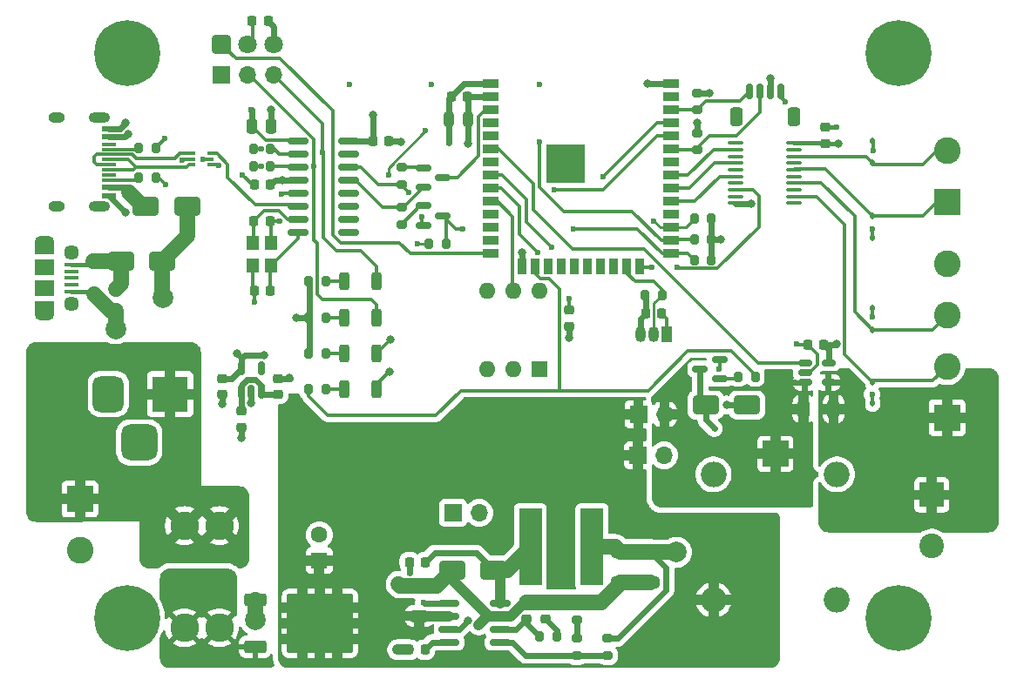
<source format=gbr>
G04 #@! TF.GenerationSoftware,KiCad,Pcbnew,(7.0.0)*
G04 #@! TF.CreationDate,2023-03-27T00:55:10+02:00*
G04 #@! TF.ProjectId,LuminX WLED,4c756d69-6e58-4205-974c-45442e6b6963,1.0*
G04 #@! TF.SameCoordinates,Original*
G04 #@! TF.FileFunction,Copper,L1,Top*
G04 #@! TF.FilePolarity,Positive*
%FSLAX46Y46*%
G04 Gerber Fmt 4.6, Leading zero omitted, Abs format (unit mm)*
G04 Created by KiCad (PCBNEW (7.0.0)) date 2023-03-27 00:55:10*
%MOMM*%
%LPD*%
G01*
G04 APERTURE LIST*
G04 Aperture macros list*
%AMRoundRect*
0 Rectangle with rounded corners*
0 $1 Rounding radius*
0 $2 $3 $4 $5 $6 $7 $8 $9 X,Y pos of 4 corners*
0 Add a 4 corners polygon primitive as box body*
4,1,4,$2,$3,$4,$5,$6,$7,$8,$9,$2,$3,0*
0 Add four circle primitives for the rounded corners*
1,1,$1+$1,$2,$3*
1,1,$1+$1,$4,$5*
1,1,$1+$1,$6,$7*
1,1,$1+$1,$8,$9*
0 Add four rect primitives between the rounded corners*
20,1,$1+$1,$2,$3,$4,$5,0*
20,1,$1+$1,$4,$5,$6,$7,0*
20,1,$1+$1,$6,$7,$8,$9,0*
20,1,$1+$1,$8,$9,$2,$3,0*%
G04 Aperture macros list end*
G04 #@! TA.AperFunction,SMDPad,CuDef*
%ADD10RoundRect,0.225000X0.250000X-0.225000X0.250000X0.225000X-0.250000X0.225000X-0.250000X-0.225000X0*%
G04 #@! TD*
G04 #@! TA.AperFunction,ComponentPad*
%ADD11R,2.500000X2.500000*%
G04 #@! TD*
G04 #@! TA.AperFunction,ComponentPad*
%ADD12O,2.500000X2.500000*%
G04 #@! TD*
G04 #@! TA.AperFunction,SMDPad,CuDef*
%ADD13RoundRect,0.200000X0.275000X-0.200000X0.275000X0.200000X-0.275000X0.200000X-0.275000X-0.200000X0*%
G04 #@! TD*
G04 #@! TA.AperFunction,SMDPad,CuDef*
%ADD14RoundRect,0.250000X1.000000X0.650000X-1.000000X0.650000X-1.000000X-0.650000X1.000000X-0.650000X0*%
G04 #@! TD*
G04 #@! TA.AperFunction,ComponentPad*
%ADD15R,1.700000X1.700000*%
G04 #@! TD*
G04 #@! TA.AperFunction,ComponentPad*
%ADD16O,1.700000X1.700000*%
G04 #@! TD*
G04 #@! TA.AperFunction,SMDPad,CuDef*
%ADD17RoundRect,0.200000X0.200000X0.275000X-0.200000X0.275000X-0.200000X-0.275000X0.200000X-0.275000X0*%
G04 #@! TD*
G04 #@! TA.AperFunction,SMDPad,CuDef*
%ADD18RoundRect,0.200000X-0.200000X-0.275000X0.200000X-0.275000X0.200000X0.275000X-0.200000X0.275000X0*%
G04 #@! TD*
G04 #@! TA.AperFunction,SMDPad,CuDef*
%ADD19R,1.200000X1.400000*%
G04 #@! TD*
G04 #@! TA.AperFunction,SMDPad,CuDef*
%ADD20RoundRect,0.200000X-0.275000X0.200000X-0.275000X-0.200000X0.275000X-0.200000X0.275000X0.200000X0*%
G04 #@! TD*
G04 #@! TA.AperFunction,SMDPad,CuDef*
%ADD21RoundRect,0.150000X-0.825000X-0.150000X0.825000X-0.150000X0.825000X0.150000X-0.825000X0.150000X0*%
G04 #@! TD*
G04 #@! TA.AperFunction,ComponentPad*
%ADD22C,0.800000*%
G04 #@! TD*
G04 #@! TA.AperFunction,ComponentPad*
%ADD23C,6.400000*%
G04 #@! TD*
G04 #@! TA.AperFunction,SMDPad,CuDef*
%ADD24RoundRect,0.150000X0.150000X0.625000X-0.150000X0.625000X-0.150000X-0.625000X0.150000X-0.625000X0*%
G04 #@! TD*
G04 #@! TA.AperFunction,SMDPad,CuDef*
%ADD25RoundRect,0.250000X0.350000X0.650000X-0.350000X0.650000X-0.350000X-0.650000X0.350000X-0.650000X0*%
G04 #@! TD*
G04 #@! TA.AperFunction,SMDPad,CuDef*
%ADD26RoundRect,0.225000X0.225000X0.250000X-0.225000X0.250000X-0.225000X-0.250000X0.225000X-0.250000X0*%
G04 #@! TD*
G04 #@! TA.AperFunction,ComponentPad*
%ADD27R,2.400000X2.400000*%
G04 #@! TD*
G04 #@! TA.AperFunction,ComponentPad*
%ADD28C,2.400000*%
G04 #@! TD*
G04 #@! TA.AperFunction,SMDPad,CuDef*
%ADD29RoundRect,0.100000X-0.637500X-0.100000X0.637500X-0.100000X0.637500X0.100000X-0.637500X0.100000X0*%
G04 #@! TD*
G04 #@! TA.AperFunction,SMDPad,CuDef*
%ADD30RoundRect,0.150000X-0.512500X-0.150000X0.512500X-0.150000X0.512500X0.150000X-0.512500X0.150000X0*%
G04 #@! TD*
G04 #@! TA.AperFunction,SMDPad,CuDef*
%ADD31RoundRect,0.190000X0.285000X0.685000X-0.285000X0.685000X-0.285000X-0.685000X0.285000X-0.685000X0*%
G04 #@! TD*
G04 #@! TA.AperFunction,SMDPad,CuDef*
%ADD32R,1.450000X0.600000*%
G04 #@! TD*
G04 #@! TA.AperFunction,SMDPad,CuDef*
%ADD33R,1.450000X0.300000*%
G04 #@! TD*
G04 #@! TA.AperFunction,ComponentPad*
%ADD34O,2.100000X1.000000*%
G04 #@! TD*
G04 #@! TA.AperFunction,ComponentPad*
%ADD35O,1.600000X1.000000*%
G04 #@! TD*
G04 #@! TA.AperFunction,ComponentPad*
%ADD36C,2.780000*%
G04 #@! TD*
G04 #@! TA.AperFunction,SMDPad,CuDef*
%ADD37RoundRect,0.225000X-0.225000X-0.250000X0.225000X-0.250000X0.225000X0.250000X-0.225000X0.250000X0*%
G04 #@! TD*
G04 #@! TA.AperFunction,SMDPad,CuDef*
%ADD38RoundRect,0.150000X0.587500X0.150000X-0.587500X0.150000X-0.587500X-0.150000X0.587500X-0.150000X0*%
G04 #@! TD*
G04 #@! TA.AperFunction,SMDPad,CuDef*
%ADD39RoundRect,0.112500X0.112500X-0.187500X0.112500X0.187500X-0.112500X0.187500X-0.112500X-0.187500X0*%
G04 #@! TD*
G04 #@! TA.AperFunction,SMDPad,CuDef*
%ADD40RoundRect,0.150000X-0.587500X-0.150000X0.587500X-0.150000X0.587500X0.150000X-0.587500X0.150000X0*%
G04 #@! TD*
G04 #@! TA.AperFunction,ComponentPad*
%ADD41R,2.600000X2.600000*%
G04 #@! TD*
G04 #@! TA.AperFunction,ComponentPad*
%ADD42C,2.600000*%
G04 #@! TD*
G04 #@! TA.AperFunction,SMDPad,CuDef*
%ADD43R,0.500000X0.375000*%
G04 #@! TD*
G04 #@! TA.AperFunction,SMDPad,CuDef*
%ADD44R,0.650000X0.300000*%
G04 #@! TD*
G04 #@! TA.AperFunction,ComponentPad*
%ADD45R,3.500000X3.500000*%
G04 #@! TD*
G04 #@! TA.AperFunction,ComponentPad*
%ADD46RoundRect,0.750000X-0.750000X-1.000000X0.750000X-1.000000X0.750000X1.000000X-0.750000X1.000000X0*%
G04 #@! TD*
G04 #@! TA.AperFunction,ComponentPad*
%ADD47RoundRect,0.875000X-0.875000X-0.875000X0.875000X-0.875000X0.875000X0.875000X-0.875000X0.875000X0*%
G04 #@! TD*
G04 #@! TA.AperFunction,SMDPad,CuDef*
%ADD48RoundRect,0.243750X0.243750X0.456250X-0.243750X0.456250X-0.243750X-0.456250X0.243750X-0.456250X0*%
G04 #@! TD*
G04 #@! TA.AperFunction,SMDPad,CuDef*
%ADD49RoundRect,0.250000X-0.650000X0.325000X-0.650000X-0.325000X0.650000X-0.325000X0.650000X0.325000X0*%
G04 #@! TD*
G04 #@! TA.AperFunction,SMDPad,CuDef*
%ADD50R,2.200000X7.500000*%
G04 #@! TD*
G04 #@! TA.AperFunction,SMDPad,CuDef*
%ADD51RoundRect,0.250000X0.650000X-0.325000X0.650000X0.325000X-0.650000X0.325000X-0.650000X-0.325000X0*%
G04 #@! TD*
G04 #@! TA.AperFunction,ComponentPad*
%ADD52R,1.600000X1.600000*%
G04 #@! TD*
G04 #@! TA.AperFunction,ComponentPad*
%ADD53C,1.600000*%
G04 #@! TD*
G04 #@! TA.AperFunction,SMDPad,CuDef*
%ADD54RoundRect,0.218750X0.256250X-0.218750X0.256250X0.218750X-0.256250X0.218750X-0.256250X-0.218750X0*%
G04 #@! TD*
G04 #@! TA.AperFunction,SMDPad,CuDef*
%ADD55R,1.350000X0.400000*%
G04 #@! TD*
G04 #@! TA.AperFunction,ComponentPad*
%ADD56O,1.900000X1.200000*%
G04 #@! TD*
G04 #@! TA.AperFunction,SMDPad,CuDef*
%ADD57R,1.900000X1.200000*%
G04 #@! TD*
G04 #@! TA.AperFunction,ComponentPad*
%ADD58C,1.450000*%
G04 #@! TD*
G04 #@! TA.AperFunction,SMDPad,CuDef*
%ADD59R,1.900000X1.500000*%
G04 #@! TD*
G04 #@! TA.AperFunction,SMDPad,CuDef*
%ADD60R,1.500000X0.900000*%
G04 #@! TD*
G04 #@! TA.AperFunction,SMDPad,CuDef*
%ADD61R,0.900000X1.500000*%
G04 #@! TD*
G04 #@! TA.AperFunction,SMDPad,CuDef*
%ADD62R,0.900000X0.900000*%
G04 #@! TD*
G04 #@! TA.AperFunction,HeatsinkPad*
%ADD63C,0.600000*%
G04 #@! TD*
G04 #@! TA.AperFunction,SMDPad,CuDef*
%ADD64R,3.800000X3.800000*%
G04 #@! TD*
G04 #@! TA.AperFunction,SMDPad,CuDef*
%ADD65RoundRect,0.112500X-0.112500X0.187500X-0.112500X-0.187500X0.112500X-0.187500X0.112500X0.187500X0*%
G04 #@! TD*
G04 #@! TA.AperFunction,SMDPad,CuDef*
%ADD66RoundRect,0.250000X-0.850000X-0.350000X0.850000X-0.350000X0.850000X0.350000X-0.850000X0.350000X0*%
G04 #@! TD*
G04 #@! TA.AperFunction,SMDPad,CuDef*
%ADD67RoundRect,0.250000X-1.275000X-1.125000X1.275000X-1.125000X1.275000X1.125000X-1.275000X1.125000X0*%
G04 #@! TD*
G04 #@! TA.AperFunction,SMDPad,CuDef*
%ADD68RoundRect,0.249997X-2.950003X-2.650003X2.950003X-2.650003X2.950003X2.650003X-2.950003X2.650003X0*%
G04 #@! TD*
G04 #@! TA.AperFunction,SMDPad,CuDef*
%ADD69RoundRect,0.150000X0.150000X-0.512500X0.150000X0.512500X-0.150000X0.512500X-0.150000X-0.512500X0*%
G04 #@! TD*
G04 #@! TA.AperFunction,SMDPad,CuDef*
%ADD70RoundRect,0.250000X0.250000X0.475000X-0.250000X0.475000X-0.250000X-0.475000X0.250000X-0.475000X0*%
G04 #@! TD*
G04 #@! TA.AperFunction,SMDPad,CuDef*
%ADD71RoundRect,0.225000X-0.250000X0.225000X-0.250000X-0.225000X0.250000X-0.225000X0.250000X0.225000X0*%
G04 #@! TD*
G04 #@! TA.AperFunction,SMDPad,CuDef*
%ADD72RoundRect,0.250000X-0.312500X-0.625000X0.312500X-0.625000X0.312500X0.625000X-0.312500X0.625000X0*%
G04 #@! TD*
G04 #@! TA.AperFunction,ComponentPad*
%ADD73R,1.050000X1.500000*%
G04 #@! TD*
G04 #@! TA.AperFunction,ComponentPad*
%ADD74O,1.050000X1.500000*%
G04 #@! TD*
G04 #@! TA.AperFunction,ComponentPad*
%ADD75RoundRect,0.250200X-0.649800X-0.649800X0.649800X-0.649800X0.649800X0.649800X-0.649800X0.649800X0*%
G04 #@! TD*
G04 #@! TA.AperFunction,ComponentPad*
%ADD76C,1.800000*%
G04 #@! TD*
G04 #@! TA.AperFunction,ComponentPad*
%ADD77O,1.600000X1.600000*%
G04 #@! TD*
G04 #@! TA.AperFunction,ViaPad*
%ADD78C,0.600000*%
G04 #@! TD*
G04 #@! TA.AperFunction,ViaPad*
%ADD79C,0.800000*%
G04 #@! TD*
G04 #@! TA.AperFunction,ViaPad*
%ADD80C,2.000000*%
G04 #@! TD*
G04 #@! TA.AperFunction,ViaPad*
%ADD81C,1.000000*%
G04 #@! TD*
G04 #@! TA.AperFunction,Conductor*
%ADD82C,0.250000*%
G04 #@! TD*
G04 #@! TA.AperFunction,Conductor*
%ADD83C,0.600000*%
G04 #@! TD*
G04 #@! TA.AperFunction,Conductor*
%ADD84C,0.400000*%
G04 #@! TD*
G04 #@! TA.AperFunction,Conductor*
%ADD85C,0.300000*%
G04 #@! TD*
G04 #@! TA.AperFunction,Conductor*
%ADD86C,1.500000*%
G04 #@! TD*
G04 #@! TA.AperFunction,Conductor*
%ADD87C,1.000000*%
G04 #@! TD*
G04 APERTURE END LIST*
D10*
X143500000Y-130425000D03*
X143500000Y-128875000D03*
D11*
X165799998Y-114349999D03*
D12*
X159799998Y-116349999D03*
X159799998Y-128549999D03*
X171799998Y-128549999D03*
X171799998Y-116349999D03*
D13*
X149500000Y-133975000D03*
X149500000Y-132325000D03*
D14*
X106225000Y-95592500D03*
X102225000Y-95592500D03*
D15*
X111974999Y-77499999D03*
D16*
X114514999Y-77499999D03*
X117054999Y-77499999D03*
D17*
X159575000Y-93500000D03*
X157925000Y-93500000D03*
D18*
X120474999Y-104600000D03*
X122124999Y-104600000D03*
D19*
X115074999Y-93874999D03*
X115074999Y-96074999D03*
X116774999Y-96074999D03*
X116774999Y-93874999D03*
D20*
X129500000Y-90375000D03*
X129500000Y-92025000D03*
D21*
X119425000Y-83915000D03*
X119425000Y-85185000D03*
X119425000Y-86455000D03*
X119425000Y-87725000D03*
X119425000Y-88995000D03*
X119425000Y-90265000D03*
X119425000Y-91535000D03*
X119425000Y-92805000D03*
X124375000Y-92805000D03*
X124375000Y-91535000D03*
X124375000Y-90265000D03*
X124375000Y-88995000D03*
X124375000Y-87725000D03*
X124375000Y-86455000D03*
X124375000Y-85185000D03*
X124375000Y-83915000D03*
D17*
X116750000Y-84695000D03*
X115100000Y-84695000D03*
D22*
X175399999Y-130350000D03*
X176102943Y-128652944D03*
X176102943Y-132047056D03*
X177799999Y-127950000D03*
D23*
X177799999Y-130350000D03*
D22*
X177799999Y-132750000D03*
X179497055Y-128652944D03*
X179497055Y-132047056D03*
X180199999Y-130350000D03*
D24*
X166300000Y-79075000D03*
X165300000Y-79075000D03*
X164300000Y-79075000D03*
X163300000Y-79075000D03*
D25*
X167600000Y-81600000D03*
X162000000Y-81600000D03*
D20*
X158200000Y-83175000D03*
X158200000Y-84825000D03*
D26*
X116525000Y-72250000D03*
X114975000Y-72250000D03*
D15*
X134499999Y-120099999D03*
D16*
X137039999Y-120099999D03*
D27*
X180999999Y-118349999D03*
D28*
X181000000Y-123350000D03*
D29*
X161925000Y-84120000D03*
X161925000Y-84770000D03*
X161925000Y-85420000D03*
X161925000Y-86070000D03*
X161925000Y-86720000D03*
X161925000Y-87370000D03*
X161925000Y-88020000D03*
X161925000Y-88670000D03*
X161925000Y-89320000D03*
X161925000Y-89970000D03*
X167650000Y-89970000D03*
X167650000Y-89320000D03*
X167650000Y-88670000D03*
X167650000Y-88020000D03*
X167650000Y-87370000D03*
X167650000Y-86720000D03*
X167650000Y-86070000D03*
X167650000Y-85420000D03*
X167650000Y-84770000D03*
X167650000Y-84120000D03*
D30*
X168700000Y-105500000D03*
X168700000Y-106450000D03*
X168700000Y-107400000D03*
X170975000Y-107400000D03*
X170975000Y-105500000D03*
D31*
X127049999Y-97600000D03*
X123949999Y-97600000D03*
D32*
X101044999Y-82749999D03*
X101044999Y-83549999D03*
D33*
X101044999Y-84749999D03*
X101044999Y-85749999D03*
X101044999Y-86249999D03*
X101044999Y-87249999D03*
D32*
X101044999Y-88449999D03*
X101044999Y-89249999D03*
X101044999Y-89249999D03*
X101044999Y-88449999D03*
D33*
X101044999Y-87749999D03*
X101044999Y-86749999D03*
X101044999Y-85249999D03*
X101044999Y-84249999D03*
D32*
X101044999Y-83549999D03*
X101044999Y-82749999D03*
D34*
X100129999Y-81679999D03*
D35*
X95949999Y-81679999D03*
D34*
X100129999Y-90319999D03*
D35*
X95949999Y-90319999D03*
D36*
X111799999Y-121350000D03*
X108399999Y-121350000D03*
X111799999Y-131270000D03*
X108399999Y-131270000D03*
D37*
X153225000Y-100710000D03*
X154775000Y-100710000D03*
D21*
X134100000Y-128895000D03*
X134100000Y-130165000D03*
X134100000Y-131435000D03*
X134100000Y-132705000D03*
X139050000Y-132705000D03*
X139050000Y-131435000D03*
X139050000Y-130165000D03*
X139050000Y-128895000D03*
D38*
X160375000Y-107050000D03*
X160375000Y-105150000D03*
X158500000Y-106100000D03*
D39*
X175250000Y-109450000D03*
X175250000Y-107350000D03*
D40*
X131617500Y-90245000D03*
X131617500Y-92145000D03*
X133492500Y-91195000D03*
D17*
X159575000Y-95500000D03*
X157925000Y-95500000D03*
D26*
X131775000Y-133400000D03*
X130225000Y-133400000D03*
X116725000Y-88195000D03*
X115175000Y-88195000D03*
D37*
X126725000Y-83945000D03*
X128275000Y-83945000D03*
D18*
X120474999Y-101100000D03*
X122124999Y-101100000D03*
D22*
X100399999Y-75350000D03*
X101102943Y-73652944D03*
X101102943Y-77047056D03*
X102799999Y-72950000D03*
D23*
X102799999Y-75350000D03*
D22*
X102799999Y-77750000D03*
X104497055Y-73652944D03*
X104497055Y-77047056D03*
X105199999Y-75350000D03*
D14*
X108650000Y-90262500D03*
X104650000Y-90262500D03*
D31*
X127049999Y-108100000D03*
X123949999Y-108100000D03*
D41*
X182499999Y-110849999D03*
D42*
X182500000Y-105850000D03*
X182500000Y-100850000D03*
X182500000Y-95850000D03*
D43*
X109149999Y-85162499D03*
D44*
X109074999Y-85699999D03*
D43*
X109149999Y-86237499D03*
X110849999Y-86237499D03*
D44*
X110924999Y-85699999D03*
D43*
X110849999Y-85162499D03*
D45*
X106999999Y-108542499D03*
D46*
X101000000Y-108542500D03*
D47*
X104000000Y-113242500D03*
D48*
X135937500Y-81800000D03*
X134062500Y-81800000D03*
D49*
X150750000Y-123900000D03*
X150750000Y-126850000D03*
D15*
X152499999Y-110499999D03*
D16*
X155039999Y-110499999D03*
D14*
X138425000Y-125650000D03*
X134425000Y-125650000D03*
D50*
X141999999Y-123399999D03*
X147999999Y-123399999D03*
D20*
X146500000Y-128825000D03*
X146500000Y-130475000D03*
D51*
X131225000Y-130125000D03*
X131225000Y-127175000D03*
D20*
X158200000Y-79275000D03*
X158200000Y-80925000D03*
D41*
X98249999Y-118749999D03*
D42*
X98250000Y-123750000D03*
D17*
X159575000Y-91500000D03*
X157925000Y-91500000D03*
D31*
X127049999Y-101100000D03*
X123949999Y-101100000D03*
D18*
X153175000Y-98900000D03*
X154825000Y-98900000D03*
X103975000Y-84600000D03*
X105625000Y-84600000D03*
D40*
X131617500Y-86545000D03*
X131617500Y-88445000D03*
X133492500Y-87495000D03*
D52*
X121499998Y-124732379D03*
D53*
X121499999Y-122232380D03*
D54*
X113900000Y-111775000D03*
X113900000Y-110200000D03*
D55*
X97462499Y-95949999D03*
X97462499Y-96599999D03*
X97462499Y-97249999D03*
X97462499Y-97899999D03*
X97462499Y-98549999D03*
D56*
X94762499Y-93749999D03*
D57*
X94762499Y-94349999D03*
D58*
X97462500Y-94750000D03*
D59*
X94762499Y-96249999D03*
X94762499Y-98249999D03*
D58*
X97462500Y-99750000D03*
D57*
X94762499Y-100149999D03*
D56*
X94762499Y-100749999D03*
D14*
X163049999Y-109600000D03*
X159049999Y-109600000D03*
D18*
X120474999Y-97600000D03*
X122124999Y-97600000D03*
D17*
X116750000Y-86395000D03*
X115100000Y-86395000D03*
D39*
X175250000Y-93300000D03*
X175250000Y-91200000D03*
D17*
X163872500Y-106850000D03*
X162222500Y-106850000D03*
D26*
X170525000Y-103750000D03*
X168975000Y-103750000D03*
D22*
X100399999Y-130350000D03*
X101102943Y-128652944D03*
X101102943Y-132047056D03*
X102799999Y-127950000D03*
D23*
X102799999Y-130350000D03*
D22*
X102799999Y-132750000D03*
X104497055Y-128652944D03*
X104497055Y-132047056D03*
X105199999Y-130350000D03*
D60*
X138149999Y-78379999D03*
X138149999Y-79649999D03*
X138149999Y-80919999D03*
X138149999Y-82189999D03*
X138149999Y-83459999D03*
X138149999Y-84729999D03*
X138149999Y-85999999D03*
X138149999Y-87269999D03*
X138149999Y-88539999D03*
X138149999Y-89809999D03*
X138149999Y-91079999D03*
X138149999Y-92349999D03*
X138149999Y-93619999D03*
X138149999Y-94889999D03*
D61*
X141189999Y-96139999D03*
X142459999Y-96139999D03*
X143729999Y-96139999D03*
X144999999Y-96139999D03*
X146269999Y-96139999D03*
X147539999Y-96139999D03*
X148809999Y-96139999D03*
X150079999Y-96139999D03*
X151349999Y-96139999D03*
X152619999Y-96139999D03*
D60*
X155649999Y-94889999D03*
X155649999Y-93619999D03*
X155649999Y-92349999D03*
X155649999Y-91079999D03*
X155649999Y-89809999D03*
X155649999Y-88539999D03*
X155649999Y-87269999D03*
X155649999Y-85999999D03*
X155649999Y-84729999D03*
X155649999Y-83459999D03*
X155649999Y-82189999D03*
X155649999Y-80919999D03*
X155649999Y-79649999D03*
X155649999Y-78379999D03*
D62*
X143999999Y-84699999D03*
D63*
X144000000Y-85400000D03*
D62*
X143999999Y-86099999D03*
D63*
X144000000Y-86800000D03*
D62*
X143999999Y-87499999D03*
D63*
X144700000Y-84700000D03*
X144700000Y-86100000D03*
X144700000Y-87500000D03*
X145375000Y-85400000D03*
X145375000Y-86800000D03*
D62*
X145399999Y-84699999D03*
X145399999Y-86099999D03*
D64*
X145399999Y-86099999D03*
D62*
X145399999Y-87499999D03*
D63*
X146100000Y-84700000D03*
X146100000Y-86100000D03*
X146100000Y-87500000D03*
D62*
X146799999Y-84699999D03*
D63*
X146800000Y-85400000D03*
D62*
X146799999Y-86099999D03*
D63*
X146800000Y-86800000D03*
D62*
X146799999Y-87499999D03*
D10*
X145800000Y-101950000D03*
X145800000Y-100400000D03*
X141650000Y-130400000D03*
X141650000Y-128850000D03*
D17*
X144575000Y-132150000D03*
X142925000Y-132150000D03*
D22*
X175399999Y-75350000D03*
X176102943Y-73652944D03*
X176102943Y-77047056D03*
X177799999Y-72950000D03*
D23*
X177799999Y-75350000D03*
D22*
X177799999Y-77750000D03*
X179497055Y-73652944D03*
X179497055Y-77047056D03*
X180199999Y-75350000D03*
D26*
X135875000Y-79600000D03*
X134325000Y-79600000D03*
D18*
X103975000Y-87500000D03*
X105625000Y-87500000D03*
X120474999Y-108100000D03*
X122124999Y-108100000D03*
D10*
X170700000Y-84175000D03*
X170700000Y-82625000D03*
D65*
X175250000Y-83950000D03*
X175250000Y-86050000D03*
D17*
X133825000Y-93900000D03*
X132175000Y-93900000D03*
D13*
X129500000Y-88150000D03*
X129500000Y-86500000D03*
D39*
X101725000Y-100442500D03*
X101725000Y-98342500D03*
D37*
X115150000Y-91725000D03*
X116700000Y-91725000D03*
D49*
X153650000Y-123900000D03*
X153650000Y-126850000D03*
D37*
X130250000Y-124900000D03*
X131800000Y-124900000D03*
D41*
X182499999Y-89849999D03*
D42*
X182500000Y-84850000D03*
D20*
X146500000Y-132325000D03*
X146500000Y-133975000D03*
D31*
X127050000Y-104600000D03*
X123950000Y-104600000D03*
D65*
X175250000Y-100200000D03*
X175250000Y-102300000D03*
D66*
X115259999Y-128570000D03*
D67*
X119884999Y-129325000D03*
X119884999Y-132375000D03*
D68*
X121559999Y-130850000D03*
D67*
X123234999Y-129325000D03*
X123234999Y-132375000D03*
D66*
X115259999Y-133130000D03*
D10*
X117500000Y-108575000D03*
X117500000Y-107025000D03*
D26*
X116725000Y-98475000D03*
X115175000Y-98475000D03*
D69*
X113950000Y-108337500D03*
X114900000Y-108337500D03*
X115850000Y-108337500D03*
X115850000Y-106062500D03*
X113950000Y-106062500D03*
D15*
X152459999Y-114499999D03*
D16*
X154999999Y-114499999D03*
D70*
X116825000Y-82475000D03*
X114925000Y-82475000D03*
D71*
X112100000Y-107050000D03*
X112100000Y-108600000D03*
D72*
X168537500Y-110000000D03*
X171462500Y-110000000D03*
D73*
X155269999Y-102709999D03*
D74*
X153999999Y-102709999D03*
X152729999Y-102709999D03*
D75*
X112000000Y-74500000D03*
D76*
X114540000Y-74500000D03*
X117080000Y-74500000D03*
D52*
X142849998Y-106149999D03*
D77*
X140309998Y-106149999D03*
X137769998Y-106149999D03*
X137769998Y-98529999D03*
X140309998Y-98529999D03*
X142849998Y-98529999D03*
D78*
X131800000Y-82950000D03*
X128200000Y-87200000D03*
X131000000Y-93900000D03*
D79*
X117900000Y-87725000D03*
X116825000Y-80875000D03*
X160500000Y-93500000D03*
X159400000Y-79300000D03*
X145800000Y-103075000D03*
X171800000Y-103700000D03*
X158200000Y-82200000D03*
X126700000Y-81400000D03*
X116150000Y-104737500D03*
X135937500Y-84199502D03*
X119299999Y-101100000D03*
X165300000Y-77800000D03*
X113550000Y-104637500D03*
D80*
X115250000Y-130500000D03*
D79*
X153350000Y-78350000D03*
X112084620Y-109540381D03*
D78*
X167900000Y-103700000D03*
X175199999Y-101050000D03*
X115200000Y-99600000D03*
X160299999Y-106100000D03*
D81*
X129100000Y-133400000D03*
D78*
X175199999Y-108550000D03*
X142900000Y-78400000D03*
D79*
X102700000Y-82200000D03*
D78*
X166800000Y-80100000D03*
D79*
X141200000Y-94800000D03*
D78*
X114000000Y-87200000D03*
X108203266Y-85815266D03*
X106500000Y-83700000D03*
X124400000Y-78400000D03*
X132400000Y-78400000D03*
D79*
X128299999Y-106350000D03*
D78*
X114900000Y-80900000D03*
X117690734Y-91709266D03*
X175199999Y-92450000D03*
X171800000Y-82600000D03*
D79*
X102700000Y-90900000D03*
X163450500Y-90000000D03*
D78*
X145800000Y-99300000D03*
D81*
X129200000Y-127000000D03*
D80*
X101700000Y-102200000D03*
D78*
X106600000Y-88200000D03*
D79*
X128425000Y-103225001D03*
X114871374Y-109427265D03*
D78*
X134100000Y-84099502D03*
D79*
X129400000Y-84000000D03*
X118600000Y-107000000D03*
D78*
X175299999Y-84850000D03*
D81*
X137000000Y-131000000D03*
D80*
X106300000Y-99200000D03*
D79*
X113899999Y-112850000D03*
X171900000Y-84200000D03*
D80*
X156200000Y-123925000D03*
D79*
X161049999Y-109600000D03*
D78*
X117800000Y-89100000D03*
X111700000Y-86300000D03*
X159900000Y-111900000D03*
X146200000Y-92500000D03*
X135400000Y-92500000D03*
X142900000Y-84000000D03*
X154000000Y-91700000D03*
X144050000Y-94250000D03*
X142700000Y-94800000D03*
X115850500Y-86400000D03*
X121000000Y-86400000D03*
X149050000Y-87450000D03*
X115850500Y-84700000D03*
X121800000Y-85000000D03*
X144350000Y-88650000D03*
D81*
X103000000Y-88900000D03*
D78*
X110243626Y-85699999D03*
D79*
X102886043Y-83286043D03*
D78*
X131500000Y-91300000D03*
X130177510Y-88966458D03*
X131600000Y-128800000D03*
X130300000Y-125900000D03*
D79*
X135980633Y-130587937D03*
D78*
X156250000Y-96200000D03*
X153800000Y-96200000D03*
D82*
X131000000Y-93900000D02*
X132175000Y-93900000D01*
X128200000Y-87200000D02*
X128200000Y-86550000D01*
X128200000Y-86550000D02*
X131800000Y-82950000D01*
D83*
X116825000Y-82475000D02*
X116825000Y-80875000D01*
X112100000Y-107050000D02*
X112962500Y-107050000D01*
X120549999Y-104525000D02*
X120549999Y-101175000D01*
X159575000Y-95500000D02*
X159575000Y-93500000D01*
X124375000Y-83915000D02*
X126695000Y-83915000D01*
X152730000Y-101205000D02*
X153225000Y-100710000D01*
X119425000Y-87725000D02*
X117195000Y-87725000D01*
X126695000Y-83915000D02*
X126725000Y-83945000D01*
X159575000Y-93500000D02*
X160500000Y-93500000D01*
X145800000Y-101950000D02*
X145800000Y-103075000D01*
X153225000Y-100710000D02*
X153225000Y-98950000D01*
X126700000Y-83920000D02*
X126725000Y-83945000D01*
X153225000Y-98950000D02*
X153175000Y-98900000D01*
X114250000Y-104737500D02*
X116150000Y-104737500D01*
X159375000Y-79275000D02*
X159400000Y-79300000D01*
X117080000Y-72805000D02*
X116525000Y-72250000D01*
X113950000Y-105037500D02*
X113550000Y-104637500D01*
X158200000Y-79275000D02*
X159375000Y-79275000D01*
X158200000Y-83175000D02*
X158200000Y-82200000D01*
X170525000Y-103750000D02*
X171750000Y-103750000D01*
X117080000Y-74500000D02*
X117080000Y-72805000D01*
X113950000Y-105037500D02*
X114250000Y-104737500D01*
X135937500Y-81800000D02*
X135937500Y-79662500D01*
X120474999Y-104600000D02*
X120549999Y-104525000D01*
X165300000Y-77800000D02*
X165300000Y-79075000D01*
X112962500Y-107050000D02*
X113950000Y-106062500D01*
X135937500Y-84199502D02*
X135937500Y-81800000D01*
X170975000Y-105500000D02*
X170975000Y-104200000D01*
X120549999Y-101175000D02*
X120474999Y-101100000D01*
X126700000Y-81400000D02*
X126700000Y-83920000D01*
X135925000Y-79650000D02*
X138150000Y-79650000D01*
X135875000Y-79600000D02*
X135925000Y-79650000D01*
X170975000Y-104200000D02*
X170525000Y-103750000D01*
X135937500Y-79662500D02*
X135875000Y-79600000D01*
X152730000Y-102710000D02*
X152730000Y-101205000D01*
X159575000Y-91500000D02*
X159575000Y-93500000D01*
X120549999Y-97675000D02*
X120549999Y-101025000D01*
X117195000Y-87725000D02*
X116725000Y-88195000D01*
X113950000Y-106062500D02*
X113950000Y-105037500D01*
X120474999Y-97600000D02*
X120549999Y-97675000D01*
X171750000Y-103750000D02*
X171800000Y-103700000D01*
X119299999Y-101100000D02*
X120474999Y-101100000D01*
X120549999Y-101025000D02*
X120474999Y-101100000D01*
X112100000Y-108600000D02*
X112100000Y-109525001D01*
D84*
X99350000Y-98550000D02*
X99600000Y-98800000D01*
D85*
X116700000Y-91725000D02*
X117675000Y-91725000D01*
X175199999Y-101050000D02*
X175199999Y-100250001D01*
X166300000Y-79600000D02*
X166800000Y-80100000D01*
D83*
X134325000Y-79600000D02*
X134100000Y-79825000D01*
D85*
X128425000Y-103225001D02*
X128424999Y-103225001D01*
X105625000Y-84575000D02*
X106500000Y-83700000D01*
D84*
X171775000Y-82625000D02*
X171800000Y-82600000D01*
D85*
X175299999Y-83999999D02*
X175250000Y-83950000D01*
D83*
X102150000Y-82750000D02*
X102700000Y-82200000D01*
X163450500Y-90000000D02*
X163430500Y-90020000D01*
D86*
X141675000Y-128825000D02*
X141650000Y-128850000D01*
D83*
X102700000Y-90900000D02*
X101050000Y-89250000D01*
D85*
X168700000Y-106450000D02*
X169119607Y-106450000D01*
D83*
X135545000Y-78380000D02*
X134325000Y-79600000D01*
D85*
X115175000Y-99575000D02*
X115200000Y-99600000D01*
D86*
X148875000Y-128825000D02*
X146500000Y-128825000D01*
D83*
X134100000Y-81837500D02*
X134062500Y-81800000D01*
D85*
X169900000Y-105669607D02*
X169900000Y-104675000D01*
D87*
X134425000Y-125650000D02*
X134425000Y-126639214D01*
X137835000Y-130165000D02*
X137000000Y-131000000D01*
D85*
X115000000Y-74040000D02*
X115000000Y-72275000D01*
D86*
X101700000Y-100467500D02*
X101725000Y-100442500D01*
D83*
X138150000Y-78380000D02*
X136000000Y-78380000D01*
X101045000Y-82750000D02*
X102150000Y-82750000D01*
D85*
X155270000Y-101205000D02*
X154775000Y-100710000D01*
X115175000Y-88195000D02*
X114995000Y-88195000D01*
D83*
X155650000Y-78380000D02*
X153380000Y-78380000D01*
X141200000Y-95200000D02*
X141190000Y-95210000D01*
D84*
X170700000Y-82625000D02*
X171775000Y-82625000D01*
D86*
X146500000Y-128825000D02*
X141675000Y-128825000D01*
D85*
X115175000Y-98475000D02*
X115175000Y-99575000D01*
D87*
X140101852Y-130165000D02*
X141416852Y-128850000D01*
D85*
X168975000Y-103750000D02*
X167950000Y-103750000D01*
X105900000Y-87500000D02*
X106600000Y-88200000D01*
X175199999Y-108550000D02*
X175199999Y-109399999D01*
D83*
X136000000Y-78380000D02*
X135545000Y-78380000D01*
D84*
X97462500Y-98550000D02*
X99350000Y-98550000D01*
D86*
X150750000Y-126850000D02*
X150750000Y-126950000D01*
D85*
X109075000Y-85700000D02*
X108318532Y-85700000D01*
D87*
X134425000Y-126639214D02*
X137950786Y-130165000D01*
D85*
X167950000Y-103750000D02*
X167900000Y-103700000D01*
D86*
X131225000Y-127175000D02*
X129375000Y-127175000D01*
D85*
X119425000Y-83915000D02*
X119380000Y-83870000D01*
X175299999Y-84850000D02*
X175299999Y-83999999D01*
X128424999Y-103225001D02*
X127050000Y-104600000D01*
D87*
X137950786Y-130165000D02*
X139050000Y-130165000D01*
X139050000Y-130165000D02*
X137835000Y-130165000D01*
D85*
X160375000Y-106024999D02*
X160375000Y-105150000D01*
X169119607Y-106450000D02*
X169900000Y-105669607D01*
D83*
X134525000Y-126025000D02*
X134575000Y-126075000D01*
X101050000Y-89250000D02*
X101045000Y-89250000D01*
D86*
X115259999Y-128570000D02*
X115250000Y-128579999D01*
D83*
X128275000Y-83945000D02*
X129345000Y-83945000D01*
D85*
X105625000Y-84600000D02*
X105625000Y-84575000D01*
X115075000Y-96075000D02*
X115075000Y-98375000D01*
D83*
X134100000Y-81762500D02*
X134062500Y-81800000D01*
D85*
X175199999Y-100250001D02*
X175250000Y-100200000D01*
X115000000Y-72275000D02*
X114975000Y-72250000D01*
X175199999Y-92450000D02*
X175199999Y-93249999D01*
X114995000Y-88195000D02*
X114000000Y-87200000D01*
D87*
X130225000Y-133400000D02*
X129100000Y-133400000D01*
D83*
X112100000Y-109525001D02*
X112084620Y-109540381D01*
D86*
X131225000Y-127175000D02*
X132900000Y-127175000D01*
D85*
X108318532Y-85700000D02*
X108203266Y-85815266D01*
D86*
X150750000Y-126950000D02*
X148875000Y-128825000D01*
D85*
X145800000Y-99300000D02*
X145800000Y-100400000D01*
D87*
X141416852Y-128850000D02*
X141650000Y-128850000D01*
D83*
X114900000Y-108337500D02*
X114900000Y-109398639D01*
X114925000Y-82475000D02*
X114925000Y-80925000D01*
X117500000Y-107025000D02*
X118669239Y-107025000D01*
D85*
X160299999Y-106100000D02*
X160375000Y-106024999D01*
D86*
X101725000Y-100442500D02*
X101242500Y-100442500D01*
D85*
X128299999Y-106350000D02*
X127049999Y-107600000D01*
X166300000Y-79075000D02*
X166300000Y-79600000D01*
X115075000Y-98375000D02*
X115175000Y-98475000D01*
D83*
X163430500Y-90020000D02*
X161925000Y-90020000D01*
D85*
X116775000Y-91800000D02*
X116700000Y-91725000D01*
D83*
X129345000Y-83945000D02*
X129400000Y-84000000D01*
D85*
X119380000Y-83870000D02*
X116320000Y-83870000D01*
D87*
X139050000Y-130165000D02*
X140101852Y-130165000D01*
D86*
X115250000Y-128579999D02*
X115250000Y-130500000D01*
X101700000Y-102200000D02*
X101700000Y-100467500D01*
D85*
X155270000Y-102710000D02*
X155270000Y-101205000D01*
X127049999Y-107600000D02*
X127049999Y-108100000D01*
D86*
X129375000Y-127175000D02*
X129200000Y-127000000D01*
D85*
X169900000Y-104675000D02*
X168975000Y-103750000D01*
D83*
X134100000Y-79825000D02*
X134100000Y-81762500D01*
D85*
X114540000Y-74500000D02*
X115000000Y-74040000D01*
D83*
X153380000Y-78380000D02*
X153350000Y-78350000D01*
D85*
X117675000Y-91725000D02*
X117690734Y-91709266D01*
D86*
X132900000Y-127175000D02*
X134425000Y-125650000D01*
X101242500Y-100442500D02*
X99600000Y-98800000D01*
D85*
X175199999Y-109399999D02*
X175250000Y-109450000D01*
D83*
X114925000Y-80925000D02*
X114900000Y-80900000D01*
D85*
X105625000Y-87500000D02*
X105900000Y-87500000D01*
X116775000Y-93875000D02*
X116775000Y-91800000D01*
D83*
X134100000Y-84099502D02*
X134100000Y-81837500D01*
X141200000Y-94800000D02*
X141200000Y-95200000D01*
D86*
X153650000Y-126850000D02*
X150750000Y-126850000D01*
D85*
X116320000Y-83870000D02*
X114925000Y-82475000D01*
D83*
X141190000Y-95210000D02*
X141190000Y-96140000D01*
D85*
X175199999Y-93249999D02*
X175250000Y-93300000D01*
D83*
X114900000Y-109398639D02*
X114871374Y-109427265D01*
D86*
X150750000Y-123900000D02*
X153650000Y-123900000D01*
X148000000Y-123400000D02*
X150250000Y-123400000D01*
D83*
X113899999Y-112850000D02*
X113899999Y-111775001D01*
D84*
X170645000Y-84120000D02*
X170700000Y-84175000D01*
D83*
X155200000Y-127600000D02*
X155200000Y-125450000D01*
X155200000Y-125450000D02*
X153650000Y-123900000D01*
X113899999Y-111775001D02*
X113900000Y-111775000D01*
D84*
X167650000Y-84120000D02*
X170645000Y-84120000D01*
D83*
X161049999Y-109600000D02*
X163049999Y-109600000D01*
D86*
X108650000Y-90262500D02*
X108650000Y-93167500D01*
X156200000Y-123925000D02*
X153675000Y-123925000D01*
X153675000Y-123925000D02*
X153650000Y-123900000D01*
D84*
X170700000Y-84175000D02*
X171875000Y-84175000D01*
D86*
X108650000Y-93167500D02*
X106225000Y-95592500D01*
D83*
X150475000Y-132325000D02*
X155200000Y-127600000D01*
D84*
X171875000Y-84175000D02*
X171900000Y-84200000D01*
D86*
X106225000Y-95592500D02*
X106225000Y-99125000D01*
X106225000Y-99125000D02*
X106300000Y-99200000D01*
D83*
X149500000Y-132325000D02*
X150475000Y-132325000D01*
D86*
X150250000Y-123400000D02*
X150750000Y-123900000D01*
D87*
X131265000Y-130165000D02*
X131225000Y-130125000D01*
X134100000Y-130165000D02*
X131265000Y-130165000D01*
D85*
X182500000Y-89850000D02*
X181500000Y-89850000D01*
X170700000Y-86650000D02*
X175250000Y-91200000D01*
X167650000Y-86720000D02*
X167720000Y-86650000D01*
X181500000Y-89850000D02*
X180150000Y-91200000D01*
X180150000Y-91200000D02*
X175250000Y-91200000D01*
X167720000Y-86650000D02*
X170700000Y-86650000D01*
X110850000Y-86237500D02*
X111637500Y-86237500D01*
X117905000Y-88995000D02*
X119425000Y-88995000D01*
X117800000Y-89100000D02*
X117905000Y-88995000D01*
X111637500Y-86237500D02*
X111700000Y-86300000D01*
X119310000Y-90150000D02*
X119425000Y-90265000D01*
X111562500Y-85162500D02*
X112600000Y-86200000D01*
X110850000Y-85162500D02*
X111562500Y-85162500D01*
X112600000Y-87500000D02*
X115250000Y-90150000D01*
X112600000Y-86200000D02*
X112600000Y-87500000D01*
X115250000Y-90150000D02*
X119310000Y-90150000D01*
D83*
X158500000Y-109050001D02*
X159049999Y-109600000D01*
X159900000Y-111900000D02*
X159049999Y-111049999D01*
X159049999Y-111049999D02*
X159049999Y-109600000D01*
X158500000Y-106100000D02*
X158500000Y-109050001D01*
D85*
X155650000Y-94890000D02*
X157315000Y-94890000D01*
X152400000Y-92500000D02*
X154790000Y-94890000D01*
X135400000Y-92500000D02*
X134797500Y-92500000D01*
X134797500Y-92500000D02*
X133492500Y-91195000D01*
X146200000Y-92500000D02*
X152400000Y-92500000D01*
X133825000Y-94000000D02*
X133825000Y-91527500D01*
X157315000Y-94890000D02*
X157925000Y-95500000D01*
X154790000Y-94890000D02*
X155650000Y-94890000D01*
X133825000Y-91527500D02*
X133492500Y-91195000D01*
X122124999Y-101100000D02*
X123949999Y-101100000D01*
X137000000Y-85400000D02*
X137000000Y-81600000D01*
X134905000Y-87495000D02*
X137000000Y-85400000D01*
X137680000Y-80920000D02*
X138150000Y-80920000D01*
X133492500Y-87495000D02*
X134905000Y-87495000D01*
X137000000Y-81600000D02*
X137680000Y-80920000D01*
X181100000Y-107250000D02*
X182500000Y-105850000D01*
X172550000Y-92050000D02*
X169820000Y-89320000D01*
X175250000Y-107350000D02*
X172550000Y-104650000D01*
X172550000Y-104650000D02*
X172550000Y-92050000D01*
X175250000Y-107350000D02*
X175350000Y-107250000D01*
X175350000Y-107250000D02*
X181100000Y-107250000D01*
X169820000Y-89320000D02*
X167650000Y-89320000D01*
X145300000Y-90800000D02*
X151900000Y-90800000D01*
X157925000Y-93500000D02*
X155770000Y-93500000D01*
X151900000Y-90800000D02*
X154720000Y-93620000D01*
X142900000Y-88400000D02*
X145300000Y-90800000D01*
X155770000Y-93500000D02*
X155650000Y-93620000D01*
X142900000Y-84000000D02*
X142900000Y-88400000D01*
X154720000Y-93620000D02*
X155650000Y-93620000D01*
D82*
X154650000Y-92350000D02*
X154000000Y-91700000D01*
X155650000Y-92350000D02*
X157075000Y-92350000D01*
X155650000Y-92350000D02*
X154650000Y-92350000D01*
X157075000Y-92350000D02*
X157925000Y-91500000D01*
D85*
X123949999Y-97600000D02*
X122124999Y-97600000D01*
X122124999Y-104600000D02*
X123950000Y-104600000D01*
X122124999Y-108100000D02*
X123949999Y-108100000D01*
X170270000Y-88020000D02*
X167650000Y-88020000D01*
X175250000Y-102300000D02*
X181050000Y-102300000D01*
X181050000Y-102300000D02*
X182500000Y-100850000D01*
X173500000Y-91250000D02*
X170270000Y-88020000D01*
X175250000Y-102300000D02*
X173500000Y-100550000D01*
X173500000Y-100550000D02*
X173500000Y-91250000D01*
X103825000Y-84750000D02*
X103975000Y-84600000D01*
X101045000Y-84750000D02*
X103825000Y-84750000D01*
D86*
X102225000Y-95592500D02*
X99507500Y-95592500D01*
D84*
X99150000Y-95950000D02*
X99507500Y-95592500D01*
D86*
X102225000Y-95592500D02*
X102225000Y-97842500D01*
X102225000Y-97842500D02*
X101725000Y-98342500D01*
D84*
X97462500Y-95950000D02*
X99150000Y-95950000D01*
D85*
X103725000Y-87750000D02*
X103975000Y-87500000D01*
X101045000Y-87750000D02*
X103725000Y-87750000D01*
X160375000Y-107050000D02*
X162022500Y-107050000D01*
X162022500Y-107050000D02*
X162222500Y-106850000D01*
X131617500Y-90245000D02*
X131280000Y-90245000D01*
X131280000Y-90245000D02*
X129500000Y-92025000D01*
X131572500Y-86500000D02*
X131617500Y-86545000D01*
X129500000Y-86500000D02*
X131572500Y-86500000D01*
X139270000Y-87270000D02*
X138150000Y-87270000D01*
X141600000Y-89600000D02*
X139270000Y-87270000D01*
X144050000Y-94250000D02*
X141600000Y-91800000D01*
X141600000Y-91800000D02*
X141600000Y-89600000D01*
X138810000Y-89810000D02*
X138150000Y-89810000D01*
X140300000Y-98520001D02*
X140300000Y-91300000D01*
X140300000Y-91300000D02*
X138810000Y-89810000D01*
X140309999Y-98530000D02*
X140300000Y-98520001D01*
X140900000Y-93000000D02*
X140900000Y-90300000D01*
X140900000Y-90300000D02*
X139140000Y-88540000D01*
X139140000Y-88540000D02*
X138150000Y-88540000D01*
X142700000Y-94800000D02*
X140900000Y-93000000D01*
X117110000Y-84695000D02*
X117600000Y-85185000D01*
X119425000Y-85185000D02*
X117600000Y-85185000D01*
X116750000Y-84695000D02*
X117110000Y-84695000D01*
X119365000Y-86395000D02*
X119425000Y-86455000D01*
X116750000Y-86395000D02*
X119365000Y-86395000D01*
X161519239Y-104350000D02*
X157299999Y-104350000D01*
X142990000Y-97300000D02*
X143800000Y-97300000D01*
X122299999Y-110600000D02*
X120474999Y-108775000D01*
X135250000Y-108200000D02*
X132850000Y-110600000D01*
X132850000Y-110600000D02*
X122299999Y-110600000D01*
X153449999Y-108200000D02*
X144800000Y-108200000D01*
X157299999Y-104350000D02*
X153449999Y-108200000D01*
X144800000Y-108200000D02*
X135250000Y-108200000D01*
X143800000Y-97300000D02*
X144800000Y-98300000D01*
X142460000Y-96770000D02*
X142990000Y-97300000D01*
X142460000Y-96140000D02*
X142460000Y-96770000D01*
X163872500Y-106703261D02*
X161519239Y-104350000D01*
X144800000Y-98300000D02*
X144800000Y-108200000D01*
X120474999Y-108775000D02*
X120474999Y-108100000D01*
X163872500Y-106850000D02*
X163872500Y-106703261D01*
X112000000Y-74500000D02*
X113400000Y-75900000D01*
X122800000Y-81000000D02*
X122800000Y-93106053D01*
X122800000Y-93106053D02*
X123543947Y-93850000D01*
X130330380Y-94890000D02*
X138150000Y-94890000D01*
X123543947Y-93850000D02*
X129290380Y-93850000D01*
X113400000Y-75900000D02*
X117700000Y-75900000D01*
X129290380Y-93850000D02*
X130330380Y-94890000D01*
X117700000Y-75900000D02*
X122800000Y-81000000D01*
X182500000Y-84850000D02*
X181500000Y-84850000D01*
X175400000Y-86200000D02*
X175250000Y-86050000D01*
X174620000Y-85420000D02*
X167650000Y-85420000D01*
X180150000Y-86200000D02*
X175400000Y-86200000D01*
X181500000Y-84850000D02*
X180150000Y-86200000D01*
X175250000Y-86050000D02*
X174620000Y-85420000D01*
X126549999Y-99350000D02*
X127049999Y-99850000D01*
X121000000Y-86400000D02*
X121000000Y-83807893D01*
X121000000Y-83807893D02*
X114692107Y-77500000D01*
X115850500Y-86400000D02*
X115845500Y-86395000D01*
X114692107Y-77500000D02*
X114515000Y-77500000D01*
X121000000Y-86400000D02*
X121000000Y-93550001D01*
X127049999Y-99850000D02*
X127049999Y-101100000D01*
X115845500Y-86395000D02*
X115100000Y-86395000D01*
X121325000Y-98875001D02*
X121799999Y-99350000D01*
X121325000Y-93875001D02*
X121325000Y-98875001D01*
X121000000Y-93550001D02*
X121325000Y-93875001D01*
X121799999Y-99350000D02*
X126549999Y-99350000D01*
X154310000Y-82190000D02*
X155650000Y-82190000D01*
X149050000Y-87450000D02*
X154310000Y-82190000D01*
X115850500Y-84700000D02*
X115105000Y-84700000D01*
X117077500Y-77500000D02*
X117055000Y-77500000D01*
X149100000Y-88700000D02*
X154340000Y-83460000D01*
X125549999Y-94600000D02*
X127049999Y-96100000D01*
X121900000Y-85100000D02*
X121900000Y-93350000D01*
X121800000Y-85000000D02*
X121900000Y-85100000D01*
X121900000Y-93350000D02*
X123150000Y-94600000D01*
X121800000Y-82222500D02*
X117077500Y-77500000D01*
X144350000Y-88650000D02*
X144400000Y-88700000D01*
X154340000Y-83460000D02*
X155650000Y-83460000D01*
X144400000Y-88700000D02*
X149100000Y-88700000D01*
X121800000Y-85000000D02*
X121800000Y-82222500D01*
X115105000Y-84700000D02*
X115100000Y-84695000D01*
X127049999Y-96100000D02*
X127049999Y-97600000D01*
X123150000Y-94600000D02*
X125549999Y-94600000D01*
X117600000Y-90700000D02*
X116175000Y-90700000D01*
X116175000Y-90700000D02*
X115150000Y-91725000D01*
X115150000Y-93800000D02*
X115075000Y-93875000D01*
X119425000Y-91535000D02*
X118435000Y-91535000D01*
X115150000Y-91725000D02*
X115150000Y-93800000D01*
X118435000Y-91535000D02*
X117600000Y-90700000D01*
X116775000Y-96075000D02*
X119425000Y-93425000D01*
X116725000Y-98475000D02*
X116725000Y-96125000D01*
X116725000Y-96125000D02*
X116775000Y-96075000D01*
X119425000Y-93425000D02*
X119425000Y-92805000D01*
D83*
X115850000Y-107705761D02*
X115850000Y-108337500D01*
X113900000Y-110200000D02*
X113900000Y-108387500D01*
X114480761Y-107175000D02*
X115319239Y-107175000D01*
X113950000Y-108337500D02*
X113950000Y-107705761D01*
X113900000Y-108387500D02*
X113950000Y-108337500D01*
X117500000Y-108575000D02*
X116087500Y-108575000D01*
X113950000Y-107705761D02*
X114480761Y-107175000D01*
X115319239Y-107175000D02*
X115850000Y-107705761D01*
X116087500Y-108575000D02*
X115850000Y-108337500D01*
D86*
X104650000Y-90262500D02*
X104362500Y-90262500D01*
X104362500Y-90262500D02*
X103000000Y-88900000D01*
D83*
X103000000Y-88900000D02*
X102550000Y-88450000D01*
D85*
X110243626Y-85699999D02*
X110925000Y-85700000D01*
D83*
X102622086Y-83550000D02*
X101045000Y-83550000D01*
X102886043Y-83286043D02*
X102622086Y-83550000D01*
X102550000Y-88450000D02*
X101045000Y-88450000D01*
D85*
X101045000Y-86750000D02*
X103450000Y-86750000D01*
X103450000Y-86750000D02*
X103700000Y-86500000D01*
X108832239Y-86237500D02*
X109150000Y-86237500D01*
X103700000Y-86500000D02*
X108569739Y-86500000D01*
X102950000Y-85750000D02*
X103400000Y-86200000D01*
X108569739Y-86500000D02*
X108832239Y-86237500D01*
X103400000Y-86200000D02*
X103700000Y-86500000D01*
X101045000Y-85750000D02*
X102950000Y-85750000D01*
X107937500Y-85162500D02*
X109150000Y-85162500D01*
X99600000Y-85500000D02*
X99850000Y-85250000D01*
X101045000Y-85250000D02*
X103372183Y-85250000D01*
X99850000Y-86250000D02*
X99600000Y-86000000D01*
X99850000Y-85250000D02*
X101045000Y-85250000D01*
X103722183Y-85600000D02*
X107500000Y-85600000D01*
X99600000Y-86000000D02*
X99600000Y-85500000D01*
X107500000Y-85600000D02*
X107937500Y-85162500D01*
X101045000Y-86250000D02*
X99850000Y-86250000D01*
X103372183Y-85250000D02*
X103722183Y-85600000D01*
X127250000Y-88150000D02*
X125555000Y-86455000D01*
X129500000Y-88288948D02*
X130177510Y-88966458D01*
X131500000Y-92027500D02*
X131617500Y-92145000D01*
X125555000Y-86455000D02*
X124375000Y-86455000D01*
X129500000Y-88150000D02*
X129500000Y-88288948D01*
X129500000Y-88150000D02*
X127250000Y-88150000D01*
X131500000Y-91300000D02*
X131500000Y-92027500D01*
X129687500Y-90375000D02*
X131617500Y-88445000D01*
X127675000Y-90375000D02*
X129500000Y-90375000D01*
X125025000Y-87725000D02*
X127675000Y-90375000D01*
X124375000Y-87725000D02*
X125025000Y-87725000D01*
X129500000Y-90375000D02*
X129687500Y-90375000D01*
X152180000Y-97600000D02*
X151350000Y-96770000D01*
X154825000Y-98900000D02*
X154825000Y-98425000D01*
X154000000Y-97600000D02*
X152180000Y-97600000D01*
X151350000Y-96770000D02*
X151350000Y-96140000D01*
D82*
X154000000Y-99725000D02*
X154825000Y-98900000D01*
X154000000Y-102710000D02*
X154000000Y-99725000D01*
D85*
X154825000Y-98425000D02*
X154000000Y-97600000D01*
X159815552Y-84770000D02*
X161925000Y-84770000D01*
X157315552Y-87270000D02*
X159815552Y-84770000D01*
X155650000Y-87270000D02*
X157315552Y-87270000D01*
X164300000Y-81148528D02*
X162048528Y-83400000D01*
X164300000Y-79075000D02*
X164300000Y-81148528D01*
X158200000Y-84575000D02*
X158200000Y-84825000D01*
X158200000Y-84825000D02*
X155745000Y-84825000D01*
X162048528Y-83400000D02*
X159375000Y-83400000D01*
X155745000Y-84825000D02*
X155650000Y-84730000D01*
X159375000Y-83400000D02*
X158200000Y-84575000D01*
X158195000Y-80920000D02*
X158200000Y-80925000D01*
X163300000Y-79075000D02*
X162325000Y-80050000D01*
X155650000Y-80920000D02*
X158195000Y-80920000D01*
X159075000Y-80050000D02*
X158200000Y-80925000D01*
X162325000Y-80050000D02*
X159075000Y-80050000D01*
D83*
X140615000Y-131435000D02*
X141650000Y-130400000D01*
X141650000Y-130875000D02*
X142925000Y-132150000D01*
X139050000Y-131435000D02*
X140615000Y-131435000D01*
X141650000Y-130400000D02*
X141650000Y-130875000D01*
X144575000Y-131500000D02*
X143500000Y-130425000D01*
X144575000Y-132150000D02*
X144575000Y-131500000D01*
X132475000Y-132700000D02*
X134095000Y-132700000D01*
X131775000Y-133400000D02*
X132475000Y-132700000D01*
X134095000Y-132700000D02*
X134100000Y-132705000D01*
X130300000Y-124950000D02*
X130250000Y-124900000D01*
X131600000Y-128800000D02*
X131700000Y-128900000D01*
X131700000Y-128900000D02*
X134095000Y-128900000D01*
X130300000Y-125900000D02*
X130300000Y-124950000D01*
X134095000Y-128900000D02*
X134100000Y-128895000D01*
X131800000Y-124900000D02*
X132700000Y-124000000D01*
X132700000Y-124000000D02*
X136775000Y-124000000D01*
D86*
X138425000Y-125650000D02*
X139750000Y-125650000D01*
X139750000Y-125650000D02*
X142000000Y-123400000D01*
D87*
X139050000Y-128895000D02*
X139050000Y-126275000D01*
D83*
X136775000Y-124000000D02*
X138425000Y-125650000D01*
D87*
X139050000Y-126275000D02*
X138425000Y-125650000D01*
D83*
X146500000Y-133975000D02*
X141575000Y-133975000D01*
X146500000Y-133975000D02*
X149500000Y-133975000D01*
X141575000Y-133975000D02*
X140305000Y-132705000D01*
X140305000Y-132705000D02*
X139050000Y-132705000D01*
X146500000Y-132325000D02*
X146500000Y-130475000D01*
D85*
X164119239Y-105500000D02*
X153019239Y-94400000D01*
X142300000Y-90600000D02*
X142300000Y-88100000D01*
X138930000Y-84730000D02*
X138150000Y-84730000D01*
X146100000Y-94400000D02*
X142300000Y-90600000D01*
X168700000Y-105500000D02*
X164119239Y-105500000D01*
X153019239Y-94400000D02*
X146100000Y-94400000D01*
X142300000Y-88100000D02*
X138930000Y-84730000D01*
D83*
X135133570Y-131435000D02*
X134100000Y-131435000D01*
X135980633Y-130587937D02*
X135133570Y-131435000D01*
D85*
X164200500Y-89234104D02*
X163636396Y-88670000D01*
X153800000Y-96200000D02*
X152680000Y-96200000D01*
X164200500Y-92299500D02*
X164200500Y-89234104D01*
X160175000Y-96325000D02*
X164200500Y-92299500D01*
X156250000Y-96200000D02*
X156375000Y-96325000D01*
X163636396Y-88670000D02*
X161925000Y-88670000D01*
X156375000Y-96325000D02*
X160175000Y-96325000D01*
X161925000Y-87370000D02*
X160430000Y-87370000D01*
X157990000Y-89810000D02*
X155650000Y-89810000D01*
X160430000Y-87370000D02*
X157990000Y-89810000D01*
X157460000Y-88540000D02*
X159930000Y-86070000D01*
X155650000Y-88540000D02*
X157460000Y-88540000D01*
X159930000Y-86070000D02*
X161925000Y-86070000D01*
G04 #@! TA.AperFunction,Conductor*
G36*
X112506061Y-125500597D02*
G01*
X112682941Y-125518018D01*
X112706769Y-125522757D01*
X112871001Y-125572576D01*
X112893453Y-125581877D01*
X113044798Y-125662772D01*
X113065010Y-125676277D01*
X113197666Y-125785145D01*
X113214854Y-125802333D01*
X113323722Y-125934989D01*
X113337227Y-125955201D01*
X113418121Y-126106543D01*
X113427424Y-126129001D01*
X113477240Y-126293224D01*
X113481982Y-126317065D01*
X113499403Y-126493939D01*
X113500000Y-126506093D01*
X113500000Y-130032682D01*
X113494320Y-130075140D01*
X113462460Y-130122184D01*
X113412961Y-130150079D01*
X113356217Y-130152968D01*
X113304141Y-130130246D01*
X113301106Y-130127974D01*
X113288925Y-130134626D01*
X112165094Y-131258457D01*
X112158430Y-131270000D01*
X112165094Y-131281542D01*
X113288925Y-132405372D01*
X113301106Y-132412024D01*
X113312218Y-132403705D01*
X113391373Y-132297969D01*
X113396153Y-132290532D01*
X113521471Y-132061029D01*
X113525142Y-132052991D01*
X113616527Y-131807978D01*
X113619013Y-131799509D01*
X113674597Y-131543995D01*
X113675856Y-131535239D01*
X113694827Y-131270000D01*
X113696629Y-131270128D01*
X113711467Y-131215358D01*
X113757697Y-131169885D01*
X113820559Y-131153965D01*
X113882861Y-131171952D01*
X113925536Y-131216797D01*
X113925827Y-131216607D01*
X113928625Y-131220890D01*
X113928628Y-131220895D01*
X114022215Y-131364140D01*
X114061836Y-131424785D01*
X114065310Y-131428559D01*
X114065311Y-131428560D01*
X114226784Y-131603967D01*
X114226787Y-131603970D01*
X114230256Y-131607738D01*
X114426491Y-131760474D01*
X114493884Y-131796945D01*
X114540862Y-131841647D01*
X114558851Y-131903948D01*
X114542933Y-131966811D01*
X114497460Y-132013043D01*
X114434870Y-132030000D01*
X114363170Y-132030000D01*
X114356887Y-132030321D01*
X114264039Y-132039805D01*
X114250876Y-132042623D01*
X114097731Y-132093370D01*
X114084732Y-132099432D01*
X113947804Y-132183890D01*
X113936543Y-132192794D01*
X113822793Y-132306544D01*
X113813889Y-132317805D01*
X113729431Y-132454733D01*
X113723369Y-132467732D01*
X113672623Y-132620874D01*
X113669804Y-132634041D01*
X113660318Y-132726890D01*
X113659999Y-132733168D01*
X113659999Y-132863674D01*
X113663449Y-132876549D01*
X113676325Y-132880000D01*
X115385999Y-132880000D01*
X115447999Y-132896613D01*
X115493386Y-132942000D01*
X115509999Y-133004000D01*
X115509999Y-134213673D01*
X115513449Y-134226548D01*
X115526325Y-134229999D01*
X116156828Y-134229999D01*
X116163110Y-134229678D01*
X116255958Y-134220194D01*
X116269121Y-134217376D01*
X116422266Y-134166629D01*
X116435265Y-134160567D01*
X116572193Y-134076109D01*
X116583454Y-134067205D01*
X116697204Y-133953455D01*
X116706108Y-133942194D01*
X116764961Y-133846780D01*
X116811015Y-133803076D01*
X116872664Y-133787896D01*
X116933745Y-133805218D01*
X116978246Y-133850503D01*
X116994500Y-133911877D01*
X116994500Y-134193907D01*
X116994517Y-134194623D01*
X116994518Y-134194658D01*
X116995090Y-134217964D01*
X116995092Y-134218024D01*
X116995109Y-134218707D01*
X116995143Y-134219406D01*
X116995145Y-134219451D01*
X116995667Y-134230082D01*
X116995670Y-134230141D01*
X116995706Y-134230861D01*
X116995760Y-134231599D01*
X116995764Y-134231657D01*
X116997472Y-134254815D01*
X116997475Y-134254857D01*
X116997531Y-134255608D01*
X116997601Y-134256323D01*
X116997607Y-134256388D01*
X117014801Y-134430962D01*
X117014804Y-134430990D01*
X117014952Y-134432488D01*
X117015172Y-134433975D01*
X117015177Y-134434011D01*
X117022002Y-134480026D01*
X117022006Y-134480053D01*
X117022228Y-134481545D01*
X117026967Y-134505373D01*
X117039023Y-134553507D01*
X117039461Y-134554952D01*
X117039463Y-134554958D01*
X117088400Y-134716284D01*
X117088406Y-134716303D01*
X117088841Y-134717736D01*
X117089357Y-134719178D01*
X117105047Y-134763027D01*
X117105055Y-134763047D01*
X117105560Y-134764459D01*
X117114862Y-134786914D01*
X117115499Y-134788262D01*
X117115512Y-134788290D01*
X117135407Y-134830352D01*
X117136065Y-134831743D01*
X117136785Y-134833090D01*
X117136786Y-134833092D01*
X117137757Y-134834908D01*
X117152331Y-134889304D01*
X117141343Y-134944536D01*
X117107060Y-134989212D01*
X117065007Y-135023723D01*
X117044798Y-135037227D01*
X116893457Y-135118121D01*
X116870998Y-135127424D01*
X116706775Y-135177240D01*
X116682935Y-135181982D01*
X116577046Y-135192411D01*
X116511136Y-135198903D01*
X116498984Y-135199500D01*
X107001016Y-135199500D01*
X106988862Y-135198903D01*
X106817065Y-135181982D01*
X106793224Y-135177240D01*
X106629001Y-135127424D01*
X106606543Y-135118121D01*
X106455201Y-135037227D01*
X106434989Y-135023722D01*
X106302333Y-134914854D01*
X106285145Y-134897666D01*
X106233641Y-134834908D01*
X106176276Y-134765008D01*
X106162772Y-134744798D01*
X106081878Y-134593456D01*
X106072575Y-134570998D01*
X106022757Y-134406769D01*
X106018018Y-134382941D01*
X106000597Y-134206061D01*
X106000000Y-134193907D01*
X106000000Y-133526829D01*
X113660000Y-133526829D01*
X113660320Y-133533111D01*
X113669804Y-133625959D01*
X113672622Y-133639122D01*
X113723369Y-133792267D01*
X113729431Y-133805266D01*
X113813889Y-133942194D01*
X113822793Y-133953455D01*
X113936543Y-134067205D01*
X113947804Y-134076109D01*
X114084732Y-134160567D01*
X114097731Y-134166629D01*
X114250873Y-134217375D01*
X114264040Y-134220194D01*
X114356889Y-134229680D01*
X114363167Y-134230000D01*
X114993673Y-134230000D01*
X115006548Y-134226549D01*
X115009999Y-134213674D01*
X115009999Y-133396326D01*
X115006548Y-133383450D01*
X114993673Y-133380000D01*
X113676326Y-133380000D01*
X113663450Y-133383450D01*
X113660000Y-133396326D01*
X113660000Y-133526829D01*
X106000000Y-133526829D01*
X106000000Y-132771107D01*
X107257973Y-132771107D01*
X107266291Y-132782218D01*
X107372028Y-132861373D01*
X107379471Y-132866157D01*
X107608969Y-132991472D01*
X107617007Y-132995143D01*
X107862020Y-133086528D01*
X107870489Y-133089014D01*
X108126003Y-133144598D01*
X108134759Y-133145857D01*
X108395581Y-133164512D01*
X108404417Y-133164512D01*
X108665238Y-133145857D01*
X108673994Y-133144598D01*
X108929508Y-133089014D01*
X108937977Y-133086528D01*
X109182990Y-132995143D01*
X109191028Y-132991472D01*
X109420531Y-132866154D01*
X109427968Y-132861374D01*
X109533704Y-132782219D01*
X109542023Y-132771107D01*
X110657973Y-132771107D01*
X110666291Y-132782218D01*
X110772028Y-132861373D01*
X110779471Y-132866157D01*
X111008969Y-132991472D01*
X111017007Y-132995143D01*
X111262020Y-133086528D01*
X111270489Y-133089014D01*
X111526003Y-133144598D01*
X111534759Y-133145857D01*
X111795581Y-133164512D01*
X111804417Y-133164512D01*
X112065238Y-133145857D01*
X112073994Y-133144598D01*
X112329508Y-133089014D01*
X112337977Y-133086528D01*
X112582990Y-132995143D01*
X112591028Y-132991472D01*
X112820531Y-132866154D01*
X112827968Y-132861374D01*
X112933704Y-132782219D01*
X112942023Y-132771107D01*
X112935371Y-132758926D01*
X111811541Y-131635095D01*
X111799999Y-131628431D01*
X111788456Y-131635095D01*
X110664625Y-132758926D01*
X110657973Y-132771107D01*
X109542023Y-132771107D01*
X109535371Y-132758926D01*
X108411541Y-131635095D01*
X108399999Y-131628431D01*
X108388456Y-131635095D01*
X107264625Y-132758926D01*
X107257973Y-132771107D01*
X106000000Y-132771107D01*
X106000000Y-132250466D01*
X106013515Y-132194171D01*
X106042771Y-132136753D01*
X106185213Y-131857194D01*
X106297119Y-131565667D01*
X106333750Y-131514639D01*
X106390691Y-131488109D01*
X106453327Y-131492888D01*
X106505583Y-131527751D01*
X106534048Y-131583749D01*
X106580984Y-131799509D01*
X106583470Y-131807978D01*
X106674855Y-132052991D01*
X106678526Y-132061029D01*
X106803841Y-132290527D01*
X106808625Y-132297970D01*
X106887779Y-132403706D01*
X106898890Y-132412024D01*
X106911071Y-132405372D01*
X108034902Y-131281542D01*
X108041566Y-131270000D01*
X108758430Y-131270000D01*
X108765094Y-131281542D01*
X109888925Y-132405372D01*
X109901106Y-132412024D01*
X109912218Y-132403705D01*
X109991365Y-132297979D01*
X109995678Y-132291269D01*
X110040566Y-132249473D01*
X110099994Y-132234302D01*
X110159423Y-132249469D01*
X110204313Y-132291262D01*
X110208619Y-132297962D01*
X110287779Y-132403706D01*
X110298890Y-132412024D01*
X110311071Y-132405372D01*
X111434902Y-131281542D01*
X111441566Y-131270000D01*
X111434902Y-131258457D01*
X110311071Y-130134626D01*
X110298889Y-130127974D01*
X110287780Y-130136291D01*
X110208614Y-130242043D01*
X110204307Y-130248745D01*
X110159416Y-130290533D01*
X110099990Y-130305696D01*
X110040565Y-130290525D01*
X109995680Y-130248731D01*
X109991378Y-130242036D01*
X109912217Y-130136292D01*
X109901106Y-130127974D01*
X109888925Y-130134626D01*
X108765094Y-131258457D01*
X108758430Y-131270000D01*
X108041566Y-131270000D01*
X108034902Y-131258457D01*
X106911071Y-130134626D01*
X106898889Y-130127974D01*
X106887780Y-130136291D01*
X106808625Y-130242029D01*
X106803841Y-130249472D01*
X106736645Y-130372533D01*
X106692954Y-130418617D01*
X106632179Y-130437029D01*
X106570259Y-130422940D01*
X106523434Y-130380046D01*
X106503983Y-130319598D01*
X106485277Y-129962662D01*
X106454587Y-129768890D01*
X107257973Y-129768890D01*
X107264625Y-129781072D01*
X108388455Y-130904903D01*
X108399997Y-130911567D01*
X108411540Y-130904903D01*
X109535371Y-129781072D01*
X109542023Y-129768891D01*
X109542022Y-129768890D01*
X110657973Y-129768890D01*
X110664625Y-129781072D01*
X111788455Y-130904903D01*
X111799997Y-130911567D01*
X111811540Y-130904903D01*
X112935371Y-129781072D01*
X112942023Y-129768891D01*
X112933705Y-129757780D01*
X112827969Y-129678626D01*
X112820526Y-129673842D01*
X112591028Y-129548527D01*
X112582990Y-129544856D01*
X112337977Y-129453471D01*
X112329508Y-129450985D01*
X112073994Y-129395401D01*
X112065238Y-129394142D01*
X111804417Y-129375488D01*
X111795581Y-129375488D01*
X111534759Y-129394142D01*
X111526003Y-129395401D01*
X111270489Y-129450985D01*
X111262020Y-129453471D01*
X111017007Y-129544856D01*
X111008969Y-129548527D01*
X110779471Y-129673842D01*
X110772028Y-129678626D01*
X110666290Y-129757781D01*
X110657973Y-129768890D01*
X109542022Y-129768890D01*
X109533705Y-129757780D01*
X109427969Y-129678626D01*
X109420526Y-129673842D01*
X109191028Y-129548527D01*
X109182990Y-129544856D01*
X108937977Y-129453471D01*
X108929508Y-129450985D01*
X108673994Y-129395401D01*
X108665238Y-129394142D01*
X108404417Y-129375488D01*
X108395581Y-129375488D01*
X108134759Y-129394142D01*
X108126003Y-129395401D01*
X107870489Y-129450985D01*
X107862020Y-129453471D01*
X107617007Y-129544856D01*
X107608969Y-129548527D01*
X107379471Y-129673842D01*
X107372028Y-129678626D01*
X107266290Y-129757781D01*
X107257973Y-129768890D01*
X106454587Y-129768890D01*
X106424601Y-129579567D01*
X106324213Y-129204913D01*
X106185213Y-128842806D01*
X106179808Y-128832199D01*
X106013515Y-128505829D01*
X106000000Y-128449534D01*
X106000000Y-126506093D01*
X106000597Y-126493939D01*
X106001290Y-126486895D01*
X106018018Y-126317056D01*
X106022757Y-126293232D01*
X106072577Y-126128994D01*
X106081875Y-126106549D01*
X106162775Y-125955195D01*
X106176272Y-125934995D01*
X106285149Y-125802328D01*
X106302328Y-125785149D01*
X106434995Y-125676272D01*
X106455195Y-125662775D01*
X106606549Y-125581875D01*
X106628994Y-125572577D01*
X106793232Y-125522757D01*
X106817056Y-125518018D01*
X106993938Y-125500597D01*
X107006093Y-125500000D01*
X112493907Y-125500000D01*
X112506061Y-125500597D01*
G37*
G04 #@! TD.AperFunction*
G04 #@! TA.AperFunction,Conductor*
G36*
X119539879Y-108510925D02*
G01*
X119581803Y-108541773D01*
X119607373Y-108587111D01*
X119631521Y-108664606D01*
X119719527Y-108810185D01*
X119724829Y-108815487D01*
X119724830Y-108815488D01*
X119816871Y-108907529D01*
X119844484Y-108949566D01*
X119856737Y-108980516D01*
X119860519Y-108991562D01*
X119873255Y-109035398D01*
X119877224Y-109042109D01*
X119877227Y-109042116D01*
X119884061Y-109053672D01*
X119892619Y-109071141D01*
X119900431Y-109090871D01*
X119905015Y-109097180D01*
X119927266Y-109127808D01*
X119933676Y-109137567D01*
X119946418Y-109159111D01*
X119956918Y-109176865D01*
X119962436Y-109182383D01*
X119962437Y-109182384D01*
X119971925Y-109191872D01*
X119984562Y-109206668D01*
X119992448Y-109217523D01*
X119992450Y-109217525D01*
X119997036Y-109223837D01*
X120003046Y-109228808D01*
X120003048Y-109228811D01*
X120032211Y-109252936D01*
X120040852Y-109260799D01*
X121782695Y-111002641D01*
X121790558Y-111011282D01*
X121790616Y-111011352D01*
X121794797Y-111017940D01*
X121845847Y-111065879D01*
X121848644Y-111068590D01*
X121868965Y-111088911D01*
X121872441Y-111091607D01*
X121881321Y-111099191D01*
X121914606Y-111130448D01*
X121921436Y-111134203D01*
X121921442Y-111134207D01*
X121933206Y-111140674D01*
X121949468Y-111151357D01*
X121960067Y-111159578D01*
X121966236Y-111164363D01*
X121973394Y-111167460D01*
X121973395Y-111167461D01*
X122008137Y-111182495D01*
X122018625Y-111187633D01*
X122058631Y-111209627D01*
X122077527Y-111214478D01*
X122079182Y-111214903D01*
X122097597Y-111221207D01*
X122117073Y-111229636D01*
X122124773Y-111230855D01*
X122124775Y-111230856D01*
X122137629Y-111232891D01*
X122162173Y-111236778D01*
X122173604Y-111239146D01*
X122217822Y-111250500D01*
X122239045Y-111250500D01*
X122258442Y-111252026D01*
X122279404Y-111255347D01*
X122324858Y-111251050D01*
X122336529Y-111250500D01*
X132768927Y-111250500D01*
X132780596Y-111251050D01*
X132780681Y-111251058D01*
X132788296Y-111252760D01*
X132858262Y-111250560D01*
X132862157Y-111250500D01*
X132887025Y-111250500D01*
X132890925Y-111250500D01*
X132895294Y-111249947D01*
X132906939Y-111249030D01*
X132952569Y-111247597D01*
X132972951Y-111241674D01*
X132991991Y-111237731D01*
X133013058Y-111235071D01*
X133030306Y-111228241D01*
X133055508Y-111218264D01*
X133066557Y-111214480D01*
X133110398Y-111201744D01*
X133128660Y-111190942D01*
X133146136Y-111182380D01*
X133165871Y-111174568D01*
X133202816Y-111147725D01*
X133212558Y-111141326D01*
X133251865Y-111118081D01*
X133266869Y-111103076D01*
X133281664Y-111090438D01*
X133298837Y-111077963D01*
X133327947Y-111042772D01*
X133335790Y-111034154D01*
X134386270Y-109983674D01*
X151150000Y-109983674D01*
X151153450Y-109996549D01*
X151166326Y-110000000D01*
X151983674Y-110000000D01*
X151996549Y-109996549D01*
X152000000Y-109983674D01*
X152000000Y-109166326D01*
X151996549Y-109153450D01*
X151983674Y-109150000D01*
X151605482Y-109150000D01*
X151598885Y-109150353D01*
X151550332Y-109155573D01*
X151535358Y-109159111D01*
X151416222Y-109203547D01*
X151400810Y-109211962D01*
X151299907Y-109287498D01*
X151287498Y-109299907D01*
X151211962Y-109400810D01*
X151203547Y-109416222D01*
X151159111Y-109535358D01*
X151155573Y-109550332D01*
X151150353Y-109598885D01*
X151150000Y-109605482D01*
X151150000Y-109983674D01*
X134386270Y-109983674D01*
X135483126Y-108886819D01*
X135523355Y-108859939D01*
X135570808Y-108850500D01*
X144717823Y-108850500D01*
X144726788Y-108850500D01*
X144750023Y-108852696D01*
X144758830Y-108854376D01*
X144816542Y-108850745D01*
X144824329Y-108850500D01*
X144840925Y-108850500D01*
X153136978Y-108850500D01*
X153198865Y-108867047D01*
X153244234Y-108912274D01*
X153260976Y-108974107D01*
X153261139Y-109025610D01*
X153244659Y-109087773D01*
X153199254Y-109133322D01*
X153137141Y-109150000D01*
X153016326Y-109150000D01*
X153003450Y-109153450D01*
X153000000Y-109166326D01*
X153000000Y-111833674D01*
X153003450Y-111846549D01*
X153016326Y-111850000D01*
X153146440Y-111850000D01*
X153208327Y-111866548D01*
X153253697Y-111911774D01*
X153270439Y-111973609D01*
X153273757Y-113025609D01*
X153257275Y-113087774D01*
X153211871Y-113133322D01*
X153149758Y-113150000D01*
X152976326Y-113150000D01*
X152963450Y-113153450D01*
X152960000Y-113166326D01*
X152960000Y-115833674D01*
X152963450Y-115846549D01*
X152976326Y-115850000D01*
X153159058Y-115850000D01*
X153220945Y-115866548D01*
X153266315Y-115911774D01*
X153283057Y-115973609D01*
X153284244Y-116350000D01*
X153284244Y-116350002D01*
X153284249Y-116351594D01*
X153291334Y-118597893D01*
X153291334Y-118597936D01*
X153291337Y-118598684D01*
X153291355Y-118599369D01*
X153291357Y-118599438D01*
X153292003Y-118622748D01*
X153292023Y-118623466D01*
X153292059Y-118624158D01*
X153292061Y-118624204D01*
X153292616Y-118634830D01*
X153292619Y-118634890D01*
X153292655Y-118635562D01*
X153294549Y-118660221D01*
X153294617Y-118660897D01*
X153294624Y-118660969D01*
X153312302Y-118835173D01*
X153312306Y-118835206D01*
X153312458Y-118836702D01*
X153312681Y-118838182D01*
X153312685Y-118838207D01*
X153319637Y-118884171D01*
X153319860Y-118885645D01*
X153320154Y-118887102D01*
X153322665Y-118899550D01*
X153324658Y-118909425D01*
X153325024Y-118910871D01*
X153325030Y-118910896D01*
X153336445Y-118955960D01*
X153336454Y-118955993D01*
X153336817Y-118957425D01*
X153337254Y-118958853D01*
X153337257Y-118958863D01*
X153386507Y-119119733D01*
X153386954Y-119121193D01*
X153387461Y-119122599D01*
X153387469Y-119122623D01*
X153403234Y-119166341D01*
X153403240Y-119166358D01*
X153403748Y-119167765D01*
X153404327Y-119169153D01*
X153410280Y-119183431D01*
X153413081Y-119190147D01*
X153413711Y-119191471D01*
X153413714Y-119191478D01*
X153433699Y-119233488D01*
X153433709Y-119233508D01*
X153434349Y-119234853D01*
X153435060Y-119236176D01*
X153435070Y-119236196D01*
X153514685Y-119384371D01*
X153515412Y-119385724D01*
X153516184Y-119387007D01*
X153516200Y-119387034D01*
X153537360Y-119422171D01*
X153540950Y-119428132D01*
X153554467Y-119448276D01*
X153584035Y-119487990D01*
X153584989Y-119489148D01*
X153680771Y-119605439D01*
X153692924Y-119620193D01*
X153726233Y-119656820D01*
X153743411Y-119673944D01*
X153744537Y-119674961D01*
X153744547Y-119674971D01*
X153750000Y-119679899D01*
X153750000Y-119750000D01*
X153832519Y-119750000D01*
X153912685Y-119815606D01*
X153913887Y-119816495D01*
X153951274Y-119844149D01*
X153951284Y-119844156D01*
X153952494Y-119845051D01*
X153972677Y-119858502D01*
X153973978Y-119859280D01*
X153973983Y-119859283D01*
X153991877Y-119869982D01*
X154015164Y-119883905D01*
X154166292Y-119964493D01*
X154211060Y-119985618D01*
X154233477Y-119994883D01*
X154280108Y-120011532D01*
X154444030Y-120061151D01*
X154492067Y-120073158D01*
X154515862Y-120077881D01*
X154564827Y-120085129D01*
X154741346Y-120102480D01*
X154766030Y-120104298D01*
X154778160Y-120104893D01*
X154802926Y-120105500D01*
X154803697Y-120105500D01*
X165949839Y-120105500D01*
X166002855Y-120117405D01*
X166045691Y-120150833D01*
X166073725Y-120184993D01*
X166087227Y-120205201D01*
X166168121Y-120356543D01*
X166177424Y-120379001D01*
X166227240Y-120543224D01*
X166231982Y-120567065D01*
X166249403Y-120743939D01*
X166250000Y-120756093D01*
X166250000Y-134193907D01*
X166249403Y-134206061D01*
X166231982Y-134382934D01*
X166227240Y-134406775D01*
X166177424Y-134570998D01*
X166168121Y-134593456D01*
X166087227Y-134744798D01*
X166073722Y-134765010D01*
X165964854Y-134897666D01*
X165947666Y-134914854D01*
X165815010Y-135023722D01*
X165794798Y-135037227D01*
X165643456Y-135118121D01*
X165620998Y-135127424D01*
X165456775Y-135177240D01*
X165432935Y-135181982D01*
X165327046Y-135192411D01*
X165261136Y-135198903D01*
X165248984Y-135199500D01*
X118501016Y-135199500D01*
X118488862Y-135198903D01*
X118317065Y-135181982D01*
X118293224Y-135177240D01*
X118129001Y-135127424D01*
X118106543Y-135118121D01*
X117955201Y-135037227D01*
X117934989Y-135023722D01*
X117802333Y-134914854D01*
X117785145Y-134897666D01*
X117683614Y-134773950D01*
X117676276Y-134765008D01*
X117662772Y-134744798D01*
X117624768Y-134673697D01*
X117581877Y-134593453D01*
X117572575Y-134570998D01*
X117538131Y-134457449D01*
X117522757Y-134406769D01*
X117518018Y-134382941D01*
X117500597Y-134206061D01*
X117500000Y-134193907D01*
X117500000Y-133542377D01*
X117859999Y-133542377D01*
X117860610Y-133547342D01*
X117860095Y-133550919D01*
X117869804Y-133645959D01*
X117872623Y-133659128D01*
X117923366Y-133812262D01*
X117929432Y-133825272D01*
X118013888Y-133962195D01*
X118022792Y-133973456D01*
X118136542Y-134087206D01*
X118147803Y-134096110D01*
X118284726Y-134180566D01*
X118297736Y-134186632D01*
X118450876Y-134237377D01*
X118464032Y-134240193D01*
X118560018Y-134250000D01*
X118559902Y-134251133D01*
X118560021Y-134251153D01*
X118560021Y-134249999D01*
X119368673Y-134249999D01*
X119381548Y-134246548D01*
X119384999Y-134233673D01*
X120384999Y-134233673D01*
X120388449Y-134246548D01*
X120401325Y-134249999D01*
X121043673Y-134249999D01*
X121056548Y-134246548D01*
X121059999Y-134233674D01*
X122059999Y-134233674D01*
X122063449Y-134246549D01*
X122076325Y-134250000D01*
X122718673Y-134250000D01*
X122731548Y-134246549D01*
X122734999Y-134233674D01*
X122734999Y-134233673D01*
X123734999Y-134233673D01*
X123738449Y-134246548D01*
X123751325Y-134249999D01*
X124556830Y-134249999D01*
X124563112Y-134249678D01*
X124655958Y-134240194D01*
X124669127Y-134237375D01*
X124822261Y-134186632D01*
X124835271Y-134180566D01*
X124972194Y-134096110D01*
X124983455Y-134087206D01*
X125097205Y-133973456D01*
X125106109Y-133962195D01*
X125190565Y-133825272D01*
X125196631Y-133812262D01*
X125247376Y-133659122D01*
X125250192Y-133645966D01*
X125259679Y-133553111D01*
X125259999Y-133546834D01*
X125259999Y-132891326D01*
X125256548Y-132878450D01*
X125243673Y-132875000D01*
X123751325Y-132875000D01*
X123738449Y-132878450D01*
X123734999Y-132891326D01*
X123734999Y-134233673D01*
X122734999Y-134233673D01*
X122734999Y-132891326D01*
X122731548Y-132878450D01*
X122718673Y-132875000D01*
X122076325Y-132875000D01*
X122063449Y-132878450D01*
X122059999Y-132891326D01*
X122059999Y-134233674D01*
X121059999Y-134233674D01*
X121059999Y-134233673D01*
X121059999Y-132891326D01*
X121056548Y-132878450D01*
X121043673Y-132875000D01*
X120401325Y-132875000D01*
X120388449Y-132878450D01*
X120384999Y-132891326D01*
X120384999Y-134233673D01*
X119384999Y-134233673D01*
X119384999Y-132891326D01*
X119381548Y-132878450D01*
X119368673Y-132875000D01*
X117876325Y-132875000D01*
X117863449Y-132878450D01*
X117859999Y-132891326D01*
X117859999Y-133542377D01*
X117500000Y-133542377D01*
X117500000Y-131858674D01*
X117859999Y-131858674D01*
X117863449Y-131871549D01*
X117876325Y-131875000D01*
X119368673Y-131875000D01*
X119381548Y-131871549D01*
X119384999Y-131858674D01*
X120384999Y-131858674D01*
X120388449Y-131871549D01*
X120401325Y-131875000D01*
X121043673Y-131875000D01*
X121056548Y-131871549D01*
X121059999Y-131858674D01*
X122059999Y-131858674D01*
X122063449Y-131871549D01*
X122076325Y-131875000D01*
X122718673Y-131875000D01*
X122731548Y-131871549D01*
X122734999Y-131858674D01*
X123734999Y-131858674D01*
X123738449Y-131871549D01*
X123751325Y-131875000D01*
X125243672Y-131875000D01*
X125256547Y-131871549D01*
X125259998Y-131858674D01*
X125259998Y-131366326D01*
X125256547Y-131353450D01*
X125243672Y-131350000D01*
X123751325Y-131350000D01*
X123738449Y-131353450D01*
X123734999Y-131366326D01*
X123734999Y-131858674D01*
X122734999Y-131858674D01*
X122734999Y-131366326D01*
X122731548Y-131353450D01*
X122718673Y-131350000D01*
X122076325Y-131350000D01*
X122063449Y-131353450D01*
X122059999Y-131366326D01*
X122059999Y-131858674D01*
X121059999Y-131858674D01*
X121059999Y-131366326D01*
X121056548Y-131353450D01*
X121043673Y-131350000D01*
X120401325Y-131350000D01*
X120388449Y-131353450D01*
X120384999Y-131366326D01*
X120384999Y-131858674D01*
X119384999Y-131858674D01*
X119384999Y-131366326D01*
X119381548Y-131353450D01*
X119368673Y-131350000D01*
X117876325Y-131350000D01*
X117863449Y-131353450D01*
X117859999Y-131366326D01*
X117859999Y-131858674D01*
X117500000Y-131858674D01*
X117500000Y-130627659D01*
X129846567Y-130627659D01*
X129847516Y-130638976D01*
X129888370Y-130762267D01*
X129894432Y-130775266D01*
X129978890Y-130912194D01*
X129987794Y-130923455D01*
X130101544Y-131037205D01*
X130112805Y-131046109D01*
X130249733Y-131130567D01*
X130262732Y-131136629D01*
X130415874Y-131187375D01*
X130429041Y-131190194D01*
X130521890Y-131199680D01*
X130528168Y-131200000D01*
X130708674Y-131200000D01*
X130721549Y-131196549D01*
X130725000Y-131183674D01*
X130725000Y-130641326D01*
X130721549Y-130628450D01*
X130708674Y-130625000D01*
X129857608Y-130625000D01*
X129846567Y-130627659D01*
X117500000Y-130627659D01*
X117500000Y-130333674D01*
X117859999Y-130333674D01*
X117863449Y-130346549D01*
X117876325Y-130350000D01*
X119368673Y-130350000D01*
X119381548Y-130346549D01*
X119384999Y-130333674D01*
X120384999Y-130333674D01*
X120388449Y-130346549D01*
X120401325Y-130350000D01*
X121043673Y-130350000D01*
X121056548Y-130346549D01*
X121059999Y-130333674D01*
X122059999Y-130333674D01*
X122063449Y-130346549D01*
X122076325Y-130350000D01*
X122718673Y-130350000D01*
X122731548Y-130346549D01*
X122734999Y-130333674D01*
X123734999Y-130333674D01*
X123738449Y-130346549D01*
X123751325Y-130350000D01*
X125243673Y-130350000D01*
X125256548Y-130346549D01*
X125259999Y-130333674D01*
X125259999Y-129841326D01*
X125256548Y-129828450D01*
X125243673Y-129825000D01*
X123751325Y-129825000D01*
X123738449Y-129828450D01*
X123734999Y-129841326D01*
X123734999Y-130333674D01*
X122734999Y-130333674D01*
X122734999Y-129841326D01*
X122731548Y-129828450D01*
X122718673Y-129825000D01*
X122076325Y-129825000D01*
X122063449Y-129828450D01*
X122059999Y-129841326D01*
X122059999Y-130333674D01*
X121059999Y-130333674D01*
X121059999Y-129841326D01*
X121056548Y-129828450D01*
X121043673Y-129825000D01*
X120401325Y-129825000D01*
X120388449Y-129828450D01*
X120384999Y-129841326D01*
X120384999Y-130333674D01*
X119384999Y-130333674D01*
X119384999Y-129841326D01*
X119381548Y-129828450D01*
X119368673Y-129825000D01*
X117876325Y-129825000D01*
X117863449Y-129828450D01*
X117859999Y-129841326D01*
X117859999Y-130333674D01*
X117500000Y-130333674D01*
X117500000Y-128808674D01*
X117859999Y-128808674D01*
X117863449Y-128821549D01*
X117876325Y-128825000D01*
X119368673Y-128825000D01*
X119381548Y-128821549D01*
X119384999Y-128808674D01*
X120384999Y-128808674D01*
X120388449Y-128821549D01*
X120401325Y-128825000D01*
X121043673Y-128825000D01*
X121056548Y-128821549D01*
X121059999Y-128808674D01*
X122059999Y-128808674D01*
X122063449Y-128821549D01*
X122076325Y-128825000D01*
X122718673Y-128825000D01*
X122731548Y-128821549D01*
X122734999Y-128808674D01*
X123734999Y-128808674D01*
X123738449Y-128821549D01*
X123751325Y-128825000D01*
X125243672Y-128825000D01*
X125256547Y-128821549D01*
X125259998Y-128808674D01*
X125259998Y-128153171D01*
X125259677Y-128146888D01*
X125250607Y-128058097D01*
X125249077Y-128054595D01*
X125246376Y-128037862D01*
X125196631Y-127887737D01*
X125190565Y-127874727D01*
X125106109Y-127737804D01*
X125097205Y-127726543D01*
X124983455Y-127612793D01*
X124972194Y-127603889D01*
X124835271Y-127519433D01*
X124822261Y-127513367D01*
X124669121Y-127462622D01*
X124655965Y-127459806D01*
X124563110Y-127450319D01*
X124556833Y-127450000D01*
X123751325Y-127450000D01*
X123738449Y-127453450D01*
X123734999Y-127466326D01*
X123734999Y-128808674D01*
X122734999Y-128808674D01*
X122734999Y-127466326D01*
X122731548Y-127453450D01*
X122718673Y-127450000D01*
X122076325Y-127450000D01*
X122063449Y-127453450D01*
X122059999Y-127466326D01*
X122059999Y-128808674D01*
X121059999Y-128808674D01*
X121059999Y-127466326D01*
X121056548Y-127453450D01*
X121043673Y-127450000D01*
X120401325Y-127450000D01*
X120388449Y-127453450D01*
X120384999Y-127466326D01*
X120384999Y-128808674D01*
X119384999Y-128808674D01*
X119384999Y-127466326D01*
X119381548Y-127453450D01*
X119368673Y-127450000D01*
X118570016Y-127450000D01*
X118567415Y-127450422D01*
X118563626Y-127450000D01*
X118560022Y-127450000D01*
X118560022Y-127449599D01*
X118559977Y-127449593D01*
X118560019Y-127450001D01*
X118464039Y-127459805D01*
X118450870Y-127462624D01*
X118297736Y-127513367D01*
X118284726Y-127519433D01*
X118147803Y-127603889D01*
X118136542Y-127612793D01*
X118022792Y-127726543D01*
X118013888Y-127737804D01*
X117929432Y-127874727D01*
X117923366Y-127887737D01*
X117872621Y-128040877D01*
X117869805Y-128054033D01*
X117860318Y-128146888D01*
X117859999Y-128153166D01*
X117859999Y-128808674D01*
X117500000Y-128808674D01*
X117500000Y-126971827D01*
X127944762Y-126971827D01*
X127945136Y-126977377D01*
X127945136Y-126977387D01*
X127958483Y-127175341D01*
X127959904Y-127196412D01*
X127961263Y-127201808D01*
X127961265Y-127201816D01*
X128007177Y-127384019D01*
X128014904Y-127414683D01*
X128017207Y-127419753D01*
X128017208Y-127419756D01*
X128057084Y-127507546D01*
X128107993Y-127619626D01*
X128236180Y-127804654D01*
X128240121Y-127808595D01*
X128240122Y-127808596D01*
X128436182Y-128004656D01*
X128445448Y-128015024D01*
X128456058Y-128028329D01*
X128467492Y-128042666D01*
X128471679Y-128046324D01*
X128471680Y-128046325D01*
X128517396Y-128086266D01*
X128523492Y-128091966D01*
X128530470Y-128098944D01*
X128532605Y-128100727D01*
X128532621Y-128100741D01*
X128561738Y-128125049D01*
X128563855Y-128126857D01*
X128632802Y-128187095D01*
X128632810Y-128187100D01*
X128637004Y-128190765D01*
X128641788Y-128193623D01*
X128646289Y-128196893D01*
X128646269Y-128196919D01*
X128651109Y-128200352D01*
X128651127Y-128200327D01*
X128655708Y-128203501D01*
X128659981Y-128207068D01*
X128704691Y-128232437D01*
X128744450Y-128254997D01*
X128746854Y-128256397D01*
X128830236Y-128306215D01*
X128835454Y-128308173D01*
X128840469Y-128310588D01*
X128840454Y-128310617D01*
X128845827Y-128313130D01*
X128845841Y-128313101D01*
X128850908Y-128315402D01*
X128855755Y-128318153D01*
X128947468Y-128350245D01*
X128949998Y-128351162D01*
X129040976Y-128385307D01*
X129046451Y-128386300D01*
X129051826Y-128387784D01*
X129051817Y-128387815D01*
X129057550Y-128389328D01*
X129057558Y-128389297D01*
X129062956Y-128390656D01*
X129068217Y-128392498D01*
X129164251Y-128407707D01*
X129166847Y-128408149D01*
X129262453Y-128425500D01*
X129268028Y-128425500D01*
X129273569Y-128425999D01*
X129273566Y-128426030D01*
X129279485Y-128426496D01*
X129279488Y-128426464D01*
X129285035Y-128426838D01*
X129290540Y-128427710D01*
X129387620Y-128425531D01*
X129390404Y-128425500D01*
X130708189Y-128425500D01*
X130765102Y-128439332D01*
X130809318Y-128477743D01*
X130830971Y-128532163D01*
X130825232Y-128590449D01*
X130814632Y-128620745D01*
X130813852Y-128627663D01*
X130813852Y-128627665D01*
X130810345Y-128658781D01*
X130808017Y-128672479D01*
X130801050Y-128703008D01*
X130801048Y-128703020D01*
X130799500Y-128709806D01*
X130799500Y-128716772D01*
X130799500Y-128748086D01*
X130798720Y-128761968D01*
X130794435Y-128800000D01*
X130795215Y-128806923D01*
X130798720Y-128838031D01*
X130799500Y-128851914D01*
X130799500Y-128890194D01*
X130801047Y-128896976D01*
X130801049Y-128896986D01*
X130801375Y-128898411D01*
X130801374Y-128899872D01*
X130801829Y-128903903D01*
X130801374Y-128903954D01*
X130801374Y-128953595D01*
X130777429Y-129003314D01*
X130734284Y-129037720D01*
X130680484Y-129050000D01*
X130528171Y-129050000D01*
X130521888Y-129050321D01*
X130429040Y-129059805D01*
X130415877Y-129062623D01*
X130262732Y-129113370D01*
X130249733Y-129119432D01*
X130112805Y-129203890D01*
X130101544Y-129212794D01*
X129987794Y-129326544D01*
X129978890Y-129337805D01*
X129894432Y-129474733D01*
X129888370Y-129487732D01*
X129847516Y-129611023D01*
X129846567Y-129622340D01*
X129857608Y-129625000D01*
X131327154Y-129625000D01*
X131368104Y-129631956D01*
X131386623Y-129638436D01*
X131399450Y-129643750D01*
X131433939Y-129660359D01*
X131469396Y-129668452D01*
X131471249Y-129668875D01*
X131484610Y-129672724D01*
X131514171Y-129683068D01*
X131514173Y-129683068D01*
X131520745Y-129685368D01*
X131558800Y-129689655D01*
X131572481Y-129691980D01*
X131609805Y-129700500D01*
X131616766Y-129700500D01*
X132541000Y-129700500D01*
X132603000Y-129717113D01*
X132648387Y-129762500D01*
X132665000Y-129824500D01*
X132665000Y-129848674D01*
X132668450Y-129861549D01*
X132681326Y-129865000D01*
X134276000Y-129865000D01*
X134338000Y-129881613D01*
X134383387Y-129927000D01*
X134400000Y-129989000D01*
X134400000Y-130341000D01*
X134383387Y-130403000D01*
X134338000Y-130448387D01*
X134276000Y-130465000D01*
X132681326Y-130465000D01*
X132668450Y-130468450D01*
X132665000Y-130481326D01*
X132665000Y-130501000D01*
X132648387Y-130563000D01*
X132603000Y-130608387D01*
X132541000Y-130625000D01*
X131741326Y-130625000D01*
X131728450Y-130628450D01*
X131725000Y-130641326D01*
X131725000Y-131183673D01*
X131728450Y-131196548D01*
X131741326Y-131199999D01*
X131921829Y-131199999D01*
X131928111Y-131199678D01*
X132020959Y-131190194D01*
X132034122Y-131187376D01*
X132187267Y-131136629D01*
X132200266Y-131130567D01*
X132337194Y-131046109D01*
X132348450Y-131037209D01*
X132459603Y-130926056D01*
X132515693Y-130893829D01*
X132580380Y-130894235D01*
X132636061Y-130927164D01*
X132667581Y-130983654D01*
X132666362Y-131048331D01*
X132627402Y-131182431D01*
X132626905Y-131188739D01*
X132626904Y-131188748D01*
X132624691Y-131216871D01*
X132624690Y-131216886D01*
X132624500Y-131219306D01*
X132624500Y-131650694D01*
X132624690Y-131653114D01*
X132624691Y-131653128D01*
X132626904Y-131681251D01*
X132626905Y-131681258D01*
X132627402Y-131687569D01*
X132642898Y-131740906D01*
X132645804Y-131797777D01*
X132622983Y-131849952D01*
X132579248Y-131886423D01*
X132523822Y-131899500D01*
X132384805Y-131899500D01*
X132347481Y-131908018D01*
X132333786Y-131910345D01*
X132302666Y-131913852D01*
X132302665Y-131913852D01*
X132295745Y-131914632D01*
X132289173Y-131916931D01*
X132289166Y-131916933D01*
X132259608Y-131927275D01*
X132246257Y-131931122D01*
X132215723Y-131938092D01*
X132215719Y-131938093D01*
X132208939Y-131939641D01*
X132202674Y-131942657D01*
X132202665Y-131942661D01*
X132174457Y-131956245D01*
X132161619Y-131961563D01*
X132132047Y-131971911D01*
X132132037Y-131971915D01*
X132125478Y-131974211D01*
X132119589Y-131977910D01*
X132119585Y-131977913D01*
X132093064Y-131994577D01*
X132080898Y-132001301D01*
X132052689Y-132014886D01*
X132052685Y-132014888D01*
X132046413Y-132017909D01*
X132040967Y-132022251D01*
X132040965Y-132022253D01*
X132016487Y-132041773D01*
X132005152Y-132049816D01*
X131978635Y-132066478D01*
X131978631Y-132066480D01*
X131972738Y-132070184D01*
X131967817Y-132075104D01*
X131967813Y-132075108D01*
X131940744Y-132102177D01*
X131654739Y-132388181D01*
X131614512Y-132415061D01*
X131567060Y-132424500D01*
X131504806Y-132424500D01*
X131504786Y-132424500D01*
X131501656Y-132424501D01*
X131498525Y-132424820D01*
X131498521Y-132424821D01*
X131409027Y-132433962D01*
X131409017Y-132433963D01*
X131402292Y-132434651D01*
X131395870Y-132436778D01*
X131395865Y-132436780D01*
X131248158Y-132485725D01*
X131248154Y-132485726D01*
X131241303Y-132487997D01*
X131235159Y-132491786D01*
X131235154Y-132491789D01*
X131103107Y-132573237D01*
X131103101Y-132573241D01*
X131096956Y-132577032D01*
X131091849Y-132582138D01*
X131091845Y-132582142D01*
X131087681Y-132586307D01*
X131032094Y-132618401D01*
X130967906Y-132618401D01*
X130912319Y-132586307D01*
X130908154Y-132582142D01*
X130903044Y-132577032D01*
X130896894Y-132573238D01*
X130896892Y-132573237D01*
X130764845Y-132491789D01*
X130764843Y-132491788D01*
X130758697Y-132487997D01*
X130751842Y-132485725D01*
X130751841Y-132485725D01*
X130604136Y-132436781D01*
X130604135Y-132436780D01*
X130597708Y-132434651D01*
X130590975Y-132433963D01*
X130590970Y-132433962D01*
X130501476Y-132424819D01*
X130501459Y-132424818D01*
X130498345Y-132424500D01*
X130495196Y-132424500D01*
X130461005Y-132424500D01*
X130436044Y-132421962D01*
X130332899Y-132400765D01*
X130332894Y-132400764D01*
X130326741Y-132399500D01*
X130320453Y-132399500D01*
X129155244Y-132399500D01*
X129143090Y-132398903D01*
X129100000Y-132394659D01*
X129093938Y-132395256D01*
X129093936Y-132395256D01*
X129052129Y-132399373D01*
X129050429Y-132399500D01*
X129049258Y-132399500D01*
X129046148Y-132399816D01*
X129046131Y-132399817D01*
X129000579Y-132404448D01*
X129000195Y-132404487D01*
X128907277Y-132413640D01*
X128907272Y-132413640D01*
X128903868Y-132413976D01*
X128902336Y-132414440D01*
X128897562Y-132414926D01*
X128891559Y-132416809D01*
X128891556Y-132416810D01*
X128805558Y-132443792D01*
X128804433Y-132444139D01*
X128756275Y-132458748D01*
X128715273Y-132471186D01*
X128712160Y-132472849D01*
X128711082Y-132473241D01*
X128709407Y-132473959D01*
X128703412Y-132475841D01*
X128697919Y-132478889D01*
X128697909Y-132478894D01*
X128622183Y-132520924D01*
X128620463Y-132521861D01*
X128546834Y-132561218D01*
X128546830Y-132561220D01*
X128541462Y-132564090D01*
X128536974Y-132567771D01*
X128532373Y-132570579D01*
X128530985Y-132571544D01*
X128525498Y-132574591D01*
X128520731Y-132578682D01*
X128520727Y-132578686D01*
X128457733Y-132632764D01*
X128455631Y-132634529D01*
X128389117Y-132689117D01*
X128385258Y-132693817D01*
X128380945Y-132698131D01*
X128380650Y-132697836D01*
X128380107Y-132698391D01*
X128380205Y-132698484D01*
X128375875Y-132703038D01*
X128371105Y-132707134D01*
X128367261Y-132712099D01*
X128367258Y-132712103D01*
X128318636Y-132774917D01*
X128316435Y-132777678D01*
X128267953Y-132836754D01*
X128267949Y-132836758D01*
X128264090Y-132841462D01*
X128261219Y-132846832D01*
X128257836Y-132851896D01*
X128257759Y-132851845D01*
X128250940Y-132862372D01*
X128250401Y-132863068D01*
X128250396Y-132863074D01*
X128246552Y-132868042D01*
X128243788Y-132873675D01*
X128243784Y-132873683D01*
X128210356Y-132941832D01*
X128208386Y-132945676D01*
X128174059Y-133009896D01*
X128174055Y-133009904D01*
X128171186Y-133015273D01*
X128169419Y-133021096D01*
X128169412Y-133021114D01*
X128168994Y-133022494D01*
X128161675Y-133041072D01*
X128159712Y-133045074D01*
X128159706Y-133045087D01*
X128156940Y-133050729D01*
X128155365Y-133056811D01*
X128155363Y-133056817D01*
X128137240Y-133126811D01*
X128135860Y-133131721D01*
X128115745Y-133198034D01*
X128115743Y-133198040D01*
X128113976Y-133203868D01*
X128113379Y-133209922D01*
X128113377Y-133209935D01*
X128112884Y-133214942D01*
X128109526Y-133233845D01*
X128107512Y-133241624D01*
X128107509Y-133241641D01*
X128105937Y-133247715D01*
X128105619Y-133253978D01*
X128105618Y-133253987D01*
X128102135Y-133322653D01*
X128101697Y-133328521D01*
X128095256Y-133393935D01*
X128094659Y-133400000D01*
X128096100Y-133414637D01*
X128096537Y-133433053D01*
X128095949Y-133444651D01*
X128095949Y-133444656D01*
X128095631Y-133450936D01*
X128096582Y-133457148D01*
X128096583Y-133457155D01*
X128106450Y-133521564D01*
X128107283Y-133528184D01*
X128112542Y-133581578D01*
X128113976Y-133596132D01*
X128115743Y-133601956D01*
X128119282Y-133613623D01*
X128123189Y-133630834D01*
X128125490Y-133645853D01*
X128125493Y-133645865D01*
X128126444Y-133652071D01*
X128128625Y-133657961D01*
X128128626Y-133657963D01*
X128150022Y-133715733D01*
X128152400Y-133722798D01*
X128171186Y-133784727D01*
X128174055Y-133790095D01*
X128174057Y-133790099D01*
X128181487Y-133803999D01*
X128188409Y-133819382D01*
X128197114Y-133842887D01*
X128200440Y-133848224D01*
X128200441Y-133848225D01*
X128231147Y-133897489D01*
X128235271Y-133904624D01*
X128261216Y-133953163D01*
X128261220Y-133953170D01*
X128264090Y-133958538D01*
X128267954Y-133963246D01*
X128280221Y-133978194D01*
X128289599Y-133991267D01*
X128301419Y-134010231D01*
X128301421Y-134010234D01*
X128304748Y-134015571D01*
X128346639Y-134059640D01*
X128352604Y-134066392D01*
X128389117Y-134110883D01*
X128411540Y-134129285D01*
X128422730Y-134139688D01*
X128444941Y-134163053D01*
X128450097Y-134166642D01*
X128450101Y-134166645D01*
X128491893Y-134195733D01*
X128499719Y-134201653D01*
X128536751Y-134232044D01*
X128541462Y-134235910D01*
X128570201Y-134251271D01*
X128582577Y-134258850D01*
X128611951Y-134279295D01*
X128617727Y-134281773D01*
X128617733Y-134281777D01*
X128661248Y-134300451D01*
X128670789Y-134305036D01*
X128715273Y-134328814D01*
X128749877Y-134339310D01*
X128762773Y-134344018D01*
X128798942Y-134359540D01*
X128805103Y-134360806D01*
X128805106Y-134360807D01*
X128816844Y-134363219D01*
X128847994Y-134369620D01*
X128859013Y-134372417D01*
X128903868Y-134386024D01*
X128943405Y-134389917D01*
X128956207Y-134391858D01*
X128992095Y-134399234D01*
X128992102Y-134399234D01*
X128998259Y-134400500D01*
X129044756Y-134400500D01*
X129056909Y-134401096D01*
X129100000Y-134405341D01*
X129143090Y-134401096D01*
X129155244Y-134400500D01*
X130272600Y-134400500D01*
X130275742Y-134400500D01*
X130427438Y-134385074D01*
X130434348Y-134382905D01*
X130439831Y-134381186D01*
X130476952Y-134375499D01*
X130495195Y-134375499D01*
X130498344Y-134375499D01*
X130597708Y-134365349D01*
X130758697Y-134312003D01*
X130903044Y-134222968D01*
X130912318Y-134213693D01*
X130967906Y-134181599D01*
X131032094Y-134181599D01*
X131087681Y-134213693D01*
X131096956Y-134222968D01*
X131241303Y-134312003D01*
X131402292Y-134365349D01*
X131501655Y-134375500D01*
X132048344Y-134375499D01*
X132147708Y-134365349D01*
X132308697Y-134312003D01*
X132453044Y-134222968D01*
X132572968Y-134103044D01*
X132662003Y-133958697D01*
X132715349Y-133797708D01*
X132725500Y-133698345D01*
X132725499Y-133632940D01*
X132734939Y-133585486D01*
X132761823Y-133545255D01*
X132770265Y-133536814D01*
X132810492Y-133509938D01*
X132857941Y-133500500D01*
X133153307Y-133500500D01*
X133170601Y-133502066D01*
X133172431Y-133502598D01*
X133209306Y-133505500D01*
X134009806Y-133505500D01*
X134988249Y-133505500D01*
X134990694Y-133505500D01*
X135027569Y-133502598D01*
X135185398Y-133456744D01*
X135326865Y-133373081D01*
X135443081Y-133256865D01*
X135526744Y-133115398D01*
X135572598Y-132957569D01*
X135575500Y-132920694D01*
X135575500Y-132489306D01*
X135572598Y-132452431D01*
X135526744Y-132294602D01*
X135520848Y-132284633D01*
X135519861Y-132281159D01*
X135519674Y-132280726D01*
X135519731Y-132280701D01*
X135503601Y-132223922D01*
X135518473Y-132162584D01*
X135560177Y-132118044D01*
X135562157Y-132117091D01*
X135592089Y-132093220D01*
X135603423Y-132085179D01*
X135635832Y-132064816D01*
X135763386Y-131937262D01*
X136057308Y-131643339D01*
X136114919Y-131610723D01*
X136181107Y-131612401D01*
X136236996Y-131647897D01*
X136239709Y-131650900D01*
X136243551Y-131655361D01*
X136277093Y-131696232D01*
X136289117Y-131710883D01*
X136300478Y-131720207D01*
X136313815Y-131732925D01*
X136325821Y-131746213D01*
X136357640Y-131769578D01*
X136383420Y-131788509D01*
X136388692Y-131792603D01*
X136420106Y-131818384D01*
X136441462Y-131835910D01*
X136446826Y-131838777D01*
X136446832Y-131838781D01*
X136457577Y-131844524D01*
X136472522Y-131853937D01*
X136489833Y-131866649D01*
X136532869Y-131886423D01*
X136551520Y-131894993D01*
X136558200Y-131898309D01*
X136593045Y-131916933D01*
X136615273Y-131928814D01*
X136636191Y-131935159D01*
X136651962Y-131941142D01*
X136674732Y-131951605D01*
X136737435Y-131966155D01*
X136745353Y-131968273D01*
X136803868Y-131986024D01*
X136829173Y-131988516D01*
X136845030Y-131991124D01*
X136872946Y-131997603D01*
X136933716Y-131999142D01*
X136942705Y-131999698D01*
X137000000Y-132005341D01*
X137006060Y-132004744D01*
X137006067Y-132004744D01*
X137028862Y-132002498D01*
X137044156Y-132001940D01*
X137076363Y-132002757D01*
X137132688Y-131992661D01*
X137142385Y-131991317D01*
X137187593Y-131986865D01*
X137190071Y-131986621D01*
X137190071Y-131986620D01*
X137196132Y-131986024D01*
X137227324Y-131976560D01*
X137241421Y-131973171D01*
X137276653Y-131966858D01*
X137282496Y-131964523D01*
X137282499Y-131964523D01*
X137326465Y-131946961D01*
X137336470Y-131943452D01*
X137339078Y-131942661D01*
X137384727Y-131928814D01*
X137416623Y-131911764D01*
X137429056Y-131905980D01*
X137465617Y-131891377D01*
X137489908Y-131875366D01*
X137552824Y-131855015D01*
X137617257Y-131869896D01*
X137664879Y-131915779D01*
X137669071Y-131922868D01*
X137706919Y-131986865D01*
X137712432Y-131992378D01*
X137713691Y-131994001D01*
X137736725Y-132042951D01*
X137736725Y-132097049D01*
X137713691Y-132145999D01*
X137712432Y-132147621D01*
X137706919Y-132153135D01*
X137702951Y-132159844D01*
X137702949Y-132159847D01*
X137627227Y-132287886D01*
X137627226Y-132287889D01*
X137623256Y-132294602D01*
X137621080Y-132302091D01*
X137621079Y-132302094D01*
X137579170Y-132446342D01*
X137579168Y-132446351D01*
X137577402Y-132452431D01*
X137576905Y-132458739D01*
X137576904Y-132458748D01*
X137574691Y-132486871D01*
X137574690Y-132486886D01*
X137574500Y-132489306D01*
X137574500Y-132920694D01*
X137574690Y-132923114D01*
X137574691Y-132923128D01*
X137576904Y-132951251D01*
X137576905Y-132951258D01*
X137577402Y-132957569D01*
X137579168Y-132963650D01*
X137579170Y-132963657D01*
X137617003Y-133093876D01*
X137623256Y-133115398D01*
X137627226Y-133122111D01*
X137627227Y-133122113D01*
X137702946Y-133250148D01*
X137702948Y-133250151D01*
X137706919Y-133256865D01*
X137823135Y-133373081D01*
X137964602Y-133456744D01*
X138122431Y-133502598D01*
X138159306Y-133505500D01*
X139005046Y-133505500D01*
X139922060Y-133505500D01*
X139969513Y-133514939D01*
X140009741Y-133541819D01*
X140945184Y-134477262D01*
X141072738Y-134604816D01*
X141078633Y-134608520D01*
X141105143Y-134625177D01*
X141116484Y-134633223D01*
X141146413Y-134657091D01*
X141152688Y-134660113D01*
X141152690Y-134660114D01*
X141180895Y-134673697D01*
X141193064Y-134680422D01*
X141225478Y-134700789D01*
X141232047Y-134703087D01*
X141232048Y-134703088D01*
X141261606Y-134713431D01*
X141274443Y-134718747D01*
X141308939Y-134735360D01*
X141346266Y-134743879D01*
X141359613Y-134747725D01*
X141389170Y-134758068D01*
X141389175Y-134758069D01*
X141395745Y-134760368D01*
X141433778Y-134764653D01*
X141447484Y-134766981D01*
X141484806Y-134775500D01*
X141530046Y-134775500D01*
X141665194Y-134775500D01*
X145829732Y-134775500D01*
X145893881Y-134793382D01*
X145935394Y-134818478D01*
X146054859Y-134855704D01*
X146091542Y-134867135D01*
X146091544Y-134867135D01*
X146097804Y-134869086D01*
X146168384Y-134875500D01*
X146828797Y-134875500D01*
X146831616Y-134875500D01*
X146902196Y-134869086D01*
X147064606Y-134818478D01*
X147106118Y-134793382D01*
X147170268Y-134775500D01*
X148829732Y-134775500D01*
X148893881Y-134793382D01*
X148935394Y-134818478D01*
X149054859Y-134855704D01*
X149091542Y-134867135D01*
X149091544Y-134867135D01*
X149097804Y-134869086D01*
X149168384Y-134875500D01*
X149828797Y-134875500D01*
X149831616Y-134875500D01*
X149902196Y-134869086D01*
X150064606Y-134818478D01*
X150210185Y-134730472D01*
X150330472Y-134610185D01*
X150418478Y-134464606D01*
X150469086Y-134302196D01*
X150475500Y-134231616D01*
X150475500Y-133718384D01*
X150469086Y-133647804D01*
X150418478Y-133485394D01*
X150330472Y-133339815D01*
X150325168Y-133334511D01*
X150320544Y-133328609D01*
X150321922Y-133327528D01*
X150297588Y-133287818D01*
X150293046Y-133230102D01*
X150315201Y-133176615D01*
X150359224Y-133139015D01*
X150415519Y-133125500D01*
X150558233Y-133125500D01*
X150565194Y-133125500D01*
X150602523Y-133116979D01*
X150616197Y-133114655D01*
X150654255Y-133110368D01*
X150690403Y-133097718D01*
X150703726Y-133093881D01*
X150741061Y-133085360D01*
X150775546Y-133068752D01*
X150788398Y-133063429D01*
X150824522Y-133050789D01*
X150856939Y-133030418D01*
X150869086Y-133023705D01*
X150903587Y-133007091D01*
X150933519Y-132983220D01*
X150944853Y-132975179D01*
X150949163Y-132972471D01*
X150977262Y-132954816D01*
X151104816Y-132827262D01*
X151104816Y-132827261D01*
X154868685Y-129063393D01*
X158122225Y-129063393D01*
X158124752Y-129071585D01*
X158217184Y-129307101D01*
X158221203Y-129315447D01*
X158347706Y-129534555D01*
X158352919Y-129542200D01*
X158510668Y-129740012D01*
X158516962Y-129746795D01*
X158702428Y-129918883D01*
X158709668Y-129924658D01*
X158918708Y-130067177D01*
X158926730Y-130071808D01*
X159154680Y-130181584D01*
X159163290Y-130184964D01*
X159286084Y-130222841D01*
X159297378Y-130223581D01*
X159299999Y-130212574D01*
X160299999Y-130212574D01*
X160302619Y-130223581D01*
X160313913Y-130222841D01*
X160436707Y-130184964D01*
X160445317Y-130181584D01*
X160673267Y-130071809D01*
X160681288Y-130067178D01*
X160890339Y-129924650D01*
X160897563Y-129918889D01*
X161083035Y-129746795D01*
X161089329Y-129740012D01*
X161247078Y-129542200D01*
X161252291Y-129534555D01*
X161378794Y-129315447D01*
X161382813Y-129307101D01*
X161475245Y-129071585D01*
X161477772Y-129063393D01*
X161477772Y-129052479D01*
X161466909Y-129050000D01*
X160316325Y-129050000D01*
X160303449Y-129053450D01*
X160299999Y-129066326D01*
X160299999Y-130212574D01*
X159299999Y-130212574D01*
X159299999Y-129066326D01*
X159296548Y-129053450D01*
X159283673Y-129050000D01*
X158133089Y-129050000D01*
X158122225Y-129052479D01*
X158122225Y-129063393D01*
X154868685Y-129063393D01*
X155797826Y-128134252D01*
X155797825Y-128134252D01*
X155829816Y-128102262D01*
X155850180Y-128069850D01*
X155858220Y-128058519D01*
X155866992Y-128047520D01*
X158122225Y-128047520D01*
X158133089Y-128050000D01*
X159283673Y-128050000D01*
X159296548Y-128046549D01*
X159299999Y-128033674D01*
X160299999Y-128033674D01*
X160303449Y-128046549D01*
X160316325Y-128050000D01*
X161466909Y-128050000D01*
X161477772Y-128047520D01*
X161477772Y-128036606D01*
X161475245Y-128028414D01*
X161382813Y-127792898D01*
X161378794Y-127784552D01*
X161252291Y-127565444D01*
X161247078Y-127557799D01*
X161089329Y-127359987D01*
X161083035Y-127353204D01*
X160897563Y-127181110D01*
X160890339Y-127175349D01*
X160681288Y-127032821D01*
X160673267Y-127028190D01*
X160445317Y-126918415D01*
X160436707Y-126915035D01*
X160313913Y-126877158D01*
X160302619Y-126876418D01*
X160299999Y-126887426D01*
X160299999Y-128033674D01*
X159299999Y-128033674D01*
X159299999Y-126887426D01*
X159297378Y-126876418D01*
X159286084Y-126877158D01*
X159163290Y-126915035D01*
X159154680Y-126918415D01*
X158926730Y-127028191D01*
X158918708Y-127032822D01*
X158709668Y-127175341D01*
X158702428Y-127181116D01*
X158516962Y-127353204D01*
X158510668Y-127359987D01*
X158352919Y-127557799D01*
X158347706Y-127565444D01*
X158221203Y-127784552D01*
X158217184Y-127792898D01*
X158124752Y-128028414D01*
X158122225Y-128036606D01*
X158122225Y-128047520D01*
X155866992Y-128047520D01*
X155882091Y-128028587D01*
X155898705Y-127994086D01*
X155905418Y-127981939D01*
X155925789Y-127949522D01*
X155938429Y-127913397D01*
X155943752Y-127900547D01*
X155949921Y-127887737D01*
X155960360Y-127866061D01*
X155968881Y-127828726D01*
X155972718Y-127815403D01*
X155985368Y-127779255D01*
X155989655Y-127741197D01*
X155991979Y-127727523D01*
X156000500Y-127690194D01*
X156000500Y-127509806D01*
X156000500Y-125549500D01*
X156017113Y-125487500D01*
X156062500Y-125442113D01*
X156124500Y-125425500D01*
X156319201Y-125425500D01*
X156324335Y-125425500D01*
X156569614Y-125384571D01*
X156804810Y-125303828D01*
X157023509Y-125185474D01*
X157219744Y-125032738D01*
X157388164Y-124849785D01*
X157524173Y-124641607D01*
X157624063Y-124413881D01*
X157685108Y-124172821D01*
X157705643Y-123925000D01*
X157685108Y-123677179D01*
X157624063Y-123436119D01*
X157524173Y-123208393D01*
X157388164Y-123000215D01*
X157282206Y-122885114D01*
X157223215Y-122821032D01*
X157223211Y-122821029D01*
X157219744Y-122817262D01*
X157023509Y-122664526D01*
X157018997Y-122662084D01*
X156809316Y-122548610D01*
X156809310Y-122548607D01*
X156804810Y-122546172D01*
X156799969Y-122544510D01*
X156799962Y-122544507D01*
X156574465Y-122467094D01*
X156574461Y-122467093D01*
X156569614Y-122465429D01*
X156531518Y-122459072D01*
X156329398Y-122425344D01*
X156329387Y-122425343D01*
X156324335Y-122424500D01*
X156075665Y-122424500D01*
X156070613Y-122425343D01*
X156070601Y-122425344D01*
X155835443Y-122464585D01*
X155835441Y-122464585D01*
X155830386Y-122465429D01*
X155825541Y-122467092D01*
X155825534Y-122467094D01*
X155600037Y-122544507D01*
X155600026Y-122544511D01*
X155595190Y-122546172D01*
X155590691Y-122548606D01*
X155590688Y-122548608D01*
X155524470Y-122584443D01*
X155385675Y-122659555D01*
X155326660Y-122674500D01*
X153916019Y-122674500D01*
X153896622Y-122672973D01*
X153877848Y-122669999D01*
X153860838Y-122667305D01*
X153858100Y-122666840D01*
X153831892Y-122662084D01*
X153762547Y-122649500D01*
X153756976Y-122649500D01*
X153751430Y-122649001D01*
X153751432Y-122648969D01*
X153745514Y-122648503D01*
X153745512Y-122648536D01*
X153739961Y-122648161D01*
X153734460Y-122647290D01*
X153728901Y-122647414D01*
X153728891Y-122647414D01*
X153637359Y-122649469D01*
X153634577Y-122649500D01*
X151319336Y-122649500D01*
X151271883Y-122640061D01*
X151231655Y-122613181D01*
X151188816Y-122570342D01*
X151179550Y-122559973D01*
X151160982Y-122536689D01*
X151160975Y-122536682D01*
X151157508Y-122532334D01*
X151153318Y-122528673D01*
X151153313Y-122528668D01*
X151107602Y-122488731D01*
X151101506Y-122483032D01*
X151096506Y-122478032D01*
X151094529Y-122476055D01*
X151092385Y-122474265D01*
X151063254Y-122449944D01*
X151061140Y-122448138D01*
X150992189Y-122387897D01*
X150992179Y-122387890D01*
X150987996Y-122384235D01*
X150983220Y-122381381D01*
X150978714Y-122378108D01*
X150978731Y-122378083D01*
X150973886Y-122374645D01*
X150973869Y-122374671D01*
X150969295Y-122371502D01*
X150965019Y-122367932D01*
X150957355Y-122363583D01*
X150880548Y-122320001D01*
X150878145Y-122318601D01*
X150799551Y-122271644D01*
X150799541Y-122271639D01*
X150794764Y-122268785D01*
X150789548Y-122266827D01*
X150784534Y-122264413D01*
X150784547Y-122264384D01*
X150779172Y-122261870D01*
X150779159Y-122261899D01*
X150774092Y-122259597D01*
X150769245Y-122256847D01*
X150677568Y-122224767D01*
X150674954Y-122223819D01*
X150589237Y-122191649D01*
X150589232Y-122191647D01*
X150584024Y-122189693D01*
X150578545Y-122188698D01*
X150573180Y-122187218D01*
X150573188Y-122187188D01*
X150567447Y-122185673D01*
X150567440Y-122185702D01*
X150562038Y-122184341D01*
X150556783Y-122182502D01*
X150551284Y-122181631D01*
X150551280Y-122181630D01*
X150460848Y-122167307D01*
X150458105Y-122166841D01*
X150368032Y-122150495D01*
X150368028Y-122150494D01*
X150362547Y-122149500D01*
X150356975Y-122149500D01*
X150351430Y-122149001D01*
X150351432Y-122148969D01*
X150345514Y-122148503D01*
X150345512Y-122148536D01*
X150339961Y-122148161D01*
X150334460Y-122147290D01*
X150328901Y-122147414D01*
X150328891Y-122147414D01*
X150237359Y-122149469D01*
X150234577Y-122149500D01*
X149724499Y-122149500D01*
X149662499Y-122132887D01*
X149617112Y-122087500D01*
X149600499Y-122025500D01*
X149600499Y-119605439D01*
X149600499Y-119602128D01*
X149594091Y-119542517D01*
X149543796Y-119407669D01*
X149457546Y-119292454D01*
X149342331Y-119206204D01*
X149207483Y-119155909D01*
X149199770Y-119155079D01*
X149199767Y-119155079D01*
X149151180Y-119149855D01*
X149151169Y-119149854D01*
X149147873Y-119149500D01*
X149144550Y-119149500D01*
X146855439Y-119149500D01*
X146855420Y-119149500D01*
X146852128Y-119149501D01*
X146848850Y-119149853D01*
X146848838Y-119149854D01*
X146800231Y-119155079D01*
X146800225Y-119155080D01*
X146792517Y-119155909D01*
X146785252Y-119158618D01*
X146785246Y-119158620D01*
X146665980Y-119203104D01*
X146665978Y-119203104D01*
X146657669Y-119206204D01*
X146650572Y-119211516D01*
X146650568Y-119211519D01*
X146549550Y-119287141D01*
X146549546Y-119287144D01*
X146542454Y-119292454D01*
X146537144Y-119299546D01*
X146537141Y-119299550D01*
X146461519Y-119400568D01*
X146461516Y-119400572D01*
X146456204Y-119407669D01*
X146453104Y-119415978D01*
X146453104Y-119415980D01*
X146408620Y-119535247D01*
X146408619Y-119535250D01*
X146405909Y-119542517D01*
X146405079Y-119550227D01*
X146405079Y-119550232D01*
X146399855Y-119598819D01*
X146399854Y-119598831D01*
X146399500Y-119602127D01*
X146399500Y-119605448D01*
X146399500Y-119605449D01*
X146399500Y-127194560D01*
X146399500Y-127194578D01*
X146399501Y-127197872D01*
X146399853Y-127201150D01*
X146399854Y-127201161D01*
X146405079Y-127249768D01*
X146405080Y-127249773D01*
X146405909Y-127257483D01*
X146408619Y-127264749D01*
X146408620Y-127264753D01*
X146444140Y-127359987D01*
X146456204Y-127392331D01*
X146457781Y-127394438D01*
X146472103Y-127452714D01*
X146454765Y-127513774D01*
X146409483Y-127558254D01*
X146348123Y-127574500D01*
X143651877Y-127574500D01*
X143590517Y-127558254D01*
X143545235Y-127513774D01*
X143527897Y-127452714D01*
X143542218Y-127394438D01*
X143543796Y-127392331D01*
X143594091Y-127257483D01*
X143600500Y-127197873D01*
X143600499Y-119602128D01*
X143594091Y-119542517D01*
X143543796Y-119407669D01*
X143457546Y-119292454D01*
X143342331Y-119206204D01*
X143207483Y-119155909D01*
X143199770Y-119155079D01*
X143199767Y-119155079D01*
X143151180Y-119149855D01*
X143151169Y-119149854D01*
X143147873Y-119149500D01*
X143144550Y-119149500D01*
X140855439Y-119149500D01*
X140855420Y-119149500D01*
X140852128Y-119149501D01*
X140848850Y-119149853D01*
X140848838Y-119149854D01*
X140800231Y-119155079D01*
X140800225Y-119155080D01*
X140792517Y-119155909D01*
X140785252Y-119158618D01*
X140785246Y-119158620D01*
X140665980Y-119203104D01*
X140665978Y-119203104D01*
X140657669Y-119206204D01*
X140650572Y-119211516D01*
X140650568Y-119211519D01*
X140549550Y-119287141D01*
X140549546Y-119287144D01*
X140542454Y-119292454D01*
X140537144Y-119299546D01*
X140537141Y-119299550D01*
X140461519Y-119400568D01*
X140461516Y-119400572D01*
X140456204Y-119407669D01*
X140453104Y-119415978D01*
X140453104Y-119415980D01*
X140408620Y-119535247D01*
X140408619Y-119535250D01*
X140405909Y-119542517D01*
X140405079Y-119550227D01*
X140405079Y-119550232D01*
X140399855Y-119598819D01*
X140399854Y-119598831D01*
X140399500Y-119602127D01*
X140399500Y-119605449D01*
X140399500Y-123180663D01*
X140390061Y-123228116D01*
X140363181Y-123268344D01*
X139418344Y-124213181D01*
X139378116Y-124240061D01*
X139330663Y-124249500D01*
X138207940Y-124249500D01*
X138160487Y-124240061D01*
X138120259Y-124213181D01*
X137282190Y-123375112D01*
X137277262Y-123370184D01*
X137244847Y-123349816D01*
X137233509Y-123341771D01*
X137209034Y-123322253D01*
X137203587Y-123317909D01*
X137197318Y-123314890D01*
X137197315Y-123314888D01*
X137169093Y-123301296D01*
X137156927Y-123294572D01*
X137130414Y-123277913D01*
X137130412Y-123277912D01*
X137124522Y-123274211D01*
X137088393Y-123261568D01*
X137075554Y-123256250D01*
X137047336Y-123242661D01*
X137047329Y-123242658D01*
X137041061Y-123239640D01*
X137034276Y-123238091D01*
X137034267Y-123238088D01*
X137003735Y-123231119D01*
X136990382Y-123227273D01*
X136971699Y-123220735D01*
X136960823Y-123216930D01*
X136960821Y-123216929D01*
X136954255Y-123214632D01*
X136947338Y-123213852D01*
X136947336Y-123213852D01*
X136916218Y-123210345D01*
X136902518Y-123208017D01*
X136871988Y-123201050D01*
X136871983Y-123201049D01*
X136865194Y-123199500D01*
X136819954Y-123199500D01*
X132790194Y-123199500D01*
X132609806Y-123199500D01*
X132603020Y-123201048D01*
X132603008Y-123201050D01*
X132572479Y-123208017D01*
X132558781Y-123210345D01*
X132527665Y-123213852D01*
X132527663Y-123213852D01*
X132520745Y-123214632D01*
X132484619Y-123227272D01*
X132471268Y-123231118D01*
X132440728Y-123238089D01*
X132440717Y-123238092D01*
X132433939Y-123239640D01*
X132427671Y-123242657D01*
X132427666Y-123242660D01*
X132399451Y-123256247D01*
X132386613Y-123261565D01*
X132357047Y-123271911D01*
X132357037Y-123271915D01*
X132350478Y-123274211D01*
X132344589Y-123277910D01*
X132344587Y-123277912D01*
X132318064Y-123294577D01*
X132305900Y-123301299D01*
X132277693Y-123314883D01*
X132277682Y-123314889D01*
X132271413Y-123317909D01*
X132265967Y-123322251D01*
X132265965Y-123322253D01*
X132241487Y-123341773D01*
X132230152Y-123349816D01*
X132203635Y-123366478D01*
X132203631Y-123366480D01*
X132197738Y-123370184D01*
X132192817Y-123375104D01*
X132192813Y-123375108D01*
X132165744Y-123402177D01*
X131679739Y-123888181D01*
X131639512Y-123915061D01*
X131592060Y-123924500D01*
X131529806Y-123924500D01*
X131529786Y-123924500D01*
X131526656Y-123924501D01*
X131523525Y-123924820D01*
X131523521Y-123924821D01*
X131434027Y-123933962D01*
X131434017Y-123933963D01*
X131427292Y-123934651D01*
X131420870Y-123936778D01*
X131420865Y-123936780D01*
X131273158Y-123985725D01*
X131273154Y-123985726D01*
X131266303Y-123987997D01*
X131260159Y-123991786D01*
X131260154Y-123991789D01*
X131128107Y-124073237D01*
X131128101Y-124073241D01*
X131121956Y-124077032D01*
X131116849Y-124082138D01*
X131116845Y-124082142D01*
X131112681Y-124086307D01*
X131057094Y-124118401D01*
X130992906Y-124118401D01*
X130937319Y-124086307D01*
X130933154Y-124082142D01*
X130933153Y-124082141D01*
X130928044Y-124077032D01*
X130921894Y-124073238D01*
X130921892Y-124073237D01*
X130789845Y-123991789D01*
X130789843Y-123991788D01*
X130783697Y-123987997D01*
X130776842Y-123985725D01*
X130776841Y-123985725D01*
X130629136Y-123936781D01*
X130629135Y-123936780D01*
X130622708Y-123934651D01*
X130615975Y-123933963D01*
X130615970Y-123933962D01*
X130526476Y-123924819D01*
X130526459Y-123924818D01*
X130523345Y-123924500D01*
X130520196Y-123924500D01*
X129979805Y-123924500D01*
X129979785Y-123924500D01*
X129976656Y-123924501D01*
X129973524Y-123924820D01*
X129973522Y-123924821D01*
X129884027Y-123933962D01*
X129884017Y-123933963D01*
X129877292Y-123934651D01*
X129870870Y-123936778D01*
X129870865Y-123936780D01*
X129723158Y-123985725D01*
X129723154Y-123985726D01*
X129716303Y-123987997D01*
X129710159Y-123991786D01*
X129710154Y-123991789D01*
X129578107Y-124073237D01*
X129578101Y-124073241D01*
X129571956Y-124077032D01*
X129566849Y-124082138D01*
X129566845Y-124082142D01*
X129457142Y-124191845D01*
X129457138Y-124191849D01*
X129452032Y-124196956D01*
X129448241Y-124203101D01*
X129448237Y-124203107D01*
X129366789Y-124335154D01*
X129366786Y-124335159D01*
X129362997Y-124341303D01*
X129309651Y-124502292D01*
X129308963Y-124509022D01*
X129308962Y-124509029D01*
X129299819Y-124598523D01*
X129299818Y-124598541D01*
X129299500Y-124601655D01*
X129299500Y-124604802D01*
X129299500Y-124604803D01*
X129299500Y-125195194D01*
X129299500Y-125195213D01*
X129299501Y-125198344D01*
X129299820Y-125201476D01*
X129299821Y-125201477D01*
X129308962Y-125290972D01*
X129308963Y-125290980D01*
X129309651Y-125297708D01*
X129311779Y-125304131D01*
X129311780Y-125304134D01*
X129360725Y-125451841D01*
X129362997Y-125458697D01*
X129366788Y-125464843D01*
X129366789Y-125464845D01*
X129427032Y-125562513D01*
X129445475Y-125629773D01*
X129424697Y-125696350D01*
X129371271Y-125741181D01*
X129302099Y-125750083D01*
X129284460Y-125747290D01*
X129278902Y-125747414D01*
X129278892Y-125747414D01*
X129064982Y-125752215D01*
X129064979Y-125752215D01*
X129059422Y-125752340D01*
X129053980Y-125753454D01*
X129053973Y-125753455D01*
X128844356Y-125796375D01*
X128844348Y-125796377D01*
X128838904Y-125797492D01*
X128833746Y-125799560D01*
X128833736Y-125799564D01*
X128635160Y-125879219D01*
X128635154Y-125879221D01*
X128629991Y-125881293D01*
X128625281Y-125884252D01*
X128625278Y-125884254D01*
X128444108Y-125998090D01*
X128444104Y-125998092D01*
X128439398Y-126001050D01*
X128435297Y-126004798D01*
X128435291Y-126004803D01*
X128277360Y-126149158D01*
X128277353Y-126149164D01*
X128273252Y-126152914D01*
X128136892Y-126332005D01*
X128134368Y-126336957D01*
X128134367Y-126336960D01*
X128037227Y-126527606D01*
X128037224Y-126527612D01*
X128034701Y-126532565D01*
X128033102Y-126537888D01*
X128033099Y-126537897D01*
X127971566Y-126742812D01*
X127971564Y-126742818D01*
X127969964Y-126748149D01*
X127969340Y-126753686D01*
X127969340Y-126753687D01*
X127954272Y-126887426D01*
X127944762Y-126971827D01*
X117500000Y-126971827D01*
X117500000Y-125576898D01*
X120199999Y-125576898D01*
X120200352Y-125583494D01*
X120205572Y-125632047D01*
X120209110Y-125647021D01*
X120253546Y-125766157D01*
X120261961Y-125781569D01*
X120337497Y-125882472D01*
X120349906Y-125894881D01*
X120450809Y-125970417D01*
X120466221Y-125978832D01*
X120585357Y-126023268D01*
X120600331Y-126026806D01*
X120648884Y-126032026D01*
X120655481Y-126032380D01*
X120983673Y-126032380D01*
X120996548Y-126028929D01*
X120999999Y-126016054D01*
X121999999Y-126016054D01*
X122003449Y-126028929D01*
X122016325Y-126032380D01*
X122344517Y-126032380D01*
X122351113Y-126032026D01*
X122399666Y-126026806D01*
X122414640Y-126023268D01*
X122533776Y-125978832D01*
X122549188Y-125970417D01*
X122650091Y-125894881D01*
X122662500Y-125882472D01*
X122738036Y-125781569D01*
X122746451Y-125766157D01*
X122790887Y-125647021D01*
X122794425Y-125632047D01*
X122799645Y-125583494D01*
X122799999Y-125576898D01*
X122799999Y-125248706D01*
X122796548Y-125235830D01*
X122783673Y-125232380D01*
X122016325Y-125232380D01*
X122003449Y-125235830D01*
X121999999Y-125248706D01*
X121999999Y-126016054D01*
X120999999Y-126016054D01*
X120999999Y-125248706D01*
X120996548Y-125235830D01*
X120983673Y-125232380D01*
X120216325Y-125232380D01*
X120203449Y-125235830D01*
X120199999Y-125248706D01*
X120199999Y-125576898D01*
X117500000Y-125576898D01*
X117500000Y-122232380D01*
X120194531Y-122232380D01*
X120195003Y-122237775D01*
X120207816Y-122384235D01*
X120214364Y-122459072D01*
X120215761Y-122464287D01*
X120215763Y-122464296D01*
X120271857Y-122673643D01*
X120271860Y-122673651D01*
X120273260Y-122678876D01*
X120369431Y-122885114D01*
X120499952Y-123071519D01*
X120503780Y-123075347D01*
X120503781Y-123075348D01*
X120658309Y-123229876D01*
X120690638Y-123286354D01*
X120689913Y-123351427D01*
X120656333Y-123407171D01*
X120599148Y-123438233D01*
X120585354Y-123441492D01*
X120466221Y-123485927D01*
X120450809Y-123494342D01*
X120349906Y-123569878D01*
X120337497Y-123582287D01*
X120261961Y-123683190D01*
X120253546Y-123698602D01*
X120209110Y-123817738D01*
X120205572Y-123832712D01*
X120200352Y-123881265D01*
X120199999Y-123887862D01*
X120199999Y-124216054D01*
X120203449Y-124228929D01*
X120216325Y-124232380D01*
X122783673Y-124232380D01*
X122796548Y-124228929D01*
X122799999Y-124216054D01*
X122799999Y-123887862D01*
X122799645Y-123881265D01*
X122794425Y-123832712D01*
X122790887Y-123817738D01*
X122746451Y-123698602D01*
X122738036Y-123683190D01*
X122662500Y-123582287D01*
X122650091Y-123569878D01*
X122549188Y-123494342D01*
X122533776Y-123485927D01*
X122414642Y-123441492D01*
X122400850Y-123438233D01*
X122343664Y-123407171D01*
X122310084Y-123351427D01*
X122309359Y-123286354D01*
X122341685Y-123229879D01*
X122500046Y-123071519D01*
X122630567Y-122885114D01*
X122726738Y-122678876D01*
X122785634Y-122459072D01*
X122805467Y-122232380D01*
X122785634Y-122005688D01*
X122726738Y-121785884D01*
X122630567Y-121579646D01*
X122500046Y-121393241D01*
X122339138Y-121232333D01*
X122152733Y-121101812D01*
X121969930Y-121016569D01*
X121951404Y-121007930D01*
X121951402Y-121007929D01*
X121946495Y-121005641D01*
X121941270Y-121004241D01*
X121941262Y-121004238D01*
X121905210Y-120994578D01*
X133149500Y-120994578D01*
X133149501Y-120997872D01*
X133149853Y-121001150D01*
X133149854Y-121001161D01*
X133155079Y-121049768D01*
X133155080Y-121049773D01*
X133155909Y-121057483D01*
X133158619Y-121064749D01*
X133158620Y-121064753D01*
X133173602Y-121104920D01*
X133206204Y-121192331D01*
X133211518Y-121199430D01*
X133211519Y-121199431D01*
X133267367Y-121274035D01*
X133292454Y-121307546D01*
X133407669Y-121393796D01*
X133542517Y-121444091D01*
X133602127Y-121450500D01*
X135397872Y-121450499D01*
X135457483Y-121444091D01*
X135592331Y-121393796D01*
X135707546Y-121307546D01*
X135793796Y-121192331D01*
X135842810Y-121060916D01*
X135877789Y-121010537D01*
X135932634Y-120983084D01*
X135993927Y-120985273D01*
X136046673Y-121016569D01*
X136168599Y-121138495D01*
X136173031Y-121141598D01*
X136173033Y-121141600D01*
X136298178Y-121229227D01*
X136362170Y-121274035D01*
X136576337Y-121373903D01*
X136804592Y-121435063D01*
X137040000Y-121455659D01*
X137275408Y-121435063D01*
X137503663Y-121373903D01*
X137717830Y-121274035D01*
X137911401Y-121138495D01*
X138078495Y-120971401D01*
X138214035Y-120777830D01*
X138313903Y-120563663D01*
X138375063Y-120335408D01*
X138395659Y-120100000D01*
X138375063Y-119864592D01*
X138313903Y-119636337D01*
X138214035Y-119422171D01*
X138078495Y-119228599D01*
X137911401Y-119061505D01*
X137906970Y-119058402D01*
X137906966Y-119058399D01*
X137722259Y-118929066D01*
X137722257Y-118929064D01*
X137717830Y-118925965D01*
X137712933Y-118923681D01*
X137712927Y-118923678D01*
X137508572Y-118828386D01*
X137508570Y-118828385D01*
X137503663Y-118826097D01*
X137498438Y-118824697D01*
X137498430Y-118824694D01*
X137280634Y-118766337D01*
X137280630Y-118766336D01*
X137275408Y-118764937D01*
X137270020Y-118764465D01*
X137270017Y-118764465D01*
X137045395Y-118744813D01*
X137040000Y-118744341D01*
X137034605Y-118744813D01*
X136809982Y-118764465D01*
X136809977Y-118764465D01*
X136804592Y-118764937D01*
X136799371Y-118766335D01*
X136799365Y-118766337D01*
X136581569Y-118824694D01*
X136581557Y-118824698D01*
X136576337Y-118826097D01*
X136571432Y-118828383D01*
X136571427Y-118828386D01*
X136367081Y-118923675D01*
X136367077Y-118923677D01*
X136362171Y-118925965D01*
X136357738Y-118929068D01*
X136357731Y-118929073D01*
X136173034Y-119058399D01*
X136173029Y-119058402D01*
X136168599Y-119061505D01*
X136164775Y-119065329D01*
X136046673Y-119183431D01*
X135993926Y-119214726D01*
X135932633Y-119216915D01*
X135877789Y-119189462D01*
X135842810Y-119139082D01*
X135815304Y-119065336D01*
X135793796Y-119007669D01*
X135707546Y-118892454D01*
X135698450Y-118885645D01*
X135599431Y-118811519D01*
X135599430Y-118811518D01*
X135592331Y-118806204D01*
X135485442Y-118766337D01*
X135464752Y-118758620D01*
X135464750Y-118758619D01*
X135457483Y-118755909D01*
X135449770Y-118755079D01*
X135449767Y-118755079D01*
X135401180Y-118749855D01*
X135401169Y-118749854D01*
X135397873Y-118749500D01*
X135394550Y-118749500D01*
X133605439Y-118749500D01*
X133605420Y-118749500D01*
X133602128Y-118749501D01*
X133598850Y-118749853D01*
X133598838Y-118749854D01*
X133550231Y-118755079D01*
X133550225Y-118755080D01*
X133542517Y-118755909D01*
X133535252Y-118758618D01*
X133535246Y-118758620D01*
X133415980Y-118803104D01*
X133415978Y-118803104D01*
X133407669Y-118806204D01*
X133400572Y-118811516D01*
X133400568Y-118811519D01*
X133299550Y-118887141D01*
X133299546Y-118887144D01*
X133292454Y-118892454D01*
X133287144Y-118899546D01*
X133287141Y-118899550D01*
X133211519Y-119000568D01*
X133211516Y-119000572D01*
X133206204Y-119007669D01*
X133203104Y-119015978D01*
X133203104Y-119015980D01*
X133158620Y-119135247D01*
X133158619Y-119135250D01*
X133155909Y-119142517D01*
X133155079Y-119150227D01*
X133155079Y-119150232D01*
X133149855Y-119198819D01*
X133149854Y-119198831D01*
X133149500Y-119202127D01*
X133149500Y-119205448D01*
X133149500Y-119205449D01*
X133149500Y-120994560D01*
X133149500Y-120994578D01*
X121905210Y-120994578D01*
X121731915Y-120948144D01*
X121731906Y-120948142D01*
X121726691Y-120946745D01*
X121721303Y-120946273D01*
X121721300Y-120946273D01*
X121505394Y-120927384D01*
X121499999Y-120926912D01*
X121494604Y-120927384D01*
X121278697Y-120946273D01*
X121278692Y-120946273D01*
X121273307Y-120946745D01*
X121268093Y-120948142D01*
X121268082Y-120948144D01*
X121058735Y-121004238D01*
X121058723Y-121004242D01*
X121053503Y-121005641D01*
X121048598Y-121007927D01*
X121048593Y-121007930D01*
X120852175Y-121099522D01*
X120852171Y-121099524D01*
X120847265Y-121101812D01*
X120842832Y-121104915D01*
X120842825Y-121104920D01*
X120665295Y-121229227D01*
X120665290Y-121229230D01*
X120660860Y-121232333D01*
X120657036Y-121236156D01*
X120657030Y-121236162D01*
X120503781Y-121389411D01*
X120503775Y-121389417D01*
X120499952Y-121393241D01*
X120496849Y-121397671D01*
X120496846Y-121397676D01*
X120372539Y-121575206D01*
X120372534Y-121575213D01*
X120369431Y-121579646D01*
X120367143Y-121584552D01*
X120367141Y-121584556D01*
X120275549Y-121780974D01*
X120275546Y-121780979D01*
X120273260Y-121785884D01*
X120271861Y-121791104D01*
X120271857Y-121791116D01*
X120215763Y-122000463D01*
X120215761Y-122000474D01*
X120214364Y-122005688D01*
X120213892Y-122011073D01*
X120213892Y-122011078D01*
X120195280Y-122223819D01*
X120194531Y-122232380D01*
X117500000Y-122232380D01*
X117500000Y-115394518D01*
X151110000Y-115394518D01*
X151110353Y-115401114D01*
X151115573Y-115449667D01*
X151119111Y-115464641D01*
X151163547Y-115583777D01*
X151171962Y-115599189D01*
X151247498Y-115700092D01*
X151259907Y-115712501D01*
X151360810Y-115788037D01*
X151376222Y-115796452D01*
X151495358Y-115840888D01*
X151510332Y-115844426D01*
X151558885Y-115849646D01*
X151565482Y-115850000D01*
X151943674Y-115850000D01*
X151956549Y-115846549D01*
X151960000Y-115833674D01*
X151960000Y-115016326D01*
X151956549Y-115003450D01*
X151943674Y-115000000D01*
X151126326Y-115000000D01*
X151113450Y-115003450D01*
X151110000Y-115016326D01*
X151110000Y-115394518D01*
X117500000Y-115394518D01*
X117500000Y-113983674D01*
X151110000Y-113983674D01*
X151113450Y-113996549D01*
X151126326Y-114000000D01*
X151943674Y-114000000D01*
X151956549Y-113996549D01*
X151960000Y-113983674D01*
X151960000Y-113166326D01*
X151956549Y-113153450D01*
X151943674Y-113150000D01*
X151565482Y-113150000D01*
X151558885Y-113150353D01*
X151510332Y-113155573D01*
X151495358Y-113159111D01*
X151376222Y-113203547D01*
X151360810Y-113211962D01*
X151259907Y-113287498D01*
X151247498Y-113299907D01*
X151171962Y-113400810D01*
X151163547Y-113416222D01*
X151119111Y-113535358D01*
X151115573Y-113550332D01*
X151110353Y-113598885D01*
X151110000Y-113605482D01*
X151110000Y-113983674D01*
X117500000Y-113983674D01*
X117500000Y-111394518D01*
X151150000Y-111394518D01*
X151150353Y-111401114D01*
X151155573Y-111449667D01*
X151159111Y-111464641D01*
X151203547Y-111583777D01*
X151211962Y-111599189D01*
X151287498Y-111700092D01*
X151299907Y-111712501D01*
X151400810Y-111788037D01*
X151416222Y-111796452D01*
X151535358Y-111840888D01*
X151550332Y-111844426D01*
X151598885Y-111849646D01*
X151605482Y-111850000D01*
X151983674Y-111850000D01*
X151996549Y-111846549D01*
X152000000Y-111833674D01*
X152000000Y-111016326D01*
X151996549Y-111003450D01*
X151983674Y-111000000D01*
X151166326Y-111000000D01*
X151153450Y-111003450D01*
X151150000Y-111016326D01*
X151150000Y-111394518D01*
X117500000Y-111394518D01*
X117500000Y-109649499D01*
X117516613Y-109587499D01*
X117562000Y-109542112D01*
X117623998Y-109525499D01*
X117798344Y-109525499D01*
X117897708Y-109515349D01*
X118058697Y-109462003D01*
X118203044Y-109372968D01*
X118322968Y-109253044D01*
X118412003Y-109108697D01*
X118465349Y-108947708D01*
X118475500Y-108848345D01*
X118475499Y-108623998D01*
X118492112Y-108562000D01*
X118537499Y-108516613D01*
X118599499Y-108500000D01*
X119488987Y-108500000D01*
X119539879Y-108510925D01*
G37*
G04 #@! TD.AperFunction*
G04 #@! TA.AperFunction,Conductor*
G36*
X159075000Y-105017113D02*
G01*
X159120387Y-105062500D01*
X159137000Y-105124500D01*
X159137000Y-105175500D01*
X159120387Y-105237500D01*
X159075000Y-105282887D01*
X159013000Y-105299500D01*
X158551914Y-105299500D01*
X158538031Y-105298720D01*
X158506923Y-105295215D01*
X158500000Y-105294435D01*
X158493077Y-105295215D01*
X158461969Y-105298720D01*
X158448086Y-105299500D01*
X157846806Y-105299500D01*
X157844386Y-105299690D01*
X157844371Y-105299691D01*
X157816248Y-105301904D01*
X157816239Y-105301905D01*
X157809931Y-105302402D01*
X157803851Y-105304168D01*
X157803842Y-105304170D01*
X157659594Y-105346079D01*
X157659591Y-105346080D01*
X157652102Y-105348256D01*
X157645391Y-105352224D01*
X157645386Y-105352227D01*
X157517351Y-105427946D01*
X157517344Y-105427950D01*
X157510635Y-105431919D01*
X157505120Y-105437433D01*
X157505116Y-105437437D01*
X157399937Y-105542616D01*
X157399933Y-105542620D01*
X157394419Y-105548135D01*
X157390450Y-105554844D01*
X157390446Y-105554851D01*
X157314727Y-105682886D01*
X157314724Y-105682891D01*
X157310756Y-105689602D01*
X157308580Y-105697091D01*
X157308579Y-105697094D01*
X157266670Y-105841342D01*
X157266668Y-105841351D01*
X157264902Y-105847431D01*
X157264405Y-105853739D01*
X157264404Y-105853748D01*
X157262191Y-105881871D01*
X157262190Y-105881886D01*
X157262000Y-105884306D01*
X157262000Y-106315694D01*
X157262190Y-106318114D01*
X157262191Y-106318128D01*
X157264404Y-106346251D01*
X157264405Y-106346258D01*
X157264902Y-106352569D01*
X157266668Y-106358650D01*
X157266670Y-106358657D01*
X157294469Y-106454338D01*
X157310756Y-106510398D01*
X157314726Y-106517111D01*
X157314727Y-106517113D01*
X157390446Y-106645148D01*
X157390448Y-106645151D01*
X157394419Y-106651865D01*
X157510635Y-106768081D01*
X157638621Y-106843771D01*
X157683210Y-106889066D01*
X157699500Y-106950503D01*
X157699500Y-108215202D01*
X157683777Y-108275634D01*
X157640596Y-108320741D01*
X157587487Y-108353498D01*
X157587484Y-108353499D01*
X157581343Y-108357288D01*
X157576241Y-108362389D01*
X157576237Y-108362393D01*
X157462392Y-108476238D01*
X157462388Y-108476242D01*
X157457287Y-108481344D01*
X157453502Y-108487480D01*
X157453496Y-108487488D01*
X157368976Y-108624519D01*
X157365185Y-108630666D01*
X157362914Y-108637517D01*
X157362913Y-108637521D01*
X157312130Y-108790774D01*
X157310000Y-108797203D01*
X157309312Y-108803933D01*
X157309311Y-108803940D01*
X157299818Y-108896859D01*
X157299817Y-108896877D01*
X157299499Y-108899991D01*
X157299499Y-108903138D01*
X157299499Y-108903139D01*
X157299499Y-110296859D01*
X157299499Y-110296878D01*
X157299500Y-110300008D01*
X157299819Y-110303140D01*
X157299820Y-110303141D01*
X157309311Y-110396061D01*
X157309312Y-110396069D01*
X157310000Y-110402797D01*
X157312128Y-110409219D01*
X157312129Y-110409223D01*
X157347620Y-110516326D01*
X157365185Y-110569334D01*
X157368976Y-110575480D01*
X157453496Y-110712511D01*
X157453499Y-110712515D01*
X157457287Y-110718656D01*
X157581343Y-110842712D01*
X157587484Y-110846500D01*
X157587487Y-110846502D01*
X157644557Y-110881702D01*
X157730665Y-110934814D01*
X157897202Y-110989999D01*
X157999990Y-111000500D01*
X158125499Y-111000500D01*
X158187499Y-111017113D01*
X158232886Y-111062500D01*
X158249499Y-111124500D01*
X158249499Y-111140193D01*
X158251048Y-111146982D01*
X158251049Y-111146987D01*
X158258016Y-111177517D01*
X158260344Y-111191217D01*
X158263713Y-111221109D01*
X158264631Y-111229254D01*
X158266928Y-111235820D01*
X158266929Y-111235822D01*
X158277271Y-111265378D01*
X158281118Y-111278734D01*
X158288087Y-111309266D01*
X158288090Y-111309275D01*
X158289639Y-111316060D01*
X158292657Y-111322328D01*
X158292660Y-111322335D01*
X158306249Y-111350553D01*
X158311567Y-111363392D01*
X158324210Y-111399521D01*
X158327911Y-111405411D01*
X158327912Y-111405413D01*
X158344571Y-111431926D01*
X158351295Y-111444092D01*
X158364887Y-111472314D01*
X158367908Y-111478586D01*
X158389697Y-111505908D01*
X158391770Y-111508508D01*
X158399817Y-111519849D01*
X158420183Y-111552261D01*
X158452173Y-111584250D01*
X158452173Y-111584251D01*
X159270184Y-112402262D01*
X159397738Y-112529816D01*
X159430147Y-112550180D01*
X159441480Y-112558221D01*
X159465969Y-112577751D01*
X159465971Y-112577752D01*
X159471413Y-112582092D01*
X159477679Y-112585109D01*
X159477688Y-112585115D01*
X159505908Y-112598704D01*
X159518068Y-112605424D01*
X159550478Y-112625789D01*
X159586608Y-112638431D01*
X159599447Y-112643749D01*
X159627667Y-112657340D01*
X159627670Y-112657341D01*
X159633939Y-112660360D01*
X159671266Y-112668879D01*
X159684613Y-112672725D01*
X159714170Y-112683068D01*
X159714175Y-112683069D01*
X159720745Y-112685368D01*
X159758778Y-112689653D01*
X159772484Y-112691981D01*
X159809806Y-112700500D01*
X159848086Y-112700500D01*
X159861968Y-112701279D01*
X159900000Y-112705565D01*
X159938031Y-112701279D01*
X159951914Y-112700500D01*
X159983233Y-112700500D01*
X159990194Y-112700500D01*
X160027523Y-112691979D01*
X160041197Y-112689655D01*
X160079255Y-112685368D01*
X160115403Y-112672718D01*
X160128726Y-112668881D01*
X160166061Y-112660360D01*
X160200551Y-112643749D01*
X160213402Y-112638427D01*
X160213408Y-112638425D01*
X160249522Y-112625789D01*
X160281926Y-112605427D01*
X160294098Y-112598699D01*
X160311726Y-112590211D01*
X160322314Y-112585113D01*
X160322315Y-112585112D01*
X160328587Y-112582092D01*
X160358520Y-112558220D01*
X160369849Y-112550181D01*
X160402262Y-112529816D01*
X160429326Y-112502750D01*
X160439684Y-112493493D01*
X160469621Y-112469621D01*
X160493493Y-112439684D01*
X160502752Y-112429325D01*
X160529816Y-112402262D01*
X160550181Y-112369849D01*
X160558220Y-112358520D01*
X160582092Y-112328587D01*
X160598699Y-112294098D01*
X160605428Y-112281925D01*
X160625789Y-112249522D01*
X160638427Y-112213400D01*
X160643750Y-112200550D01*
X160660360Y-112166061D01*
X160668881Y-112128726D01*
X160672718Y-112115403D01*
X160685368Y-112079255D01*
X160689655Y-112041197D01*
X160691979Y-112027523D01*
X160700500Y-111990194D01*
X160700500Y-111951914D01*
X160701280Y-111938031D01*
X160704785Y-111906923D01*
X160705565Y-111900000D01*
X160701279Y-111861968D01*
X160700500Y-111848086D01*
X160700500Y-111816768D01*
X160700500Y-111809806D01*
X160691981Y-111772484D01*
X160689653Y-111758777D01*
X160685368Y-111720745D01*
X160683069Y-111714175D01*
X160683068Y-111714170D01*
X160672725Y-111684613D01*
X160668879Y-111671266D01*
X160660360Y-111633939D01*
X160657341Y-111627670D01*
X160657340Y-111627667D01*
X160643749Y-111599447D01*
X160638431Y-111586608D01*
X160625789Y-111550478D01*
X160605424Y-111518068D01*
X160598704Y-111505908D01*
X160585115Y-111477688D01*
X160585109Y-111477679D01*
X160582092Y-111471413D01*
X160573310Y-111460401D01*
X160558221Y-111441480D01*
X160550180Y-111430147D01*
X160529816Y-111397738D01*
X160402262Y-111270184D01*
X160402261Y-111270183D01*
X160284319Y-111152241D01*
X160252704Y-111098392D01*
X160251343Y-111035962D01*
X160280579Y-110980786D01*
X160332996Y-110946854D01*
X160369333Y-110934814D01*
X160518655Y-110842712D01*
X160642711Y-110718656D01*
X160734813Y-110569334D01*
X160737086Y-110562474D01*
X160740136Y-110555934D01*
X160741931Y-110556771D01*
X160767621Y-110516084D01*
X160819468Y-110486344D01*
X160879205Y-110484314D01*
X160955353Y-110500500D01*
X161138142Y-110500500D01*
X161144645Y-110500500D01*
X161220792Y-110484314D01*
X161280520Y-110486341D01*
X161332363Y-110516071D01*
X161358069Y-110556768D01*
X161359861Y-110555933D01*
X161362913Y-110562478D01*
X161365185Y-110569334D01*
X161368976Y-110575480D01*
X161453496Y-110712511D01*
X161453499Y-110712515D01*
X161457287Y-110718656D01*
X161581343Y-110842712D01*
X161587484Y-110846500D01*
X161587487Y-110846502D01*
X161644557Y-110881702D01*
X161730665Y-110934814D01*
X161897202Y-110989999D01*
X161999990Y-111000500D01*
X164100007Y-111000499D01*
X164202796Y-110989999D01*
X164369333Y-110934814D01*
X164518655Y-110842712D01*
X164642711Y-110718656D01*
X164671594Y-110671829D01*
X167475001Y-110671829D01*
X167475321Y-110678111D01*
X167484805Y-110770959D01*
X167487623Y-110784122D01*
X167538370Y-110937267D01*
X167544432Y-110950266D01*
X167628890Y-111087194D01*
X167637794Y-111098455D01*
X167751544Y-111212205D01*
X167762805Y-111221109D01*
X167899733Y-111305567D01*
X167912732Y-111311629D01*
X168023523Y-111348341D01*
X168034840Y-111349290D01*
X168037500Y-111338250D01*
X168037500Y-110516326D01*
X168034049Y-110503450D01*
X168021174Y-110500000D01*
X167491327Y-110500000D01*
X167478451Y-110503450D01*
X167475001Y-110516326D01*
X167475001Y-110671829D01*
X164671594Y-110671829D01*
X164734813Y-110569334D01*
X164789998Y-110402797D01*
X164800499Y-110300009D01*
X164800498Y-109483674D01*
X167475000Y-109483674D01*
X167478450Y-109496549D01*
X167491326Y-109500000D01*
X168021174Y-109500000D01*
X168034049Y-109496549D01*
X168037500Y-109483674D01*
X168037500Y-108661750D01*
X168034840Y-108650709D01*
X168023523Y-108651658D01*
X167912732Y-108688370D01*
X167899733Y-108694432D01*
X167762805Y-108778890D01*
X167751544Y-108787794D01*
X167637794Y-108901544D01*
X167628890Y-108912805D01*
X167544432Y-109049733D01*
X167538370Y-109062732D01*
X167487624Y-109215874D01*
X167484805Y-109229041D01*
X167475319Y-109321890D01*
X167475000Y-109328168D01*
X167475000Y-109483674D01*
X164800498Y-109483674D01*
X164800498Y-108899992D01*
X164789998Y-108797203D01*
X164734813Y-108630666D01*
X164642711Y-108481344D01*
X164518655Y-108357288D01*
X164512514Y-108353500D01*
X164512510Y-108353497D01*
X164375479Y-108268977D01*
X164369333Y-108265186D01*
X164300385Y-108242339D01*
X164209224Y-108212131D01*
X164209223Y-108212130D01*
X164202796Y-108210001D01*
X164196063Y-108209313D01*
X164196058Y-108209312D01*
X164103139Y-108199819D01*
X164103122Y-108199818D01*
X164100008Y-108199500D01*
X164096859Y-108199500D01*
X162003139Y-108199500D01*
X162003119Y-108199500D01*
X161999991Y-108199501D01*
X161996859Y-108199820D01*
X161996857Y-108199821D01*
X161903937Y-108209312D01*
X161903927Y-108209313D01*
X161897202Y-108210001D01*
X161890780Y-108212128D01*
X161890775Y-108212130D01*
X161737520Y-108262914D01*
X161737516Y-108262915D01*
X161730665Y-108265186D01*
X161724521Y-108268975D01*
X161724518Y-108268977D01*
X161587487Y-108353497D01*
X161587479Y-108353503D01*
X161581343Y-108357288D01*
X161576241Y-108362389D01*
X161576237Y-108362393D01*
X161462392Y-108476238D01*
X161462388Y-108476242D01*
X161457287Y-108481344D01*
X161453502Y-108487480D01*
X161453496Y-108487488D01*
X161368976Y-108624519D01*
X161365185Y-108630666D01*
X161362913Y-108637519D01*
X161359861Y-108644067D01*
X161358070Y-108643232D01*
X161332357Y-108683934D01*
X161280516Y-108713659D01*
X161220793Y-108715685D01*
X161151010Y-108700852D01*
X161151001Y-108700851D01*
X161144645Y-108699500D01*
X160955353Y-108699500D01*
X160948997Y-108700850D01*
X160948996Y-108700851D01*
X160921286Y-108706740D01*
X160879202Y-108715685D01*
X160819472Y-108713656D01*
X160767627Y-108683921D01*
X160741929Y-108643229D01*
X160740136Y-108644066D01*
X160737084Y-108637521D01*
X160734813Y-108630666D01*
X160642711Y-108481344D01*
X160518655Y-108357288D01*
X160512514Y-108353500D01*
X160512510Y-108353497D01*
X160375479Y-108268977D01*
X160369333Y-108265186D01*
X160300385Y-108242339D01*
X160209224Y-108212131D01*
X160209223Y-108212130D01*
X160202796Y-108210001D01*
X160196063Y-108209313D01*
X160196058Y-108209312D01*
X160103139Y-108199819D01*
X160103122Y-108199818D01*
X160100008Y-108199500D01*
X160096859Y-108199500D01*
X159424500Y-108199500D01*
X159362500Y-108182887D01*
X159317113Y-108137500D01*
X159300500Y-108075500D01*
X159300500Y-107885127D01*
X159317276Y-107822846D01*
X159363063Y-107777417D01*
X159425474Y-107761131D01*
X159487620Y-107778394D01*
X159527102Y-107801744D01*
X159684931Y-107847598D01*
X159721806Y-107850500D01*
X161025749Y-107850500D01*
X161028194Y-107850500D01*
X161065069Y-107847598D01*
X161222898Y-107801744D01*
X161364365Y-107718081D01*
X161365128Y-107719371D01*
X161387758Y-107707174D01*
X161427890Y-107700500D01*
X161585877Y-107700500D01*
X161650027Y-107718383D01*
X161732894Y-107768478D01*
X161846634Y-107803920D01*
X161889042Y-107817135D01*
X161889044Y-107817135D01*
X161895304Y-107819086D01*
X161965884Y-107825500D01*
X162476297Y-107825500D01*
X162479116Y-107825500D01*
X162549696Y-107819086D01*
X162712106Y-107768478D01*
X162857685Y-107680472D01*
X162959819Y-107578338D01*
X163015406Y-107546244D01*
X163079594Y-107546244D01*
X163135181Y-107578337D01*
X163237315Y-107680472D01*
X163382894Y-107768478D01*
X163496634Y-107803920D01*
X163539042Y-107817135D01*
X163539044Y-107817135D01*
X163545304Y-107819086D01*
X163615884Y-107825500D01*
X164126297Y-107825500D01*
X164129116Y-107825500D01*
X164199696Y-107819086D01*
X164362106Y-107768478D01*
X164471098Y-107702590D01*
X167557653Y-107702590D01*
X167558228Y-107713857D01*
X167584042Y-107802709D01*
X167590188Y-107816911D01*
X167665844Y-107944838D01*
X167675335Y-107957074D01*
X167780425Y-108062164D01*
X167792661Y-108071655D01*
X167920587Y-108147310D01*
X167934794Y-108153458D01*
X168078920Y-108195331D01*
X168091326Y-108197597D01*
X168119423Y-108199808D01*
X168124303Y-108200000D01*
X168383674Y-108200000D01*
X168396549Y-108196549D01*
X168400000Y-108183674D01*
X168400000Y-107716326D01*
X168396549Y-107703450D01*
X168383674Y-107700000D01*
X167568633Y-107700000D01*
X167557653Y-107702590D01*
X164471098Y-107702590D01*
X164507685Y-107680472D01*
X164627972Y-107560185D01*
X164715978Y-107414606D01*
X164766586Y-107252196D01*
X164773000Y-107181616D01*
X164773000Y-106518384D01*
X164766586Y-106447804D01*
X164755768Y-106413086D01*
X164724079Y-106311389D01*
X164720173Y-106253992D01*
X164742589Y-106201009D01*
X164786504Y-106163846D01*
X164842465Y-106150500D01*
X167413000Y-106150500D01*
X167475000Y-106167113D01*
X167520387Y-106212500D01*
X167537000Y-106274500D01*
X167537000Y-106665694D01*
X167537190Y-106668114D01*
X167537191Y-106668128D01*
X167539404Y-106696251D01*
X167539405Y-106696258D01*
X167539902Y-106702569D01*
X167541668Y-106708650D01*
X167541670Y-106708657D01*
X167558771Y-106767516D01*
X167585756Y-106860398D01*
X167589727Y-106867112D01*
X167592826Y-106874274D01*
X167590464Y-106875295D01*
X167604189Y-106925469D01*
X167590710Y-106974811D01*
X167593287Y-106975927D01*
X167584042Y-106997290D01*
X167558228Y-107086142D01*
X167557653Y-107097409D01*
X167568633Y-107100000D01*
X167721466Y-107100000D01*
X167761635Y-107106686D01*
X167784937Y-107119260D01*
X167785635Y-107118081D01*
X167927102Y-107201744D01*
X168084931Y-107247598D01*
X168121806Y-107250500D01*
X168124251Y-107250500D01*
X168876000Y-107250500D01*
X168938000Y-107267113D01*
X168983387Y-107312500D01*
X169000000Y-107374500D01*
X169000000Y-108183674D01*
X169003450Y-108196549D01*
X169016326Y-108200000D01*
X169275697Y-108200000D01*
X169280576Y-108199808D01*
X169308673Y-108197597D01*
X169321072Y-108195332D01*
X169335906Y-108191023D01*
X169392778Y-108188118D01*
X169444952Y-108210939D01*
X169481424Y-108254675D01*
X169494500Y-108310100D01*
X169494500Y-108669162D01*
X169477433Y-108731941D01*
X169430932Y-108777439D01*
X169367795Y-108793132D01*
X169305403Y-108774701D01*
X169175266Y-108694432D01*
X169162267Y-108688370D01*
X169051476Y-108651658D01*
X169040159Y-108650709D01*
X169037500Y-108661750D01*
X169037500Y-111338250D01*
X169040159Y-111349290D01*
X169051476Y-111348341D01*
X169162267Y-111311629D01*
X169175266Y-111305567D01*
X169305403Y-111225299D01*
X169367795Y-111206868D01*
X169430932Y-111222561D01*
X169477433Y-111268059D01*
X169494500Y-111330838D01*
X169494500Y-111855500D01*
X169494500Y-115503917D01*
X169495028Y-115507934D01*
X169495029Y-115507936D01*
X169511194Y-115630724D01*
X169511196Y-115630736D01*
X169511725Y-115634751D01*
X169512773Y-115638665D01*
X169512775Y-115638671D01*
X169527286Y-115692826D01*
X169528338Y-115696751D01*
X169529891Y-115700501D01*
X169529893Y-115700506D01*
X169560295Y-115773903D01*
X169578837Y-115818667D01*
X169583783Y-115825113D01*
X169583785Y-115825116D01*
X169606860Y-115855187D01*
X169659171Y-115923359D01*
X169704558Y-115968746D01*
X169750715Y-116004164D01*
X169794858Y-116038037D01*
X169809250Y-116049080D01*
X169816761Y-116052191D01*
X169923452Y-116096384D01*
X169963681Y-116123264D01*
X169990561Y-116163492D01*
X170000000Y-116210945D01*
X170000000Y-116489055D01*
X169990561Y-116536508D01*
X169963681Y-116576736D01*
X169923452Y-116603616D01*
X169816761Y-116647808D01*
X169816755Y-116647811D01*
X169809250Y-116650920D01*
X169802806Y-116655863D01*
X169802800Y-116655868D01*
X169707789Y-116728774D01*
X169707782Y-116728779D01*
X169704558Y-116731254D01*
X169701685Y-116734126D01*
X169701677Y-116734134D01*
X169662051Y-116773760D01*
X169662043Y-116773768D01*
X169659171Y-116776641D01*
X169656696Y-116779865D01*
X169656691Y-116779872D01*
X169583785Y-116874883D01*
X169583780Y-116874889D01*
X169578837Y-116881333D01*
X169575728Y-116888837D01*
X169575726Y-116888842D01*
X169529893Y-116999493D01*
X169529889Y-116999503D01*
X169528338Y-117003249D01*
X169527288Y-117007165D01*
X169527286Y-117007173D01*
X169512775Y-117061328D01*
X169512773Y-117061337D01*
X169511725Y-117065249D01*
X169511196Y-117069260D01*
X169511194Y-117069275D01*
X169499843Y-117155500D01*
X169494500Y-117196083D01*
X169494500Y-117200136D01*
X169494500Y-119389790D01*
X169476858Y-119453539D01*
X169428952Y-119499148D01*
X169409850Y-119509358D01*
X169393455Y-119518122D01*
X169370998Y-119527424D01*
X169206775Y-119577240D01*
X169182934Y-119581982D01*
X169006061Y-119599403D01*
X168993907Y-119600000D01*
X154802926Y-119600000D01*
X154790796Y-119599405D01*
X154614277Y-119582054D01*
X154590482Y-119577331D01*
X154426560Y-119527712D01*
X154404143Y-119518447D01*
X154253015Y-119437859D01*
X154232832Y-119424408D01*
X154100290Y-119315939D01*
X154083112Y-119298815D01*
X153974223Y-119166612D01*
X153960706Y-119146468D01*
X153879643Y-118995597D01*
X153870310Y-118973215D01*
X153820173Y-118809447D01*
X153815375Y-118785667D01*
X153797466Y-118609186D01*
X153796834Y-118597090D01*
X153789746Y-116350000D01*
X158044591Y-116350000D01*
X158044938Y-116354631D01*
X158058567Y-116536508D01*
X158064197Y-116611630D01*
X158065227Y-116616143D01*
X158065228Y-116616149D01*
X158092158Y-116734134D01*
X158122579Y-116867416D01*
X158124274Y-116871734D01*
X158124275Y-116871738D01*
X158216733Y-117107318D01*
X158216736Y-117107324D01*
X158218431Y-117111643D01*
X158220749Y-117115658D01*
X158220752Y-117115664D01*
X158269522Y-117200136D01*
X158349613Y-117338857D01*
X158513194Y-117543981D01*
X158705520Y-117722433D01*
X158922295Y-117870228D01*
X159158676Y-117984063D01*
X159163104Y-117985428D01*
X159163107Y-117985430D01*
X159266536Y-118017333D01*
X159409384Y-118061396D01*
X159668817Y-118100500D01*
X159926546Y-118100500D01*
X159931181Y-118100500D01*
X160190614Y-118061396D01*
X160441322Y-117984063D01*
X160677703Y-117870228D01*
X160894478Y-117722433D01*
X161086804Y-117543981D01*
X161250385Y-117338857D01*
X161381567Y-117111643D01*
X161477419Y-116867416D01*
X161535801Y-116611630D01*
X161555407Y-116350000D01*
X161535801Y-116088370D01*
X161477419Y-115832584D01*
X161403609Y-115644518D01*
X164049999Y-115644518D01*
X164050352Y-115651114D01*
X164055572Y-115699667D01*
X164059110Y-115714641D01*
X164103546Y-115833777D01*
X164111961Y-115849189D01*
X164187497Y-115950092D01*
X164199906Y-115962501D01*
X164300809Y-116038037D01*
X164316221Y-116046452D01*
X164435357Y-116090888D01*
X164450331Y-116094426D01*
X164498884Y-116099646D01*
X164505481Y-116100000D01*
X165283673Y-116100000D01*
X165296548Y-116096549D01*
X165299999Y-116083674D01*
X166299999Y-116083674D01*
X166303449Y-116096549D01*
X166316325Y-116100000D01*
X167094517Y-116100000D01*
X167101113Y-116099646D01*
X167149666Y-116094426D01*
X167164640Y-116090888D01*
X167283776Y-116046452D01*
X167299188Y-116038037D01*
X167400091Y-115962501D01*
X167412500Y-115950092D01*
X167488036Y-115849189D01*
X167496451Y-115833777D01*
X167540887Y-115714641D01*
X167544425Y-115699667D01*
X167549645Y-115651114D01*
X167549999Y-115644518D01*
X167549999Y-114866326D01*
X167546548Y-114853450D01*
X167533673Y-114850000D01*
X166316325Y-114850000D01*
X166303449Y-114853450D01*
X166299999Y-114866326D01*
X166299999Y-116083674D01*
X165299999Y-116083674D01*
X165299999Y-114866326D01*
X165296548Y-114853450D01*
X165283673Y-114850000D01*
X164066325Y-114850000D01*
X164053449Y-114853450D01*
X164049999Y-114866326D01*
X164049999Y-115644518D01*
X161403609Y-115644518D01*
X161381567Y-115588357D01*
X161250385Y-115361143D01*
X161086804Y-115156019D01*
X160894478Y-114977567D01*
X160677703Y-114829772D01*
X160673517Y-114827756D01*
X160445501Y-114717949D01*
X160445495Y-114717946D01*
X160441322Y-114715937D01*
X160436900Y-114714573D01*
X160436890Y-114714569D01*
X160195047Y-114639971D01*
X160195042Y-114639969D01*
X160190614Y-114638604D01*
X160186034Y-114637913D01*
X160186027Y-114637912D01*
X159935764Y-114600190D01*
X159935753Y-114600189D01*
X159931181Y-114599500D01*
X159668817Y-114599500D01*
X159664245Y-114600189D01*
X159664233Y-114600190D01*
X159413970Y-114637912D01*
X159413960Y-114637914D01*
X159409384Y-114638604D01*
X159404958Y-114639968D01*
X159404950Y-114639971D01*
X159163107Y-114714569D01*
X159163092Y-114714574D01*
X159158676Y-114715937D01*
X159154507Y-114717944D01*
X159154496Y-114717949D01*
X158926480Y-114827756D01*
X158926473Y-114827759D01*
X158922295Y-114829772D01*
X158918462Y-114832385D01*
X158918459Y-114832387D01*
X158868680Y-114866326D01*
X158705520Y-114977567D01*
X158702128Y-114980713D01*
X158702122Y-114980719D01*
X158516595Y-115152863D01*
X158513194Y-115156019D01*
X158510305Y-115159641D01*
X158510301Y-115159646D01*
X158423273Y-115268776D01*
X158349613Y-115361143D01*
X158347294Y-115365159D01*
X158347293Y-115365161D01*
X158220752Y-115584335D01*
X158220746Y-115584346D01*
X158218431Y-115588357D01*
X158216738Y-115592670D01*
X158216733Y-115592681D01*
X158124275Y-115828261D01*
X158124272Y-115828268D01*
X158122579Y-115832584D01*
X158121547Y-115837102D01*
X158121546Y-115837108D01*
X158065228Y-116083850D01*
X158065226Y-116083858D01*
X158064197Y-116088370D01*
X158063850Y-116092989D01*
X158063850Y-116092995D01*
X158058535Y-116163920D01*
X158044591Y-116350000D01*
X153789746Y-116350000D01*
X153787146Y-115525674D01*
X153794962Y-115481958D01*
X153802811Y-115460913D01*
X153837791Y-115410536D01*
X153892635Y-115383084D01*
X153953927Y-115385273D01*
X154006673Y-115416568D01*
X154128599Y-115538495D01*
X154133031Y-115541598D01*
X154133033Y-115541600D01*
X154266067Y-115634751D01*
X154322170Y-115674035D01*
X154536337Y-115773903D01*
X154764592Y-115835063D01*
X155000000Y-115855659D01*
X155235408Y-115835063D01*
X155463663Y-115773903D01*
X155677830Y-115674035D01*
X155871401Y-115538495D01*
X156038495Y-115371401D01*
X156174035Y-115177830D01*
X156273903Y-114963663D01*
X156335063Y-114735408D01*
X156355659Y-114500000D01*
X156335063Y-114264592D01*
X156273903Y-114036337D01*
X156179399Y-113833674D01*
X164049999Y-113833674D01*
X164053449Y-113846549D01*
X164066325Y-113850000D01*
X165283673Y-113850000D01*
X165296548Y-113846549D01*
X165299999Y-113833674D01*
X166299999Y-113833674D01*
X166303449Y-113846549D01*
X166316325Y-113850000D01*
X167533673Y-113850000D01*
X167546548Y-113846549D01*
X167549999Y-113833674D01*
X167549999Y-113055482D01*
X167549645Y-113048885D01*
X167544425Y-113000332D01*
X167540887Y-112985358D01*
X167496451Y-112866222D01*
X167488036Y-112850810D01*
X167412500Y-112749907D01*
X167400091Y-112737498D01*
X167299188Y-112661962D01*
X167283776Y-112653547D01*
X167164640Y-112609111D01*
X167149666Y-112605573D01*
X167101113Y-112600353D01*
X167094517Y-112600000D01*
X166316325Y-112600000D01*
X166303449Y-112603450D01*
X166299999Y-112616326D01*
X166299999Y-113833674D01*
X165299999Y-113833674D01*
X165299999Y-112616326D01*
X165296548Y-112603450D01*
X165283673Y-112600000D01*
X164505481Y-112600000D01*
X164498884Y-112600353D01*
X164450331Y-112605573D01*
X164435357Y-112609111D01*
X164316221Y-112653547D01*
X164300809Y-112661962D01*
X164199906Y-112737498D01*
X164187497Y-112749907D01*
X164111961Y-112850810D01*
X164103546Y-112866222D01*
X164059110Y-112985358D01*
X164055572Y-113000332D01*
X164050352Y-113048885D01*
X164049999Y-113055482D01*
X164049999Y-113833674D01*
X156179399Y-113833674D01*
X156174035Y-113822171D01*
X156038495Y-113628599D01*
X155871401Y-113461505D01*
X155866970Y-113458402D01*
X155866966Y-113458399D01*
X155682259Y-113329066D01*
X155682257Y-113329064D01*
X155677830Y-113325965D01*
X155672933Y-113323681D01*
X155672927Y-113323678D01*
X155468572Y-113228386D01*
X155468570Y-113228385D01*
X155463663Y-113226097D01*
X155458438Y-113224697D01*
X155458430Y-113224694D01*
X155240634Y-113166337D01*
X155240630Y-113166336D01*
X155235408Y-113164937D01*
X155230020Y-113164465D01*
X155230017Y-113164465D01*
X155005395Y-113144813D01*
X155000000Y-113144341D01*
X154994605Y-113144813D01*
X154769982Y-113164465D01*
X154769977Y-113164465D01*
X154764592Y-113164937D01*
X154759371Y-113166335D01*
X154759365Y-113166337D01*
X154541569Y-113224694D01*
X154541557Y-113224698D01*
X154536337Y-113226097D01*
X154531432Y-113228383D01*
X154531427Y-113228386D01*
X154327081Y-113323675D01*
X154327077Y-113323677D01*
X154322171Y-113325965D01*
X154317738Y-113329068D01*
X154317731Y-113329073D01*
X154133034Y-113458399D01*
X154133029Y-113458402D01*
X154128599Y-113461505D01*
X154124774Y-113465329D01*
X154124775Y-113465329D01*
X154006673Y-113583431D01*
X153953926Y-113614726D01*
X153892633Y-113616915D01*
X153837789Y-113589461D01*
X153802810Y-113539082D01*
X153788439Y-113500551D01*
X153780622Y-113457612D01*
X153774940Y-111656265D01*
X153789799Y-111597670D01*
X153793796Y-111592331D01*
X153843003Y-111460398D01*
X153877981Y-111410022D01*
X153932825Y-111382568D01*
X153994119Y-111384757D01*
X154046865Y-111416053D01*
X154165090Y-111534278D01*
X154173356Y-111541215D01*
X154357991Y-111670498D01*
X154367323Y-111675886D01*
X154525827Y-111749798D01*
X154537141Y-111751920D01*
X154540000Y-111740769D01*
X155540000Y-111740769D01*
X155542858Y-111751920D01*
X155554172Y-111749798D01*
X155712676Y-111675886D01*
X155722008Y-111670498D01*
X155906643Y-111541215D01*
X155914909Y-111534278D01*
X156074278Y-111374909D01*
X156081215Y-111366643D01*
X156210498Y-111182008D01*
X156215886Y-111172676D01*
X156289798Y-111014172D01*
X156291920Y-111002858D01*
X156280769Y-111000000D01*
X155556326Y-111000000D01*
X155543450Y-111003450D01*
X155540000Y-111016326D01*
X155540000Y-111740769D01*
X154540000Y-111740769D01*
X154540000Y-109983674D01*
X155540000Y-109983674D01*
X155543450Y-109996549D01*
X155556326Y-110000000D01*
X156280768Y-110000000D01*
X156291919Y-109997141D01*
X156289797Y-109985827D01*
X156215889Y-109827332D01*
X156210491Y-109817982D01*
X156081215Y-109633357D01*
X156074280Y-109625092D01*
X155914909Y-109465721D01*
X155906643Y-109458784D01*
X155722008Y-109329501D01*
X155712676Y-109324113D01*
X155554172Y-109250201D01*
X155542858Y-109248079D01*
X155540000Y-109259231D01*
X155540000Y-109983674D01*
X154540000Y-109983674D01*
X154540000Y-109259232D01*
X154537141Y-109248080D01*
X154525827Y-109250202D01*
X154367332Y-109324110D01*
X154357982Y-109329508D01*
X154173357Y-109458784D01*
X154165098Y-109465714D01*
X154046865Y-109583947D01*
X153994118Y-109615242D01*
X153932825Y-109617431D01*
X153877981Y-109589977D01*
X153843002Y-109539598D01*
X153796895Y-109415978D01*
X153793796Y-109407669D01*
X153788481Y-109400569D01*
X153784230Y-109392784D01*
X153785262Y-109392220D01*
X153774014Y-109370760D01*
X153767607Y-109331813D01*
X153766056Y-108839941D01*
X153782248Y-108778287D01*
X153826935Y-108732823D01*
X153851864Y-108718081D01*
X153866868Y-108703076D01*
X153881663Y-108690438D01*
X153898836Y-108677963D01*
X153927946Y-108642772D01*
X153935789Y-108634154D01*
X157533125Y-105036819D01*
X157573354Y-105009939D01*
X157620807Y-105000500D01*
X159013000Y-105000500D01*
X159075000Y-105017113D01*
G37*
G04 #@! TD.AperFunction*
G04 #@! TA.AperFunction,Conductor*
G36*
X172976145Y-106009439D02*
G01*
X173016373Y-106036319D01*
X174488181Y-107508127D01*
X174515054Y-107548339D01*
X174524255Y-107594543D01*
X174524405Y-107594538D01*
X174524442Y-107595483D01*
X174524500Y-107595774D01*
X174524500Y-107596964D01*
X174524500Y-107596988D01*
X174524501Y-107599404D01*
X174527235Y-107634156D01*
X174529000Y-107640233D01*
X174529002Y-107640241D01*
X174559778Y-107746172D01*
X174570445Y-107782887D01*
X174574415Y-107789600D01*
X174574416Y-107789602D01*
X174619810Y-107866359D01*
X174636528Y-107917810D01*
X174629748Y-107971482D01*
X174600761Y-108017159D01*
X174570183Y-108047738D01*
X174566478Y-108053633D01*
X174566475Y-108053638D01*
X174477911Y-108194587D01*
X174477909Y-108194590D01*
X174474210Y-108200478D01*
X174471914Y-108207036D01*
X174471912Y-108207043D01*
X174416929Y-108364175D01*
X174416927Y-108364182D01*
X174414631Y-108370745D01*
X174394434Y-108550000D01*
X174414631Y-108729255D01*
X174416927Y-108735819D01*
X174416929Y-108735824D01*
X174471912Y-108892956D01*
X174474210Y-108899522D01*
X174477909Y-108905409D01*
X174477911Y-108905413D01*
X174530493Y-108989096D01*
X174549499Y-109055068D01*
X174549499Y-109071560D01*
X174544576Y-109106154D01*
X174529002Y-109159758D01*
X174529000Y-109159768D01*
X174527235Y-109165844D01*
X174526738Y-109172149D01*
X174526737Y-109172159D01*
X174524691Y-109198160D01*
X174524690Y-109198176D01*
X174524500Y-109200595D01*
X174524500Y-109203039D01*
X174524500Y-109203040D01*
X174524500Y-109696980D01*
X174524500Y-109697005D01*
X174524501Y-109699404D01*
X174524690Y-109701818D01*
X174524691Y-109701820D01*
X174524692Y-109701839D01*
X174527235Y-109734156D01*
X174529000Y-109740233D01*
X174529002Y-109740241D01*
X174568268Y-109875394D01*
X174570445Y-109882887D01*
X174649285Y-110016198D01*
X174758802Y-110125715D01*
X174892113Y-110204555D01*
X175040844Y-110247765D01*
X175075595Y-110250500D01*
X175424404Y-110250499D01*
X175459156Y-110247765D01*
X175607887Y-110204555D01*
X175741198Y-110125715D01*
X175850715Y-110016198D01*
X175929555Y-109882887D01*
X175972765Y-109734156D01*
X175975500Y-109699405D01*
X175975499Y-109200596D01*
X175972765Y-109165844D01*
X175929555Y-109017113D01*
X175925582Y-109010396D01*
X175922500Y-109003272D01*
X175912328Y-108951518D01*
X175924118Y-108902178D01*
X175925788Y-108899522D01*
X175985367Y-108729255D01*
X176005564Y-108550000D01*
X175985367Y-108370745D01*
X175925788Y-108200478D01*
X175917165Y-108186755D01*
X175856667Y-108090472D01*
X175837710Y-108027978D01*
X175853133Y-107964519D01*
X175898660Y-107917697D01*
X175961661Y-107900500D01*
X181018927Y-107900500D01*
X181030596Y-107901050D01*
X181030681Y-107901058D01*
X181038296Y-107902760D01*
X181108262Y-107900560D01*
X181112157Y-107900500D01*
X181137025Y-107900500D01*
X181140925Y-107900500D01*
X181145294Y-107899947D01*
X181156939Y-107899030D01*
X181202569Y-107897597D01*
X181222951Y-107891674D01*
X181241991Y-107887731D01*
X181263058Y-107885071D01*
X181280306Y-107878241D01*
X181305508Y-107868264D01*
X181316557Y-107864480D01*
X181360398Y-107851744D01*
X181378660Y-107840942D01*
X181396136Y-107832380D01*
X181415871Y-107824568D01*
X181452816Y-107797725D01*
X181462558Y-107791326D01*
X181501865Y-107768081D01*
X181516869Y-107753076D01*
X181531664Y-107740438D01*
X181548837Y-107727963D01*
X181577947Y-107692772D01*
X181585790Y-107684154D01*
X181710579Y-107559365D01*
X181750097Y-107532783D01*
X181796724Y-107523058D01*
X181840270Y-107531023D01*
X181840359Y-107530738D01*
X182098228Y-107610280D01*
X182365071Y-107650500D01*
X182630292Y-107650500D01*
X182634929Y-107650500D01*
X182901772Y-107610280D01*
X183159641Y-107530738D01*
X183402775Y-107413651D01*
X183625741Y-107261635D01*
X183823561Y-107078085D01*
X183991815Y-106867102D01*
X184126743Y-106633398D01*
X184225334Y-106382195D01*
X184285383Y-106119103D01*
X184285729Y-106114475D01*
X184286421Y-106109890D01*
X184287295Y-106110021D01*
X184305196Y-106056731D01*
X184350056Y-106015102D01*
X184409363Y-106000000D01*
X186493907Y-106000000D01*
X186506061Y-106000597D01*
X186682941Y-106018018D01*
X186706769Y-106022757D01*
X186871001Y-106072576D01*
X186893453Y-106081877D01*
X187044405Y-106162562D01*
X187044798Y-106162772D01*
X187065010Y-106176277D01*
X187197666Y-106285145D01*
X187214854Y-106302333D01*
X187323722Y-106434989D01*
X187337227Y-106455201D01*
X187418121Y-106606543D01*
X187427424Y-106629001D01*
X187477240Y-106793224D01*
X187481982Y-106817065D01*
X187499403Y-106993939D01*
X187500000Y-107006093D01*
X187500000Y-120993907D01*
X187499403Y-121006061D01*
X187481982Y-121182934D01*
X187477240Y-121206775D01*
X187427424Y-121370998D01*
X187418121Y-121393456D01*
X187337227Y-121544798D01*
X187323722Y-121565010D01*
X187214854Y-121697666D01*
X187197666Y-121714854D01*
X187065010Y-121823722D01*
X187044798Y-121837227D01*
X186893456Y-121918121D01*
X186870998Y-121927424D01*
X186706775Y-121977240D01*
X186682934Y-121981982D01*
X186506061Y-121999403D01*
X186493907Y-122000000D01*
X182076873Y-122000000D01*
X182040323Y-121994491D01*
X182007021Y-121978454D01*
X181918528Y-121918121D01*
X181852634Y-121873195D01*
X181777946Y-121837227D01*
X181627183Y-121764623D01*
X181627177Y-121764620D01*
X181623004Y-121762611D01*
X181618582Y-121761247D01*
X181618572Y-121761243D01*
X181383891Y-121688854D01*
X181383886Y-121688852D01*
X181379458Y-121687487D01*
X181374878Y-121686796D01*
X181374871Y-121686795D01*
X181132018Y-121650190D01*
X181132007Y-121650189D01*
X181127435Y-121649500D01*
X180872565Y-121649500D01*
X180867993Y-121650189D01*
X180867981Y-121650190D01*
X180625128Y-121686795D01*
X180625118Y-121686797D01*
X180620542Y-121687487D01*
X180616116Y-121688851D01*
X180616108Y-121688854D01*
X180381427Y-121761243D01*
X180381412Y-121761248D01*
X180376996Y-121762611D01*
X180372827Y-121764618D01*
X180372816Y-121764623D01*
X180151551Y-121871179D01*
X180151544Y-121871182D01*
X180147366Y-121873195D01*
X180143533Y-121875808D01*
X180143530Y-121875810D01*
X179992979Y-121978454D01*
X179959677Y-121994491D01*
X179923127Y-122000000D01*
X171006093Y-122000000D01*
X170993939Y-121999403D01*
X170817065Y-121981982D01*
X170793224Y-121977240D01*
X170629001Y-121927424D01*
X170606543Y-121918121D01*
X170455201Y-121837227D01*
X170434989Y-121823722D01*
X170302333Y-121714854D01*
X170285145Y-121697666D01*
X170276223Y-121686795D01*
X170176276Y-121565008D01*
X170162772Y-121544798D01*
X170081878Y-121393456D01*
X170072575Y-121370998D01*
X170022757Y-121206769D01*
X170018018Y-121182941D01*
X170000597Y-121006061D01*
X170000000Y-120993907D01*
X170000000Y-119594518D01*
X179300000Y-119594518D01*
X179300353Y-119601114D01*
X179305573Y-119649667D01*
X179309111Y-119664641D01*
X179353547Y-119783777D01*
X179361962Y-119799189D01*
X179437498Y-119900092D01*
X179449907Y-119912501D01*
X179550810Y-119988037D01*
X179566222Y-119996452D01*
X179685358Y-120040888D01*
X179700332Y-120044426D01*
X179748885Y-120049646D01*
X179755482Y-120050000D01*
X180483674Y-120050000D01*
X180496549Y-120046549D01*
X180500000Y-120033674D01*
X181500000Y-120033674D01*
X181503450Y-120046549D01*
X181516326Y-120050000D01*
X182244518Y-120050000D01*
X182251114Y-120049646D01*
X182299667Y-120044426D01*
X182314641Y-120040888D01*
X182433777Y-119996452D01*
X182449189Y-119988037D01*
X182550092Y-119912501D01*
X182562501Y-119900092D01*
X182638037Y-119799189D01*
X182646452Y-119783777D01*
X182690888Y-119664641D01*
X182694426Y-119649667D01*
X182699646Y-119601114D01*
X182700000Y-119594518D01*
X182700000Y-118866326D01*
X182696549Y-118853450D01*
X182683674Y-118850000D01*
X181516326Y-118850000D01*
X181503450Y-118853450D01*
X181500000Y-118866326D01*
X181500000Y-120033674D01*
X180500000Y-120033674D01*
X180500000Y-118866326D01*
X180496549Y-118853450D01*
X180483674Y-118850000D01*
X179316326Y-118850000D01*
X179303450Y-118853450D01*
X179300000Y-118866326D01*
X179300000Y-119594518D01*
X170000000Y-119594518D01*
X170000000Y-117196083D01*
X170016613Y-117134083D01*
X170062000Y-117088696D01*
X170124000Y-117072083D01*
X170186000Y-117088696D01*
X170231386Y-117134082D01*
X170349613Y-117338857D01*
X170513194Y-117543981D01*
X170705520Y-117722433D01*
X170922295Y-117870228D01*
X171158676Y-117984063D01*
X171163104Y-117985428D01*
X171163107Y-117985430D01*
X171266536Y-118017333D01*
X171409384Y-118061396D01*
X171668817Y-118100500D01*
X171926546Y-118100500D01*
X171931181Y-118100500D01*
X172190614Y-118061396D01*
X172441322Y-117984063D01*
X172677703Y-117870228D01*
X172731318Y-117833674D01*
X179300000Y-117833674D01*
X179303450Y-117846549D01*
X179316326Y-117850000D01*
X180483674Y-117850000D01*
X180496549Y-117846549D01*
X180500000Y-117833674D01*
X181500000Y-117833674D01*
X181503450Y-117846549D01*
X181516326Y-117850000D01*
X182683674Y-117850000D01*
X182696549Y-117846549D01*
X182700000Y-117833674D01*
X182700000Y-117105482D01*
X182699646Y-117098885D01*
X182694426Y-117050332D01*
X182690888Y-117035358D01*
X182646452Y-116916222D01*
X182638037Y-116900810D01*
X182562501Y-116799907D01*
X182550092Y-116787498D01*
X182449189Y-116711962D01*
X182433777Y-116703547D01*
X182314641Y-116659111D01*
X182299667Y-116655573D01*
X182251114Y-116650353D01*
X182244518Y-116650000D01*
X181516326Y-116650000D01*
X181503450Y-116653450D01*
X181500000Y-116666326D01*
X181500000Y-117833674D01*
X180500000Y-117833674D01*
X180500000Y-116666326D01*
X180496549Y-116653450D01*
X180483674Y-116650000D01*
X179755482Y-116650000D01*
X179748885Y-116650353D01*
X179700332Y-116655573D01*
X179685358Y-116659111D01*
X179566222Y-116703547D01*
X179550810Y-116711962D01*
X179449907Y-116787498D01*
X179437498Y-116799907D01*
X179361962Y-116900810D01*
X179353547Y-116916222D01*
X179309111Y-117035358D01*
X179305573Y-117050332D01*
X179300353Y-117098885D01*
X179300000Y-117105482D01*
X179300000Y-117833674D01*
X172731318Y-117833674D01*
X172894478Y-117722433D01*
X173086804Y-117543981D01*
X173250385Y-117338857D01*
X173381567Y-117111643D01*
X173477419Y-116867416D01*
X173535801Y-116611630D01*
X173555407Y-116350000D01*
X173535801Y-116088370D01*
X173477419Y-115832584D01*
X173381567Y-115588357D01*
X173250385Y-115361143D01*
X173086804Y-115156019D01*
X172894478Y-114977567D01*
X172677703Y-114829772D01*
X172673517Y-114827756D01*
X172445501Y-114717949D01*
X172445495Y-114717946D01*
X172441322Y-114715937D01*
X172436900Y-114714573D01*
X172436890Y-114714569D01*
X172195047Y-114639971D01*
X172195042Y-114639969D01*
X172190614Y-114638604D01*
X172186034Y-114637913D01*
X172186027Y-114637912D01*
X171935764Y-114600190D01*
X171935753Y-114600189D01*
X171931181Y-114599500D01*
X171668817Y-114599500D01*
X171664245Y-114600189D01*
X171664233Y-114600190D01*
X171413970Y-114637912D01*
X171413960Y-114637914D01*
X171409384Y-114638604D01*
X171404958Y-114639968D01*
X171404950Y-114639971D01*
X171163107Y-114714569D01*
X171163092Y-114714574D01*
X171158676Y-114715937D01*
X171154507Y-114717944D01*
X171154496Y-114717949D01*
X170926480Y-114827756D01*
X170926473Y-114827759D01*
X170922295Y-114829772D01*
X170918462Y-114832385D01*
X170918459Y-114832387D01*
X170709348Y-114974957D01*
X170705520Y-114977567D01*
X170702128Y-114980713D01*
X170702122Y-114980719D01*
X170516595Y-115152863D01*
X170513194Y-115156019D01*
X170510305Y-115159641D01*
X170510301Y-115159646D01*
X170352505Y-115357516D01*
X170349613Y-115361143D01*
X170267183Y-115503917D01*
X170231387Y-115565917D01*
X170186000Y-115611304D01*
X170124000Y-115627917D01*
X170062000Y-115611304D01*
X170016613Y-115565917D01*
X170000000Y-115503917D01*
X170000000Y-112194518D01*
X180700000Y-112194518D01*
X180700353Y-112201114D01*
X180705573Y-112249667D01*
X180709111Y-112264641D01*
X180753547Y-112383777D01*
X180761962Y-112399189D01*
X180837498Y-112500092D01*
X180849907Y-112512501D01*
X180950810Y-112588037D01*
X180966222Y-112596452D01*
X181085358Y-112640888D01*
X181100332Y-112644426D01*
X181148885Y-112649646D01*
X181155482Y-112650000D01*
X181983674Y-112650000D01*
X181996549Y-112646549D01*
X182000000Y-112633674D01*
X183000000Y-112633674D01*
X183003450Y-112646549D01*
X183016326Y-112650000D01*
X183844518Y-112650000D01*
X183851114Y-112649646D01*
X183899667Y-112644426D01*
X183914641Y-112640888D01*
X184033777Y-112596452D01*
X184049189Y-112588037D01*
X184150092Y-112512501D01*
X184162501Y-112500092D01*
X184238037Y-112399189D01*
X184246452Y-112383777D01*
X184290888Y-112264641D01*
X184294426Y-112249667D01*
X184299646Y-112201114D01*
X184300000Y-112194518D01*
X184300000Y-111366326D01*
X184296549Y-111353450D01*
X184283674Y-111350000D01*
X183016326Y-111350000D01*
X183003450Y-111353450D01*
X183000000Y-111366326D01*
X183000000Y-112633674D01*
X182000000Y-112633674D01*
X182000000Y-111366326D01*
X181996549Y-111353450D01*
X181983674Y-111350000D01*
X180716326Y-111350000D01*
X180703450Y-111353450D01*
X180700000Y-111366326D01*
X180700000Y-112194518D01*
X170000000Y-112194518D01*
X170000000Y-110671829D01*
X170400001Y-110671829D01*
X170400321Y-110678111D01*
X170409805Y-110770959D01*
X170412623Y-110784122D01*
X170463370Y-110937267D01*
X170469432Y-110950266D01*
X170553890Y-111087194D01*
X170562794Y-111098455D01*
X170676544Y-111212205D01*
X170687805Y-111221109D01*
X170824733Y-111305567D01*
X170837732Y-111311629D01*
X170948523Y-111348341D01*
X170959840Y-111349290D01*
X170962500Y-111338250D01*
X171962500Y-111338250D01*
X171965159Y-111349290D01*
X171976476Y-111348341D01*
X172087267Y-111311629D01*
X172100266Y-111305567D01*
X172237194Y-111221109D01*
X172248455Y-111212205D01*
X172362205Y-111098455D01*
X172371109Y-111087194D01*
X172455567Y-110950266D01*
X172461629Y-110937267D01*
X172512375Y-110784125D01*
X172515194Y-110770958D01*
X172524680Y-110678109D01*
X172525000Y-110671832D01*
X172525000Y-110516326D01*
X172521549Y-110503450D01*
X172508674Y-110500000D01*
X171978826Y-110500000D01*
X171965950Y-110503450D01*
X171962500Y-110516326D01*
X171962500Y-111338250D01*
X170962500Y-111338250D01*
X170962500Y-110516326D01*
X170959049Y-110503450D01*
X170946174Y-110500000D01*
X170416327Y-110500000D01*
X170403451Y-110503450D01*
X170400001Y-110516326D01*
X170400001Y-110671829D01*
X170000000Y-110671829D01*
X170000000Y-110333674D01*
X180700000Y-110333674D01*
X180703450Y-110346549D01*
X180716326Y-110350000D01*
X181983674Y-110350000D01*
X181996549Y-110346549D01*
X182000000Y-110333674D01*
X183000000Y-110333674D01*
X183003450Y-110346549D01*
X183016326Y-110350000D01*
X184283674Y-110350000D01*
X184296549Y-110346549D01*
X184300000Y-110333674D01*
X184300000Y-109505482D01*
X184299646Y-109498885D01*
X184294426Y-109450332D01*
X184290888Y-109435358D01*
X184246452Y-109316222D01*
X184238037Y-109300810D01*
X184162501Y-109199907D01*
X184150092Y-109187498D01*
X184049189Y-109111962D01*
X184033777Y-109103547D01*
X183914641Y-109059111D01*
X183899667Y-109055573D01*
X183851114Y-109050353D01*
X183844518Y-109050000D01*
X183016326Y-109050000D01*
X183003450Y-109053450D01*
X183000000Y-109066326D01*
X183000000Y-110333674D01*
X182000000Y-110333674D01*
X182000000Y-109066326D01*
X181996549Y-109053450D01*
X181983674Y-109050000D01*
X181155482Y-109050000D01*
X181148885Y-109050353D01*
X181100332Y-109055573D01*
X181085358Y-109059111D01*
X180966222Y-109103547D01*
X180950810Y-109111962D01*
X180849907Y-109187498D01*
X180837498Y-109199907D01*
X180761962Y-109300810D01*
X180753547Y-109316222D01*
X180709111Y-109435358D01*
X180705573Y-109450332D01*
X180700353Y-109498885D01*
X180700000Y-109505482D01*
X180700000Y-110333674D01*
X170000000Y-110333674D01*
X170000000Y-109483674D01*
X170400000Y-109483674D01*
X170403450Y-109496549D01*
X170416326Y-109500000D01*
X170946174Y-109500000D01*
X170959049Y-109496549D01*
X170962500Y-109483674D01*
X171962500Y-109483674D01*
X171965950Y-109496549D01*
X171978826Y-109500000D01*
X172508673Y-109500000D01*
X172521548Y-109496549D01*
X172524999Y-109483674D01*
X172524999Y-109328171D01*
X172524678Y-109321888D01*
X172515194Y-109229040D01*
X172512376Y-109215877D01*
X172461629Y-109062732D01*
X172455567Y-109049733D01*
X172371109Y-108912805D01*
X172362205Y-108901544D01*
X172248455Y-108787794D01*
X172237194Y-108778890D01*
X172100266Y-108694432D01*
X172087267Y-108688370D01*
X171976476Y-108651658D01*
X171965159Y-108650709D01*
X171962500Y-108661750D01*
X171962500Y-109483674D01*
X170962500Y-109483674D01*
X170962500Y-108661750D01*
X170959840Y-108650709D01*
X170948523Y-108651658D01*
X170837732Y-108688370D01*
X170824733Y-108694432D01*
X170687805Y-108778890D01*
X170676544Y-108787794D01*
X170562794Y-108901544D01*
X170553890Y-108912805D01*
X170469432Y-109049733D01*
X170463370Y-109062732D01*
X170412624Y-109215874D01*
X170409805Y-109229041D01*
X170400319Y-109321890D01*
X170400000Y-109328168D01*
X170400000Y-109483674D01*
X170000000Y-109483674D01*
X170000000Y-108249036D01*
X170016776Y-108186755D01*
X170062563Y-108141326D01*
X170124974Y-108125040D01*
X170187121Y-108142304D01*
X170195586Y-108147310D01*
X170209794Y-108153458D01*
X170353920Y-108195331D01*
X170366326Y-108197597D01*
X170394423Y-108199808D01*
X170399303Y-108200000D01*
X170658674Y-108200000D01*
X170671549Y-108196549D01*
X170675000Y-108183674D01*
X171275000Y-108183674D01*
X171278450Y-108196549D01*
X171291326Y-108200000D01*
X171550697Y-108200000D01*
X171555576Y-108199808D01*
X171583673Y-108197597D01*
X171596079Y-108195331D01*
X171740205Y-108153458D01*
X171754412Y-108147310D01*
X171882338Y-108071655D01*
X171894574Y-108062164D01*
X171999664Y-107957074D01*
X172009155Y-107944838D01*
X172084811Y-107816911D01*
X172090957Y-107802709D01*
X172116771Y-107713857D01*
X172117346Y-107702590D01*
X172106367Y-107700000D01*
X171291326Y-107700000D01*
X171278450Y-107703450D01*
X171275000Y-107716326D01*
X171275000Y-108183674D01*
X170675000Y-108183674D01*
X170675000Y-107083674D01*
X171275000Y-107083674D01*
X171278450Y-107096549D01*
X171291326Y-107100000D01*
X172106367Y-107100000D01*
X172117346Y-107097409D01*
X172116771Y-107086142D01*
X172090957Y-106997290D01*
X172084811Y-106983088D01*
X172009155Y-106855161D01*
X171999664Y-106842925D01*
X171894574Y-106737835D01*
X171882338Y-106728344D01*
X171754412Y-106652689D01*
X171740205Y-106646541D01*
X171596079Y-106604668D01*
X171583673Y-106602402D01*
X171555576Y-106600191D01*
X171550697Y-106600000D01*
X171291326Y-106600000D01*
X171278450Y-106603450D01*
X171275000Y-106616326D01*
X171275000Y-107083674D01*
X170675000Y-107083674D01*
X170675000Y-106616326D01*
X170671549Y-106603450D01*
X170658674Y-106600000D01*
X170399303Y-106600000D01*
X170394423Y-106600191D01*
X170366326Y-106602402D01*
X170353923Y-106604668D01*
X170322187Y-106613888D01*
X170259878Y-106615674D01*
X170204573Y-106586917D01*
X170170248Y-106534884D01*
X170165577Y-106472724D01*
X170191739Y-106416148D01*
X170252429Y-106342198D01*
X170305589Y-106304445D01*
X170359757Y-106299806D01*
X170359931Y-106297598D01*
X170396806Y-106300500D01*
X170923086Y-106300500D01*
X170936969Y-106301280D01*
X170965059Y-106304445D01*
X170975000Y-106305565D01*
X170984941Y-106304445D01*
X171013031Y-106301280D01*
X171026914Y-106300500D01*
X171550749Y-106300500D01*
X171553194Y-106300500D01*
X171590069Y-106297598D01*
X171747898Y-106251744D01*
X171889365Y-106168081D01*
X172005581Y-106051865D01*
X172008355Y-106047173D01*
X172050769Y-106012644D01*
X172105321Y-106000000D01*
X172928692Y-106000000D01*
X172976145Y-106009439D01*
G37*
G04 #@! TD.AperFunction*
G04 #@! TA.AperFunction,Conductor*
G36*
X100977144Y-103514944D02*
G01*
X101095190Y-103578828D01*
X101330386Y-103659571D01*
X101575665Y-103700500D01*
X101819201Y-103700500D01*
X101824335Y-103700500D01*
X102069614Y-103659571D01*
X102304810Y-103578828D01*
X102422855Y-103514944D01*
X102481873Y-103500000D01*
X108993907Y-103500000D01*
X109006061Y-103500597D01*
X109182941Y-103518018D01*
X109206769Y-103522757D01*
X109371001Y-103572576D01*
X109393453Y-103581877D01*
X109535692Y-103657905D01*
X109544798Y-103662772D01*
X109565010Y-103676277D01*
X109697666Y-103785145D01*
X109714854Y-103802333D01*
X109823722Y-103934989D01*
X109837227Y-103955201D01*
X109918121Y-104106543D01*
X109927424Y-104129001D01*
X109977240Y-104293224D01*
X109981982Y-104317065D01*
X109999403Y-104493939D01*
X110000000Y-104506093D01*
X110000000Y-117500000D01*
X113693907Y-117500000D01*
X113706061Y-117500597D01*
X113882941Y-117518018D01*
X113906769Y-117522757D01*
X114071001Y-117572576D01*
X114093453Y-117581877D01*
X114244798Y-117662772D01*
X114265010Y-117676277D01*
X114397666Y-117785145D01*
X114414854Y-117802333D01*
X114523722Y-117934989D01*
X114537227Y-117955201D01*
X114618121Y-118106543D01*
X114627424Y-118129001D01*
X114677240Y-118293224D01*
X114681982Y-118317065D01*
X114699403Y-118493939D01*
X114700000Y-118506093D01*
X114700000Y-124493907D01*
X114699403Y-124506061D01*
X114681982Y-124682934D01*
X114677240Y-124706775D01*
X114627424Y-124870998D01*
X114618121Y-124893456D01*
X114537227Y-125044798D01*
X114523722Y-125065010D01*
X114414854Y-125197666D01*
X114397666Y-125214854D01*
X114265010Y-125323722D01*
X114244798Y-125337227D01*
X114093456Y-125418121D01*
X114070998Y-125427424D01*
X113906775Y-125477240D01*
X113882934Y-125481982D01*
X113706061Y-125499403D01*
X113693907Y-125500000D01*
X113677209Y-125500000D01*
X113626959Y-125489362D01*
X113585335Y-125459277D01*
X113572296Y-125444891D01*
X113555108Y-125427703D01*
X113518352Y-125394388D01*
X113517192Y-125393436D01*
X113517170Y-125393417D01*
X113386881Y-125286492D01*
X113386868Y-125286482D01*
X113385696Y-125285520D01*
X113384462Y-125284605D01*
X113347079Y-125256880D01*
X113347060Y-125256867D01*
X113345847Y-125255967D01*
X113344570Y-125255114D01*
X113326874Y-125243290D01*
X113325635Y-125242462D01*
X113283088Y-125216960D01*
X113281747Y-125216243D01*
X113281740Y-125216239D01*
X113133100Y-125136790D01*
X113133089Y-125136784D01*
X113131743Y-125136065D01*
X113130372Y-125135416D01*
X113130363Y-125135412D01*
X113088304Y-125115519D01*
X113088297Y-125115516D01*
X113086919Y-125114864D01*
X113085521Y-125114284D01*
X113085492Y-125114272D01*
X113065903Y-125106157D01*
X113065872Y-125106145D01*
X113064467Y-125105563D01*
X113039647Y-125096681D01*
X113019173Y-125089355D01*
X113019167Y-125089353D01*
X113017739Y-125088842D01*
X113016306Y-125088407D01*
X113016290Y-125088402D01*
X112854958Y-125039463D01*
X112854952Y-125039461D01*
X112853507Y-125039023D01*
X112852030Y-125038653D01*
X112852019Y-125038650D01*
X112806878Y-125027344D01*
X112806879Y-125027344D01*
X112805373Y-125026967D01*
X112803860Y-125026666D01*
X112783045Y-125022526D01*
X112783032Y-125022523D01*
X112781545Y-125022228D01*
X112780053Y-125022006D01*
X112780026Y-125022002D01*
X112734011Y-125015177D01*
X112733975Y-125015172D01*
X112732488Y-125014952D01*
X112730990Y-125014804D01*
X112730962Y-125014801D01*
X112556388Y-124997607D01*
X112556323Y-124997601D01*
X112555608Y-124997531D01*
X112554857Y-124997475D01*
X112554815Y-124997472D01*
X112531657Y-124995764D01*
X112531599Y-124995760D01*
X112530861Y-124995706D01*
X112530141Y-124995670D01*
X112530082Y-124995667D01*
X112519451Y-124995145D01*
X112519406Y-124995143D01*
X112518707Y-124995109D01*
X112518024Y-124995092D01*
X112517964Y-124995090D01*
X112494658Y-124994518D01*
X112494623Y-124994517D01*
X112493907Y-124994500D01*
X107006093Y-124994500D01*
X107005377Y-124994517D01*
X107005341Y-124994518D01*
X106982037Y-124995090D01*
X106981974Y-124995092D01*
X106981295Y-124995109D01*
X106980598Y-124995143D01*
X106980550Y-124995145D01*
X106969849Y-124995671D01*
X106969834Y-124995671D01*
X106969140Y-124995706D01*
X106968475Y-124995754D01*
X106968410Y-124995759D01*
X106945159Y-124997474D01*
X106945129Y-124997476D01*
X106944391Y-124997531D01*
X106943664Y-124997602D01*
X106943636Y-124997605D01*
X106769007Y-125014804D01*
X106768988Y-125014806D01*
X106767509Y-125014952D01*
X106766024Y-125015172D01*
X106766018Y-125015173D01*
X106719958Y-125022005D01*
X106719948Y-125022006D01*
X106718436Y-125022231D01*
X106716935Y-125022529D01*
X106716921Y-125022532D01*
X106696110Y-125026671D01*
X106696069Y-125026679D01*
X106694612Y-125026970D01*
X106693180Y-125027328D01*
X106693143Y-125027337D01*
X106647945Y-125038659D01*
X106647906Y-125038669D01*
X106646496Y-125039023D01*
X106645072Y-125039454D01*
X106645061Y-125039458D01*
X106483706Y-125088403D01*
X106483677Y-125088412D01*
X106482258Y-125088843D01*
X106480852Y-125089346D01*
X106480822Y-125089356D01*
X106436988Y-125105041D01*
X106436977Y-125105045D01*
X106435530Y-125105563D01*
X106434119Y-125106147D01*
X106434097Y-125106156D01*
X106414511Y-125114269D01*
X106414467Y-125114288D01*
X106413085Y-125114861D01*
X106411717Y-125115507D01*
X106411699Y-125115516D01*
X106369638Y-125135410D01*
X106369613Y-125135422D01*
X106368259Y-125136063D01*
X106366928Y-125136774D01*
X106366901Y-125136788D01*
X106218250Y-125216243D01*
X106218216Y-125216262D01*
X106216905Y-125216963D01*
X106215610Y-125217738D01*
X106215605Y-125217742D01*
X106175657Y-125241685D01*
X106175648Y-125241691D01*
X106174357Y-125242465D01*
X106173122Y-125243289D01*
X106173097Y-125243306D01*
X106155425Y-125255114D01*
X106155404Y-125255128D01*
X106154157Y-125255962D01*
X106152936Y-125256867D01*
X106152924Y-125256876D01*
X106115535Y-125284605D01*
X106115515Y-125284619D01*
X106114309Y-125285515D01*
X106113144Y-125286470D01*
X106113130Y-125286482D01*
X105982823Y-125393421D01*
X105982781Y-125393457D01*
X105981642Y-125394392D01*
X105980517Y-125395410D01*
X105980505Y-125395422D01*
X105946027Y-125426672D01*
X105946009Y-125426689D01*
X105944886Y-125427707D01*
X105943815Y-125428777D01*
X105943795Y-125428797D01*
X105928797Y-125443795D01*
X105928777Y-125443815D01*
X105927707Y-125444886D01*
X105926690Y-125446008D01*
X105926672Y-125446027D01*
X105914665Y-125459275D01*
X105873038Y-125489363D01*
X105822789Y-125500000D01*
X105006093Y-125500000D01*
X104993939Y-125499403D01*
X104817065Y-125481982D01*
X104793224Y-125477240D01*
X104629001Y-125427424D01*
X104606543Y-125418121D01*
X104455201Y-125337227D01*
X104434989Y-125323722D01*
X104302333Y-125214854D01*
X104285145Y-125197666D01*
X104235184Y-125136788D01*
X104176276Y-125065008D01*
X104162772Y-125044798D01*
X104081877Y-124893453D01*
X104072575Y-124870998D01*
X104022757Y-124706769D01*
X104018018Y-124682941D01*
X104000597Y-124506061D01*
X104000000Y-124493907D01*
X104000000Y-122991975D01*
X107468800Y-122991975D01*
X107477198Y-122999519D01*
X107608969Y-123071472D01*
X107617007Y-123075143D01*
X107862020Y-123166528D01*
X107870489Y-123169014D01*
X108126003Y-123224598D01*
X108134759Y-123225857D01*
X108395581Y-123244512D01*
X108404417Y-123244512D01*
X108665238Y-123225857D01*
X108673994Y-123224598D01*
X108929508Y-123169014D01*
X108937977Y-123166528D01*
X109182990Y-123075143D01*
X109191028Y-123071472D01*
X109322797Y-122999519D01*
X109331196Y-122991975D01*
X110868800Y-122991975D01*
X110877198Y-122999519D01*
X111008969Y-123071472D01*
X111017007Y-123075143D01*
X111262020Y-123166528D01*
X111270489Y-123169014D01*
X111526003Y-123224598D01*
X111534759Y-123225857D01*
X111795581Y-123244512D01*
X111804417Y-123244512D01*
X112065238Y-123225857D01*
X112073994Y-123224598D01*
X112329508Y-123169014D01*
X112337977Y-123166528D01*
X112582990Y-123075143D01*
X112591028Y-123071472D01*
X112722797Y-122999519D01*
X112731196Y-122991975D01*
X112725263Y-122982370D01*
X111811541Y-122068648D01*
X111799999Y-122061984D01*
X111788456Y-122068648D01*
X110874733Y-122982370D01*
X110868800Y-122991975D01*
X109331196Y-122991975D01*
X109325263Y-122982370D01*
X108411541Y-122068648D01*
X108399999Y-122061984D01*
X108388456Y-122068648D01*
X107474733Y-122982370D01*
X107468800Y-122991975D01*
X104000000Y-122991975D01*
X104000000Y-121912195D01*
X104000000Y-121909132D01*
X104000000Y-121354418D01*
X106505487Y-121354418D01*
X106524141Y-121615239D01*
X106525400Y-121623995D01*
X106580984Y-121879509D01*
X106583470Y-121887978D01*
X106674855Y-122132991D01*
X106678526Y-122141029D01*
X106750478Y-122272799D01*
X106758022Y-122281197D01*
X106767627Y-122275264D01*
X107681349Y-121361542D01*
X107688012Y-121350000D01*
X109111983Y-121350000D01*
X109118647Y-121361542D01*
X110032369Y-122275264D01*
X110042922Y-122281783D01*
X110054594Y-122277191D01*
X110099997Y-122268579D01*
X110145401Y-122277190D01*
X110157074Y-122281783D01*
X110167627Y-122275264D01*
X111081349Y-121361542D01*
X111088012Y-121350000D01*
X112511983Y-121350000D01*
X112518647Y-121361542D01*
X113432369Y-122275264D01*
X113441974Y-122281197D01*
X113449518Y-122272798D01*
X113521471Y-122141029D01*
X113525142Y-122132991D01*
X113616527Y-121887978D01*
X113619013Y-121879509D01*
X113674597Y-121623995D01*
X113675856Y-121615239D01*
X113694511Y-121354418D01*
X113694511Y-121345582D01*
X113675856Y-121084760D01*
X113674597Y-121076004D01*
X113619013Y-120820490D01*
X113616527Y-120812021D01*
X113525142Y-120567008D01*
X113521471Y-120558970D01*
X113449518Y-120427199D01*
X113441974Y-120418801D01*
X113432369Y-120424734D01*
X112518647Y-121338457D01*
X112511983Y-121350000D01*
X111088012Y-121350000D01*
X111088013Y-121349999D01*
X111081349Y-121338457D01*
X110167627Y-120424734D01*
X110157073Y-120418215D01*
X110145398Y-120422809D01*
X110099997Y-120431419D01*
X110054597Y-120422808D01*
X110042923Y-120418215D01*
X110032369Y-120424734D01*
X109118647Y-121338457D01*
X109111983Y-121350000D01*
X107688012Y-121350000D01*
X107688013Y-121349999D01*
X107681349Y-121338457D01*
X106767627Y-120424734D01*
X106758022Y-120418801D01*
X106750478Y-120427199D01*
X106678526Y-120558970D01*
X106674855Y-120567008D01*
X106583470Y-120812021D01*
X106580984Y-120820490D01*
X106525400Y-121076004D01*
X106524141Y-121084760D01*
X106505487Y-121345582D01*
X106505487Y-121354418D01*
X104000000Y-121354418D01*
X104000000Y-120900000D01*
X102990915Y-120909173D01*
X102990910Y-120909173D01*
X102987872Y-120909200D01*
X102987857Y-120909200D01*
X94015362Y-120990769D01*
X94003132Y-120990276D01*
X93825096Y-120974271D01*
X93801081Y-120969692D01*
X93635551Y-120920811D01*
X93612901Y-120911610D01*
X93590850Y-120900000D01*
X93460177Y-120831201D01*
X93439775Y-120817735D01*
X93305796Y-120708922D01*
X93288435Y-120691719D01*
X93178401Y-120558725D01*
X93164757Y-120538454D01*
X93082957Y-120386458D01*
X93073554Y-120363900D01*
X93023167Y-120198812D01*
X93018373Y-120174853D01*
X93010415Y-120094518D01*
X96450000Y-120094518D01*
X96450353Y-120101114D01*
X96455573Y-120149667D01*
X96459111Y-120164641D01*
X96503547Y-120283777D01*
X96511962Y-120299189D01*
X96587498Y-120400092D01*
X96599907Y-120412501D01*
X96700810Y-120488037D01*
X96716222Y-120496452D01*
X96835358Y-120540888D01*
X96850332Y-120544426D01*
X96898885Y-120549646D01*
X96905482Y-120550000D01*
X97733674Y-120550000D01*
X97746549Y-120546549D01*
X97750000Y-120533674D01*
X98750000Y-120533674D01*
X98753450Y-120546549D01*
X98766326Y-120550000D01*
X99594518Y-120550000D01*
X99601114Y-120549646D01*
X99649667Y-120544426D01*
X99664641Y-120540888D01*
X99783777Y-120496452D01*
X99799189Y-120488037D01*
X99900092Y-120412501D01*
X99912501Y-120400092D01*
X99988037Y-120299189D01*
X99996452Y-120283777D01*
X100040888Y-120164641D01*
X100044426Y-120149667D01*
X100049646Y-120101114D01*
X100050000Y-120094518D01*
X100050000Y-119708023D01*
X107468800Y-119708023D01*
X107474733Y-119717628D01*
X108388456Y-120631350D01*
X108399999Y-120638014D01*
X108411541Y-120631350D01*
X109325263Y-119717628D01*
X109331196Y-119708023D01*
X110868800Y-119708023D01*
X110874733Y-119717628D01*
X111788456Y-120631350D01*
X111799999Y-120638014D01*
X111811541Y-120631350D01*
X112725263Y-119717628D01*
X112731196Y-119708023D01*
X112722798Y-119700479D01*
X112591028Y-119628527D01*
X112582990Y-119624856D01*
X112337977Y-119533471D01*
X112329508Y-119530985D01*
X112073994Y-119475401D01*
X112065238Y-119474142D01*
X111804417Y-119455488D01*
X111795581Y-119455488D01*
X111534759Y-119474142D01*
X111526003Y-119475401D01*
X111270489Y-119530985D01*
X111262020Y-119533471D01*
X111017007Y-119624856D01*
X111008969Y-119628527D01*
X110877198Y-119700479D01*
X110868800Y-119708023D01*
X109331196Y-119708023D01*
X109322798Y-119700479D01*
X109191028Y-119628527D01*
X109182990Y-119624856D01*
X108937977Y-119533471D01*
X108929508Y-119530985D01*
X108673994Y-119475401D01*
X108665238Y-119474142D01*
X108404417Y-119455488D01*
X108395581Y-119455488D01*
X108134759Y-119474142D01*
X108126003Y-119475401D01*
X107870489Y-119530985D01*
X107862020Y-119533471D01*
X107617007Y-119624856D01*
X107608969Y-119628527D01*
X107477198Y-119700479D01*
X107468800Y-119708023D01*
X100050000Y-119708023D01*
X100050000Y-119266326D01*
X100046549Y-119253450D01*
X100033674Y-119250000D01*
X98766326Y-119250000D01*
X98753450Y-119253450D01*
X98750000Y-119266326D01*
X98750000Y-120533674D01*
X97750000Y-120533674D01*
X97750000Y-119266326D01*
X97746549Y-119253450D01*
X97733674Y-119250000D01*
X96466326Y-119250000D01*
X96453450Y-119253450D01*
X96450000Y-119266326D01*
X96450000Y-120094518D01*
X93010415Y-120094518D01*
X93001250Y-120002009D01*
X93000647Y-119989787D01*
X93000647Y-118233674D01*
X96450000Y-118233674D01*
X96453450Y-118246549D01*
X96466326Y-118250000D01*
X97733674Y-118250000D01*
X97746549Y-118246549D01*
X97750000Y-118233674D01*
X98750000Y-118233674D01*
X98753450Y-118246549D01*
X98766326Y-118250000D01*
X100033674Y-118250000D01*
X100046549Y-118246549D01*
X100050000Y-118233674D01*
X100050000Y-117405482D01*
X100049646Y-117398885D01*
X100044426Y-117350332D01*
X100040888Y-117335358D01*
X99996452Y-117216222D01*
X99988037Y-117200810D01*
X99912501Y-117099907D01*
X99900092Y-117087498D01*
X99799189Y-117011962D01*
X99783777Y-117003547D01*
X99664641Y-116959111D01*
X99649667Y-116955573D01*
X99601114Y-116950353D01*
X99594518Y-116950000D01*
X98766326Y-116950000D01*
X98753450Y-116953450D01*
X98750000Y-116966326D01*
X98750000Y-118233674D01*
X97750000Y-118233674D01*
X97750000Y-116966326D01*
X97746549Y-116953450D01*
X97733674Y-116950000D01*
X96905482Y-116950000D01*
X96898885Y-116950353D01*
X96850332Y-116955573D01*
X96835358Y-116959111D01*
X96716222Y-117003547D01*
X96700810Y-117011962D01*
X96599907Y-117087498D01*
X96587498Y-117099907D01*
X96511962Y-117200810D01*
X96503547Y-117216222D01*
X96459111Y-117335358D01*
X96455573Y-117350332D01*
X96450353Y-117398885D01*
X96450000Y-117405482D01*
X96450000Y-118233674D01*
X93000647Y-118233674D01*
X93000647Y-114211122D01*
X101749500Y-114211122D01*
X101749586Y-114212747D01*
X101749587Y-114212772D01*
X101752067Y-114259459D01*
X101752067Y-114259466D01*
X101752295Y-114263741D01*
X101753107Y-114267940D01*
X101753108Y-114267947D01*
X101795753Y-114488449D01*
X101795755Y-114488457D01*
X101796755Y-114493626D01*
X101879426Y-114712690D01*
X101997930Y-114914632D01*
X102001319Y-114918652D01*
X102001323Y-114918657D01*
X102145461Y-115089613D01*
X102148858Y-115093642D01*
X102152886Y-115097038D01*
X102323842Y-115241176D01*
X102323845Y-115241178D01*
X102327868Y-115244570D01*
X102529810Y-115363074D01*
X102748874Y-115445745D01*
X102978759Y-115490205D01*
X103031378Y-115493000D01*
X104966978Y-115493000D01*
X104968622Y-115493000D01*
X105021241Y-115490205D01*
X105251126Y-115445745D01*
X105470190Y-115363074D01*
X105672132Y-115244570D01*
X105851142Y-115093642D01*
X106002070Y-114914632D01*
X106120574Y-114712690D01*
X106203245Y-114493626D01*
X106247705Y-114263741D01*
X106250500Y-114211122D01*
X106250500Y-112273878D01*
X106247705Y-112221259D01*
X106203245Y-111991374D01*
X106120574Y-111772310D01*
X106002070Y-111570368D01*
X105851142Y-111391358D01*
X105847113Y-111387961D01*
X105676157Y-111243823D01*
X105676152Y-111243819D01*
X105672132Y-111240430D01*
X105667596Y-111237768D01*
X105667593Y-111237766D01*
X105578253Y-111185340D01*
X105470190Y-111121926D01*
X105465264Y-111120067D01*
X105465262Y-111120066D01*
X105256055Y-111041115D01*
X105256053Y-111041114D01*
X105251126Y-111039255D01*
X105245894Y-111038243D01*
X105245867Y-111038230D01*
X105240889Y-111036821D01*
X105241117Y-111036012D01*
X105191203Y-111012699D01*
X105155051Y-110964356D01*
X105146009Y-110904672D01*
X105166220Y-110847791D01*
X105210894Y-110807193D01*
X105269444Y-110792500D01*
X106483674Y-110792500D01*
X106496549Y-110789049D01*
X106500000Y-110776174D01*
X107500000Y-110776174D01*
X107503450Y-110789049D01*
X107516326Y-110792500D01*
X108794518Y-110792500D01*
X108801114Y-110792146D01*
X108849667Y-110786926D01*
X108864641Y-110783388D01*
X108983777Y-110738952D01*
X108999189Y-110730537D01*
X109100092Y-110655001D01*
X109112501Y-110642592D01*
X109188037Y-110541689D01*
X109196452Y-110526277D01*
X109240888Y-110407141D01*
X109244426Y-110392167D01*
X109249646Y-110343614D01*
X109250000Y-110337018D01*
X109250000Y-109058826D01*
X109246549Y-109045950D01*
X109233674Y-109042500D01*
X107516326Y-109042500D01*
X107503450Y-109045950D01*
X107500000Y-109058826D01*
X107500000Y-110776174D01*
X106500000Y-110776174D01*
X106500000Y-109058826D01*
X106496549Y-109045950D01*
X106483674Y-109042500D01*
X104766326Y-109042500D01*
X104753450Y-109045950D01*
X104750000Y-109058826D01*
X104750000Y-110337018D01*
X104750353Y-110343614D01*
X104755573Y-110392167D01*
X104759111Y-110407141D01*
X104803547Y-110526277D01*
X104811962Y-110541689D01*
X104887498Y-110642592D01*
X104899907Y-110655001D01*
X105000810Y-110730537D01*
X105016222Y-110738952D01*
X105056606Y-110754015D01*
X105112267Y-110795522D01*
X105136889Y-110860443D01*
X105122753Y-110928422D01*
X105074291Y-110978145D01*
X105006698Y-110994022D01*
X104968622Y-110992000D01*
X103031378Y-110992000D01*
X103029753Y-110992086D01*
X103029727Y-110992087D01*
X102983040Y-110994567D01*
X102983031Y-110994568D01*
X102978759Y-110994795D01*
X102974561Y-110995606D01*
X102974552Y-110995608D01*
X102754050Y-111038253D01*
X102754039Y-111038256D01*
X102748874Y-111039255D01*
X102743949Y-111041113D01*
X102743944Y-111041115D01*
X102534737Y-111120066D01*
X102534730Y-111120069D01*
X102529810Y-111121926D01*
X102525265Y-111124592D01*
X102525265Y-111124593D01*
X102332406Y-111237766D01*
X102332397Y-111237771D01*
X102327868Y-111240430D01*
X102323852Y-111243815D01*
X102323842Y-111243823D01*
X102152886Y-111387961D01*
X102152880Y-111387966D01*
X102148858Y-111391358D01*
X102145466Y-111395380D01*
X102145461Y-111395386D01*
X102001323Y-111566342D01*
X102001315Y-111566352D01*
X101997930Y-111570368D01*
X101995271Y-111574897D01*
X101995266Y-111574906D01*
X101882093Y-111767765D01*
X101879426Y-111772310D01*
X101877569Y-111777230D01*
X101877566Y-111777237D01*
X101798615Y-111986444D01*
X101796755Y-111991374D01*
X101795756Y-111996539D01*
X101795753Y-111996550D01*
X101753108Y-112217052D01*
X101753106Y-112217061D01*
X101752295Y-112221259D01*
X101752068Y-112225531D01*
X101752067Y-112225540D01*
X101749587Y-112272227D01*
X101749586Y-112272253D01*
X101749500Y-112273878D01*
X101749500Y-114211122D01*
X93000647Y-114211122D01*
X93000647Y-109604295D01*
X98999500Y-109604295D01*
X98999501Y-109606716D01*
X98999691Y-109609135D01*
X98999692Y-109609151D01*
X99004891Y-109675213D01*
X99009904Y-109738912D01*
X99011179Y-109743973D01*
X99011180Y-109743977D01*
X99063542Y-109951778D01*
X99064904Y-109957183D01*
X99157993Y-110162126D01*
X99161165Y-110166705D01*
X99161166Y-110166706D01*
X99283005Y-110342571D01*
X99283010Y-110342577D01*
X99286181Y-110347154D01*
X99445346Y-110506319D01*
X99449923Y-110509490D01*
X99449928Y-110509494D01*
X99496399Y-110541689D01*
X99630374Y-110634507D01*
X99835317Y-110727596D01*
X100053588Y-110782596D01*
X100185783Y-110793000D01*
X101814216Y-110792999D01*
X101946412Y-110782596D01*
X102164683Y-110727596D01*
X102369626Y-110634507D01*
X102554654Y-110506319D01*
X102713819Y-110347154D01*
X102842007Y-110162126D01*
X102935096Y-109957183D01*
X102990096Y-109738912D01*
X103000500Y-109606717D01*
X103000499Y-108026174D01*
X104750000Y-108026174D01*
X104753450Y-108039049D01*
X104766326Y-108042500D01*
X106483674Y-108042500D01*
X106496549Y-108039049D01*
X106500000Y-108026174D01*
X107500000Y-108026174D01*
X107503450Y-108039049D01*
X107516326Y-108042500D01*
X109233674Y-108042500D01*
X109246549Y-108039049D01*
X109250000Y-108026174D01*
X109250000Y-106747982D01*
X109249646Y-106741385D01*
X109244426Y-106692832D01*
X109240888Y-106677858D01*
X109196452Y-106558722D01*
X109188037Y-106543310D01*
X109112501Y-106442407D01*
X109100092Y-106429998D01*
X108999189Y-106354462D01*
X108983777Y-106346047D01*
X108864641Y-106301611D01*
X108849667Y-106298073D01*
X108801114Y-106292853D01*
X108794518Y-106292500D01*
X107516326Y-106292500D01*
X107503450Y-106295950D01*
X107500000Y-106308826D01*
X107500000Y-108026174D01*
X106500000Y-108026174D01*
X106500000Y-106308826D01*
X106496549Y-106295950D01*
X106483674Y-106292500D01*
X105205482Y-106292500D01*
X105198885Y-106292853D01*
X105150332Y-106298073D01*
X105135358Y-106301611D01*
X105016222Y-106346047D01*
X105000810Y-106354462D01*
X104899907Y-106429998D01*
X104887498Y-106442407D01*
X104811962Y-106543310D01*
X104803547Y-106558722D01*
X104759111Y-106677858D01*
X104755573Y-106692832D01*
X104750353Y-106741385D01*
X104750000Y-106747982D01*
X104750000Y-108026174D01*
X103000499Y-108026174D01*
X103000499Y-107478284D01*
X102990096Y-107346088D01*
X102935096Y-107127817D01*
X102842007Y-106922874D01*
X102740706Y-106776655D01*
X102716994Y-106742428D01*
X102716990Y-106742423D01*
X102713819Y-106737846D01*
X102554654Y-106578681D01*
X102550077Y-106575510D01*
X102550071Y-106575505D01*
X102374206Y-106453666D01*
X102374205Y-106453665D01*
X102369626Y-106450493D01*
X102235636Y-106389632D01*
X102169756Y-106359708D01*
X102169753Y-106359707D01*
X102164683Y-106357404D01*
X102159278Y-106356042D01*
X101951479Y-106303680D01*
X101951470Y-106303678D01*
X101946412Y-106302404D01*
X101941211Y-106301994D01*
X101941207Y-106301994D01*
X101816651Y-106292191D01*
X101816636Y-106292190D01*
X101814217Y-106292000D01*
X101811771Y-106292000D01*
X100188229Y-106292000D01*
X100188203Y-106292000D01*
X100185784Y-106292001D01*
X100183365Y-106292191D01*
X100183348Y-106292192D01*
X100058791Y-106301994D01*
X100058784Y-106301995D01*
X100053588Y-106302404D01*
X100048528Y-106303679D01*
X100048522Y-106303680D01*
X99840721Y-106356042D01*
X99840717Y-106356043D01*
X99835317Y-106357404D01*
X99830249Y-106359705D01*
X99830243Y-106359708D01*
X99635448Y-106448188D01*
X99635445Y-106448189D01*
X99630374Y-106450493D01*
X99625798Y-106453662D01*
X99625793Y-106453666D01*
X99449928Y-106575505D01*
X99449916Y-106575514D01*
X99445346Y-106578681D01*
X99441409Y-106582617D01*
X99441403Y-106582623D01*
X99290123Y-106733903D01*
X99290117Y-106733909D01*
X99286181Y-106737846D01*
X99283014Y-106742416D01*
X99283005Y-106742428D01*
X99161166Y-106918293D01*
X99161162Y-106918298D01*
X99157993Y-106922874D01*
X99155689Y-106927945D01*
X99155688Y-106927948D01*
X99067208Y-107122743D01*
X99067205Y-107122749D01*
X99064904Y-107127817D01*
X99063543Y-107133217D01*
X99063542Y-107133221D01*
X99011180Y-107341020D01*
X99011178Y-107341031D01*
X99009904Y-107346088D01*
X99009494Y-107351286D01*
X99009494Y-107351292D01*
X98999691Y-107475848D01*
X98999690Y-107475864D01*
X98999500Y-107478283D01*
X98999500Y-107480727D01*
X98999500Y-107480728D01*
X98999500Y-109604270D01*
X98999500Y-109604295D01*
X93000647Y-109604295D01*
X93000647Y-104501012D01*
X93001244Y-104488858D01*
X93018165Y-104317054D01*
X93022903Y-104293234D01*
X93072724Y-104128994D01*
X93082022Y-104106549D01*
X93162922Y-103955195D01*
X93176419Y-103934995D01*
X93285296Y-103802328D01*
X93302475Y-103785149D01*
X93435142Y-103676272D01*
X93455342Y-103662775D01*
X93606696Y-103581875D01*
X93629141Y-103572577D01*
X93793379Y-103522757D01*
X93817203Y-103518018D01*
X93994085Y-103500597D01*
X94006240Y-103500000D01*
X100918127Y-103500000D01*
X100977144Y-103514944D01*
G37*
G04 #@! TD.AperFunction*
M02*

</source>
